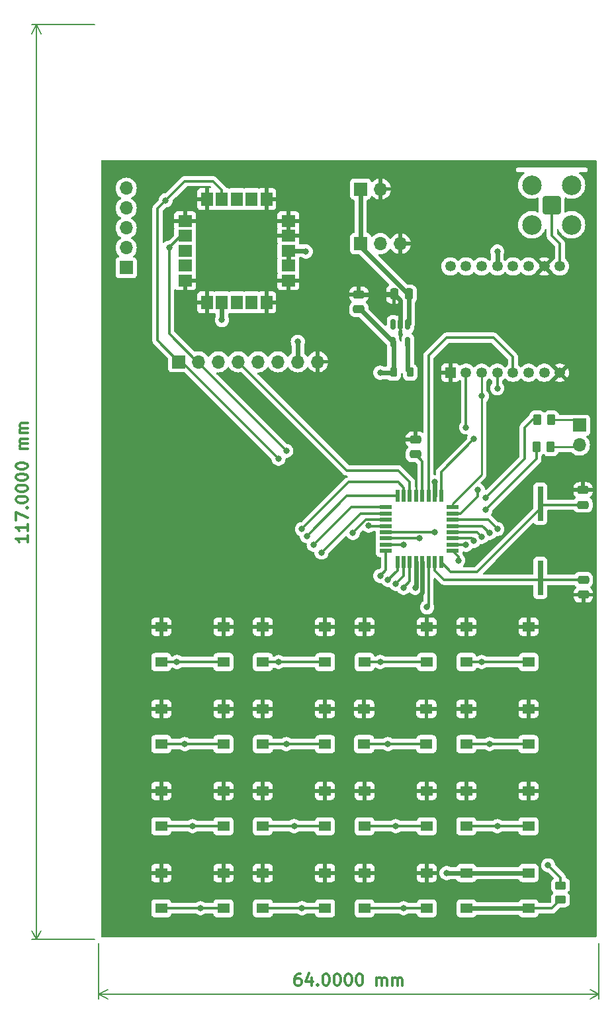
<source format=gtl>
%TF.GenerationSoftware,KiCad,Pcbnew,8.0.0*%
%TF.CreationDate,2024-03-05T15:49:07-06:00*%
%TF.ProjectId,handheld_tracker,68616e64-6865-46c6-945f-747261636b65,rev?*%
%TF.SameCoordinates,Original*%
%TF.FileFunction,Copper,L1,Top*%
%TF.FilePolarity,Positive*%
%FSLAX46Y46*%
G04 Gerber Fmt 4.6, Leading zero omitted, Abs format (unit mm)*
G04 Created by KiCad (PCBNEW 8.0.0) date 2024-03-05 15:49:07*
%MOMM*%
%LPD*%
G01*
G04 APERTURE LIST*
G04 Aperture macros list*
%AMRoundRect*
0 Rectangle with rounded corners*
0 $1 Rounding radius*
0 $2 $3 $4 $5 $6 $7 $8 $9 X,Y pos of 4 corners*
0 Add a 4 corners polygon primitive as box body*
4,1,4,$2,$3,$4,$5,$6,$7,$8,$9,$2,$3,0*
0 Add four circle primitives for the rounded corners*
1,1,$1+$1,$2,$3*
1,1,$1+$1,$4,$5*
1,1,$1+$1,$6,$7*
1,1,$1+$1,$8,$9*
0 Add four rect primitives between the rounded corners*
20,1,$1+$1,$2,$3,$4,$5,0*
20,1,$1+$1,$4,$5,$6,$7,0*
20,1,$1+$1,$6,$7,$8,$9,0*
20,1,$1+$1,$8,$9,$2,$3,0*%
G04 Aperture macros list end*
%ADD10C,0.300000*%
%TA.AperFunction,NonConductor*%
%ADD11C,0.300000*%
%TD*%
%TA.AperFunction,NonConductor*%
%ADD12C,0.200000*%
%TD*%
%TA.AperFunction,ComponentPad*%
%ADD13R,1.700000X1.700000*%
%TD*%
%TA.AperFunction,ComponentPad*%
%ADD14O,1.700000X1.700000*%
%TD*%
%TA.AperFunction,SMDPad,CuDef*%
%ADD15R,1.550000X1.300000*%
%TD*%
%TA.AperFunction,SMDPad,CuDef*%
%ADD16RoundRect,0.250000X0.250000X0.475000X-0.250000X0.475000X-0.250000X-0.475000X0.250000X-0.475000X0*%
%TD*%
%TA.AperFunction,SMDPad,CuDef*%
%ADD17R,1.800000X1.500000*%
%TD*%
%TA.AperFunction,SMDPad,CuDef*%
%ADD18R,1.500000X1.800000*%
%TD*%
%TA.AperFunction,SMDPad,CuDef*%
%ADD19RoundRect,0.250000X-0.475000X0.250000X-0.475000X-0.250000X0.475000X-0.250000X0.475000X0.250000X0*%
%TD*%
%TA.AperFunction,SMDPad,CuDef*%
%ADD20R,0.550000X1.600000*%
%TD*%
%TA.AperFunction,SMDPad,CuDef*%
%ADD21R,1.600000X0.550000*%
%TD*%
%TA.AperFunction,SMDPad,CuDef*%
%ADD22RoundRect,0.250000X0.475000X-0.250000X0.475000X0.250000X-0.475000X0.250000X-0.475000X-0.250000X0*%
%TD*%
%TA.AperFunction,ComponentPad*%
%ADD23RoundRect,0.200100X-0.949900X-0.949900X0.949900X-0.949900X0.949900X0.949900X-0.949900X0.949900X0*%
%TD*%
%TA.AperFunction,ComponentPad*%
%ADD24C,2.500000*%
%TD*%
%TA.AperFunction,SMDPad,CuDef*%
%ADD25RoundRect,0.150000X-0.150000X0.512500X-0.150000X-0.512500X0.150000X-0.512500X0.150000X0.512500X0*%
%TD*%
%TA.AperFunction,SMDPad,CuDef*%
%ADD26RoundRect,0.250000X-0.262500X-0.450000X0.262500X-0.450000X0.262500X0.450000X-0.262500X0.450000X0*%
%TD*%
%TA.AperFunction,SMDPad,CuDef*%
%ADD27R,0.762000X4.419600*%
%TD*%
%TA.AperFunction,ComponentPad*%
%ADD28R,1.350000X1.350000*%
%TD*%
%TA.AperFunction,ComponentPad*%
%ADD29C,1.350000*%
%TD*%
%TA.AperFunction,SMDPad,CuDef*%
%ADD30RoundRect,0.218750X0.218750X0.381250X-0.218750X0.381250X-0.218750X-0.381250X0.218750X-0.381250X0*%
%TD*%
%TA.AperFunction,SMDPad,CuDef*%
%ADD31RoundRect,0.250000X-0.450000X0.262500X-0.450000X-0.262500X0.450000X-0.262500X0.450000X0.262500X0*%
%TD*%
%TA.AperFunction,ViaPad*%
%ADD32C,0.800000*%
%TD*%
%TA.AperFunction,Conductor*%
%ADD33C,0.300000*%
%TD*%
%TA.AperFunction,Conductor*%
%ADD34C,0.600000*%
%TD*%
%TA.AperFunction,Conductor*%
%ADD35C,0.250000*%
%TD*%
G04 APERTURE END LIST*
D10*
D11*
X131785716Y-149378328D02*
X131500001Y-149378328D01*
X131500001Y-149378328D02*
X131357144Y-149449757D01*
X131357144Y-149449757D02*
X131285716Y-149521185D01*
X131285716Y-149521185D02*
X131142858Y-149735471D01*
X131142858Y-149735471D02*
X131071430Y-150021185D01*
X131071430Y-150021185D02*
X131071430Y-150592614D01*
X131071430Y-150592614D02*
X131142858Y-150735471D01*
X131142858Y-150735471D02*
X131214287Y-150806900D01*
X131214287Y-150806900D02*
X131357144Y-150878328D01*
X131357144Y-150878328D02*
X131642858Y-150878328D01*
X131642858Y-150878328D02*
X131785716Y-150806900D01*
X131785716Y-150806900D02*
X131857144Y-150735471D01*
X131857144Y-150735471D02*
X131928573Y-150592614D01*
X131928573Y-150592614D02*
X131928573Y-150235471D01*
X131928573Y-150235471D02*
X131857144Y-150092614D01*
X131857144Y-150092614D02*
X131785716Y-150021185D01*
X131785716Y-150021185D02*
X131642858Y-149949757D01*
X131642858Y-149949757D02*
X131357144Y-149949757D01*
X131357144Y-149949757D02*
X131214287Y-150021185D01*
X131214287Y-150021185D02*
X131142858Y-150092614D01*
X131142858Y-150092614D02*
X131071430Y-150235471D01*
X133214287Y-149878328D02*
X133214287Y-150878328D01*
X132857144Y-149306900D02*
X132500001Y-150378328D01*
X132500001Y-150378328D02*
X133428572Y-150378328D01*
X134000000Y-150735471D02*
X134071429Y-150806900D01*
X134071429Y-150806900D02*
X134000000Y-150878328D01*
X134000000Y-150878328D02*
X133928572Y-150806900D01*
X133928572Y-150806900D02*
X134000000Y-150735471D01*
X134000000Y-150735471D02*
X134000000Y-150878328D01*
X135000001Y-149378328D02*
X135142858Y-149378328D01*
X135142858Y-149378328D02*
X135285715Y-149449757D01*
X135285715Y-149449757D02*
X135357144Y-149521185D01*
X135357144Y-149521185D02*
X135428572Y-149664042D01*
X135428572Y-149664042D02*
X135500001Y-149949757D01*
X135500001Y-149949757D02*
X135500001Y-150306900D01*
X135500001Y-150306900D02*
X135428572Y-150592614D01*
X135428572Y-150592614D02*
X135357144Y-150735471D01*
X135357144Y-150735471D02*
X135285715Y-150806900D01*
X135285715Y-150806900D02*
X135142858Y-150878328D01*
X135142858Y-150878328D02*
X135000001Y-150878328D01*
X135000001Y-150878328D02*
X134857144Y-150806900D01*
X134857144Y-150806900D02*
X134785715Y-150735471D01*
X134785715Y-150735471D02*
X134714286Y-150592614D01*
X134714286Y-150592614D02*
X134642858Y-150306900D01*
X134642858Y-150306900D02*
X134642858Y-149949757D01*
X134642858Y-149949757D02*
X134714286Y-149664042D01*
X134714286Y-149664042D02*
X134785715Y-149521185D01*
X134785715Y-149521185D02*
X134857144Y-149449757D01*
X134857144Y-149449757D02*
X135000001Y-149378328D01*
X136428572Y-149378328D02*
X136571429Y-149378328D01*
X136571429Y-149378328D02*
X136714286Y-149449757D01*
X136714286Y-149449757D02*
X136785715Y-149521185D01*
X136785715Y-149521185D02*
X136857143Y-149664042D01*
X136857143Y-149664042D02*
X136928572Y-149949757D01*
X136928572Y-149949757D02*
X136928572Y-150306900D01*
X136928572Y-150306900D02*
X136857143Y-150592614D01*
X136857143Y-150592614D02*
X136785715Y-150735471D01*
X136785715Y-150735471D02*
X136714286Y-150806900D01*
X136714286Y-150806900D02*
X136571429Y-150878328D01*
X136571429Y-150878328D02*
X136428572Y-150878328D01*
X136428572Y-150878328D02*
X136285715Y-150806900D01*
X136285715Y-150806900D02*
X136214286Y-150735471D01*
X136214286Y-150735471D02*
X136142857Y-150592614D01*
X136142857Y-150592614D02*
X136071429Y-150306900D01*
X136071429Y-150306900D02*
X136071429Y-149949757D01*
X136071429Y-149949757D02*
X136142857Y-149664042D01*
X136142857Y-149664042D02*
X136214286Y-149521185D01*
X136214286Y-149521185D02*
X136285715Y-149449757D01*
X136285715Y-149449757D02*
X136428572Y-149378328D01*
X137857143Y-149378328D02*
X138000000Y-149378328D01*
X138000000Y-149378328D02*
X138142857Y-149449757D01*
X138142857Y-149449757D02*
X138214286Y-149521185D01*
X138214286Y-149521185D02*
X138285714Y-149664042D01*
X138285714Y-149664042D02*
X138357143Y-149949757D01*
X138357143Y-149949757D02*
X138357143Y-150306900D01*
X138357143Y-150306900D02*
X138285714Y-150592614D01*
X138285714Y-150592614D02*
X138214286Y-150735471D01*
X138214286Y-150735471D02*
X138142857Y-150806900D01*
X138142857Y-150806900D02*
X138000000Y-150878328D01*
X138000000Y-150878328D02*
X137857143Y-150878328D01*
X137857143Y-150878328D02*
X137714286Y-150806900D01*
X137714286Y-150806900D02*
X137642857Y-150735471D01*
X137642857Y-150735471D02*
X137571428Y-150592614D01*
X137571428Y-150592614D02*
X137500000Y-150306900D01*
X137500000Y-150306900D02*
X137500000Y-149949757D01*
X137500000Y-149949757D02*
X137571428Y-149664042D01*
X137571428Y-149664042D02*
X137642857Y-149521185D01*
X137642857Y-149521185D02*
X137714286Y-149449757D01*
X137714286Y-149449757D02*
X137857143Y-149378328D01*
X139285714Y-149378328D02*
X139428571Y-149378328D01*
X139428571Y-149378328D02*
X139571428Y-149449757D01*
X139571428Y-149449757D02*
X139642857Y-149521185D01*
X139642857Y-149521185D02*
X139714285Y-149664042D01*
X139714285Y-149664042D02*
X139785714Y-149949757D01*
X139785714Y-149949757D02*
X139785714Y-150306900D01*
X139785714Y-150306900D02*
X139714285Y-150592614D01*
X139714285Y-150592614D02*
X139642857Y-150735471D01*
X139642857Y-150735471D02*
X139571428Y-150806900D01*
X139571428Y-150806900D02*
X139428571Y-150878328D01*
X139428571Y-150878328D02*
X139285714Y-150878328D01*
X139285714Y-150878328D02*
X139142857Y-150806900D01*
X139142857Y-150806900D02*
X139071428Y-150735471D01*
X139071428Y-150735471D02*
X138999999Y-150592614D01*
X138999999Y-150592614D02*
X138928571Y-150306900D01*
X138928571Y-150306900D02*
X138928571Y-149949757D01*
X138928571Y-149949757D02*
X138999999Y-149664042D01*
X138999999Y-149664042D02*
X139071428Y-149521185D01*
X139071428Y-149521185D02*
X139142857Y-149449757D01*
X139142857Y-149449757D02*
X139285714Y-149378328D01*
X141571427Y-150878328D02*
X141571427Y-149878328D01*
X141571427Y-150021185D02*
X141642856Y-149949757D01*
X141642856Y-149949757D02*
X141785713Y-149878328D01*
X141785713Y-149878328D02*
X141999999Y-149878328D01*
X141999999Y-149878328D02*
X142142856Y-149949757D01*
X142142856Y-149949757D02*
X142214285Y-150092614D01*
X142214285Y-150092614D02*
X142214285Y-150878328D01*
X142214285Y-150092614D02*
X142285713Y-149949757D01*
X142285713Y-149949757D02*
X142428570Y-149878328D01*
X142428570Y-149878328D02*
X142642856Y-149878328D01*
X142642856Y-149878328D02*
X142785713Y-149949757D01*
X142785713Y-149949757D02*
X142857142Y-150092614D01*
X142857142Y-150092614D02*
X142857142Y-150878328D01*
X143571427Y-150878328D02*
X143571427Y-149878328D01*
X143571427Y-150021185D02*
X143642856Y-149949757D01*
X143642856Y-149949757D02*
X143785713Y-149878328D01*
X143785713Y-149878328D02*
X143999999Y-149878328D01*
X143999999Y-149878328D02*
X144142856Y-149949757D01*
X144142856Y-149949757D02*
X144214285Y-150092614D01*
X144214285Y-150092614D02*
X144214285Y-150878328D01*
X144214285Y-150092614D02*
X144285713Y-149949757D01*
X144285713Y-149949757D02*
X144428570Y-149878328D01*
X144428570Y-149878328D02*
X144642856Y-149878328D01*
X144642856Y-149878328D02*
X144785713Y-149949757D01*
X144785713Y-149949757D02*
X144857142Y-150092614D01*
X144857142Y-150092614D02*
X144857142Y-150878328D01*
D12*
X170000000Y-145500000D02*
X170000000Y-152586420D01*
X106000000Y-145500000D02*
X106000000Y-152586420D01*
X170000000Y-152000000D02*
X106000000Y-152000000D01*
X170000000Y-152000000D02*
X106000000Y-152000000D01*
X170000000Y-152000000D02*
X168873496Y-152586421D01*
X170000000Y-152000000D02*
X168873496Y-151413579D01*
X106000000Y-152000000D02*
X107126504Y-151413579D01*
X106000000Y-152000000D02*
X107126504Y-152586421D01*
D10*
D11*
X96878328Y-93285712D02*
X96878328Y-94142855D01*
X96878328Y-93714284D02*
X95378328Y-93714284D01*
X95378328Y-93714284D02*
X95592614Y-93857141D01*
X95592614Y-93857141D02*
X95735471Y-93999998D01*
X95735471Y-93999998D02*
X95806900Y-94142855D01*
X96878328Y-91857141D02*
X96878328Y-92714284D01*
X96878328Y-92285713D02*
X95378328Y-92285713D01*
X95378328Y-92285713D02*
X95592614Y-92428570D01*
X95592614Y-92428570D02*
X95735471Y-92571427D01*
X95735471Y-92571427D02*
X95806900Y-92714284D01*
X95378328Y-91357142D02*
X95378328Y-90357142D01*
X95378328Y-90357142D02*
X96878328Y-90999999D01*
X96735471Y-89785714D02*
X96806900Y-89714285D01*
X96806900Y-89714285D02*
X96878328Y-89785714D01*
X96878328Y-89785714D02*
X96806900Y-89857142D01*
X96806900Y-89857142D02*
X96735471Y-89785714D01*
X96735471Y-89785714D02*
X96878328Y-89785714D01*
X95378328Y-88785713D02*
X95378328Y-88642856D01*
X95378328Y-88642856D02*
X95449757Y-88499999D01*
X95449757Y-88499999D02*
X95521185Y-88428571D01*
X95521185Y-88428571D02*
X95664042Y-88357142D01*
X95664042Y-88357142D02*
X95949757Y-88285713D01*
X95949757Y-88285713D02*
X96306900Y-88285713D01*
X96306900Y-88285713D02*
X96592614Y-88357142D01*
X96592614Y-88357142D02*
X96735471Y-88428571D01*
X96735471Y-88428571D02*
X96806900Y-88499999D01*
X96806900Y-88499999D02*
X96878328Y-88642856D01*
X96878328Y-88642856D02*
X96878328Y-88785713D01*
X96878328Y-88785713D02*
X96806900Y-88928571D01*
X96806900Y-88928571D02*
X96735471Y-88999999D01*
X96735471Y-88999999D02*
X96592614Y-89071428D01*
X96592614Y-89071428D02*
X96306900Y-89142856D01*
X96306900Y-89142856D02*
X95949757Y-89142856D01*
X95949757Y-89142856D02*
X95664042Y-89071428D01*
X95664042Y-89071428D02*
X95521185Y-88999999D01*
X95521185Y-88999999D02*
X95449757Y-88928571D01*
X95449757Y-88928571D02*
X95378328Y-88785713D01*
X95378328Y-87357142D02*
X95378328Y-87214285D01*
X95378328Y-87214285D02*
X95449757Y-87071428D01*
X95449757Y-87071428D02*
X95521185Y-87000000D01*
X95521185Y-87000000D02*
X95664042Y-86928571D01*
X95664042Y-86928571D02*
X95949757Y-86857142D01*
X95949757Y-86857142D02*
X96306900Y-86857142D01*
X96306900Y-86857142D02*
X96592614Y-86928571D01*
X96592614Y-86928571D02*
X96735471Y-87000000D01*
X96735471Y-87000000D02*
X96806900Y-87071428D01*
X96806900Y-87071428D02*
X96878328Y-87214285D01*
X96878328Y-87214285D02*
X96878328Y-87357142D01*
X96878328Y-87357142D02*
X96806900Y-87500000D01*
X96806900Y-87500000D02*
X96735471Y-87571428D01*
X96735471Y-87571428D02*
X96592614Y-87642857D01*
X96592614Y-87642857D02*
X96306900Y-87714285D01*
X96306900Y-87714285D02*
X95949757Y-87714285D01*
X95949757Y-87714285D02*
X95664042Y-87642857D01*
X95664042Y-87642857D02*
X95521185Y-87571428D01*
X95521185Y-87571428D02*
X95449757Y-87500000D01*
X95449757Y-87500000D02*
X95378328Y-87357142D01*
X95378328Y-85928571D02*
X95378328Y-85785714D01*
X95378328Y-85785714D02*
X95449757Y-85642857D01*
X95449757Y-85642857D02*
X95521185Y-85571429D01*
X95521185Y-85571429D02*
X95664042Y-85500000D01*
X95664042Y-85500000D02*
X95949757Y-85428571D01*
X95949757Y-85428571D02*
X96306900Y-85428571D01*
X96306900Y-85428571D02*
X96592614Y-85500000D01*
X96592614Y-85500000D02*
X96735471Y-85571429D01*
X96735471Y-85571429D02*
X96806900Y-85642857D01*
X96806900Y-85642857D02*
X96878328Y-85785714D01*
X96878328Y-85785714D02*
X96878328Y-85928571D01*
X96878328Y-85928571D02*
X96806900Y-86071429D01*
X96806900Y-86071429D02*
X96735471Y-86142857D01*
X96735471Y-86142857D02*
X96592614Y-86214286D01*
X96592614Y-86214286D02*
X96306900Y-86285714D01*
X96306900Y-86285714D02*
X95949757Y-86285714D01*
X95949757Y-86285714D02*
X95664042Y-86214286D01*
X95664042Y-86214286D02*
X95521185Y-86142857D01*
X95521185Y-86142857D02*
X95449757Y-86071429D01*
X95449757Y-86071429D02*
X95378328Y-85928571D01*
X95378328Y-84500000D02*
X95378328Y-84357143D01*
X95378328Y-84357143D02*
X95449757Y-84214286D01*
X95449757Y-84214286D02*
X95521185Y-84142858D01*
X95521185Y-84142858D02*
X95664042Y-84071429D01*
X95664042Y-84071429D02*
X95949757Y-84000000D01*
X95949757Y-84000000D02*
X96306900Y-84000000D01*
X96306900Y-84000000D02*
X96592614Y-84071429D01*
X96592614Y-84071429D02*
X96735471Y-84142858D01*
X96735471Y-84142858D02*
X96806900Y-84214286D01*
X96806900Y-84214286D02*
X96878328Y-84357143D01*
X96878328Y-84357143D02*
X96878328Y-84500000D01*
X96878328Y-84500000D02*
X96806900Y-84642858D01*
X96806900Y-84642858D02*
X96735471Y-84714286D01*
X96735471Y-84714286D02*
X96592614Y-84785715D01*
X96592614Y-84785715D02*
X96306900Y-84857143D01*
X96306900Y-84857143D02*
X95949757Y-84857143D01*
X95949757Y-84857143D02*
X95664042Y-84785715D01*
X95664042Y-84785715D02*
X95521185Y-84714286D01*
X95521185Y-84714286D02*
X95449757Y-84642858D01*
X95449757Y-84642858D02*
X95378328Y-84500000D01*
X96878328Y-82214287D02*
X95878328Y-82214287D01*
X96021185Y-82214287D02*
X95949757Y-82142858D01*
X95949757Y-82142858D02*
X95878328Y-82000001D01*
X95878328Y-82000001D02*
X95878328Y-81785715D01*
X95878328Y-81785715D02*
X95949757Y-81642858D01*
X95949757Y-81642858D02*
X96092614Y-81571430D01*
X96092614Y-81571430D02*
X96878328Y-81571430D01*
X96092614Y-81571430D02*
X95949757Y-81500001D01*
X95949757Y-81500001D02*
X95878328Y-81357144D01*
X95878328Y-81357144D02*
X95878328Y-81142858D01*
X95878328Y-81142858D02*
X95949757Y-81000001D01*
X95949757Y-81000001D02*
X96092614Y-80928572D01*
X96092614Y-80928572D02*
X96878328Y-80928572D01*
X96878328Y-80214287D02*
X95878328Y-80214287D01*
X96021185Y-80214287D02*
X95949757Y-80142858D01*
X95949757Y-80142858D02*
X95878328Y-80000001D01*
X95878328Y-80000001D02*
X95878328Y-79785715D01*
X95878328Y-79785715D02*
X95949757Y-79642858D01*
X95949757Y-79642858D02*
X96092614Y-79571430D01*
X96092614Y-79571430D02*
X96878328Y-79571430D01*
X96092614Y-79571430D02*
X95949757Y-79500001D01*
X95949757Y-79500001D02*
X95878328Y-79357144D01*
X95878328Y-79357144D02*
X95878328Y-79142858D01*
X95878328Y-79142858D02*
X95949757Y-79000001D01*
X95949757Y-79000001D02*
X96092614Y-78928572D01*
X96092614Y-78928572D02*
X96878328Y-78928572D01*
D12*
X105500000Y-145000000D02*
X97413580Y-145000000D01*
X105500000Y-28000000D02*
X97413580Y-28000000D01*
X98000000Y-145000000D02*
X98000000Y-28000000D01*
X98000000Y-145000000D02*
X98000000Y-28000000D01*
X98000000Y-145000000D02*
X97413579Y-143873496D01*
X98000000Y-145000000D02*
X98586421Y-143873496D01*
X98000000Y-28000000D02*
X98586421Y-29126504D01*
X98000000Y-28000000D02*
X97413579Y-29126504D01*
D13*
%TO.P,J5,1,Pin_1*%
%TO.N,INPUT_VOLTAGE*%
X139500000Y-56000000D03*
D14*
%TO.P,J5,2,Pin_2*%
%TO.N,+3.3V*%
X142040000Y-56000000D03*
%TO.P,J5,3,Pin_3*%
%TO.N,GND*%
X144580000Y-56000000D03*
%TD*%
D13*
%TO.P,J4,1,Pin_1*%
%TO.N,/MISO*%
X109500000Y-59075000D03*
D14*
%TO.P,J4,2,Pin_2*%
%TO.N,/MOSI*%
X109500000Y-56535000D03*
%TO.P,J4,3,Pin_3*%
%TO.N,/SCK*%
X109500000Y-53995000D03*
%TO.P,J4,4,Pin_4*%
%TO.N,/I2C_SCL*%
X109500000Y-51455000D03*
%TO.P,J4,5,Pin_5*%
%TO.N,/I2C_SDA*%
X109500000Y-48915000D03*
%TD*%
D15*
%TO.P,SW8,1,1*%
%TO.N,GND*%
X126960000Y-126000000D03*
X134920000Y-126000000D03*
%TO.P,SW8,2,2*%
%TO.N,/pushbutton_8*%
X126960000Y-130500000D03*
X134920000Y-130500000D03*
%TD*%
D16*
%TO.P,C4,1*%
%TO.N,INPUT_VOLTAGE*%
X145675000Y-62450000D03*
%TO.P,C4,2*%
%TO.N,GND*%
X143775000Y-62450000D03*
%TD*%
D17*
%TO.P,U1,1,GND*%
%TO.N,GND*%
X130250000Y-60700000D03*
%TO.P,U1,2,VCC_IO*%
%TO.N,+3.3V*%
X130250000Y-58800000D03*
%TO.P,U1,3,V_BCKP*%
X130250000Y-56900000D03*
%TO.P,U1,4,GND*%
%TO.N,GND*%
X130250000Y-55000000D03*
%TO.P,U1,5,GND*%
X130250000Y-53100000D03*
D18*
%TO.P,U1,6,GND*%
X127450000Y-50300000D03*
%TO.P,U1,7,TIMEPULSE*%
%TO.N,unconnected-(U1-TIMEPULSE-Pad7)*%
X125550000Y-50300000D03*
%TO.P,U1,8,~{SAFEBOOT}*%
%TO.N,unconnected-(U1-~{SAFEBOOT}-Pad8)*%
X123650000Y-50300000D03*
%TO.P,U1,9,SDA*%
%TO.N,/I2C_SDA*%
X121750000Y-50300000D03*
%TO.P,U1,10,GND*%
%TO.N,GND*%
X119850000Y-50300000D03*
D17*
%TO.P,U1,11,GND*%
X117050000Y-53100000D03*
%TO.P,U1,12,SCL*%
%TO.N,/I2C_SCL*%
X117050000Y-55000000D03*
%TO.P,U1,13,TXD*%
%TO.N,unconnected-(U1-TXD-Pad13)*%
X117050000Y-56900000D03*
%TO.P,U1,14,RXD*%
%TO.N,unconnected-(U1-RXD-Pad14)*%
X117050000Y-58800000D03*
%TO.P,U1,15,GND*%
%TO.N,GND*%
X117050000Y-60700000D03*
D18*
%TO.P,U1,16,GND*%
X119850000Y-63500000D03*
%TO.P,U1,17,VCC*%
%TO.N,+3.3V*%
X121750000Y-63500000D03*
%TO.P,U1,18,~{RESET}*%
%TO.N,unconnected-(U1-~{RESET}-Pad18)*%
X123650000Y-63500000D03*
%TO.P,U1,19,EXTINT*%
%TO.N,unconnected-(U1-EXTINT-Pad19)*%
X125550000Y-63500000D03*
%TO.P,U1,20,GND*%
%TO.N,GND*%
X127450000Y-63500000D03*
%TD*%
D19*
%TO.P,C2,1*%
%TO.N,Net-(U3-XTAL1{slash}PB6)*%
X168000000Y-99000000D03*
%TO.P,C2,2*%
%TO.N,GND*%
X168000000Y-100900000D03*
%TD*%
D20*
%TO.P,U3,1,PD3*%
%TO.N,/pushbutton_5*%
X144200000Y-96750000D03*
%TO.P,U3,2,PD4*%
%TO.N,/pushbutton_8*%
X145000000Y-96750000D03*
%TO.P,U3,3,PE0*%
%TO.N,/pushbutton_0*%
X145800000Y-96750000D03*
%TO.P,U3,4,VCC*%
%TO.N,+3.3V*%
X146600000Y-96750000D03*
%TO.P,U3,5,GND*%
%TO.N,GND*%
X147400000Y-96750000D03*
%TO.P,U3,6,PE1*%
%TO.N,/pushbutton_3*%
X148200000Y-96750000D03*
%TO.P,U3,7,XTAL1/PB6*%
%TO.N,Net-(U3-XTAL1{slash}PB6)*%
X149000000Y-96750000D03*
%TO.P,U3,8,XTAL2/PB7*%
%TO.N,Net-(U3-XTAL2{slash}PB7)*%
X149800000Y-96750000D03*
D21*
%TO.P,U3,9,PD5*%
%TO.N,/pushbutton_6*%
X151250000Y-95300000D03*
%TO.P,U3,10,PD6*%
%TO.N,/pushbutton_9*%
X151250000Y-94500000D03*
%TO.P,U3,11,PD7*%
%TO.N,/pushbutton_enter*%
X151250000Y-93700000D03*
%TO.P,U3,12,PB0*%
%TO.N,/pushbutton_menu*%
X151250000Y-92900000D03*
%TO.P,U3,13,PB1*%
%TO.N,/pushbutton_up*%
X151250000Y-92100000D03*
%TO.P,U3,14,PB2*%
%TO.N,/pushbutton_down*%
X151250000Y-91300000D03*
%TO.P,U3,15,PB3*%
%TO.N,/MISO*%
X151250000Y-90500000D03*
%TO.P,U3,16,PB4*%
%TO.N,/MOSI*%
X151250000Y-89700000D03*
D20*
%TO.P,U3,17,PB5*%
%TO.N,/SCK*%
X149800000Y-88250000D03*
%TO.P,U3,18,AVCC*%
%TO.N,+3.3V*%
X149000000Y-88250000D03*
%TO.P,U3,19,PE2*%
%TO.N,/transceiver_CS*%
X148200000Y-88250000D03*
%TO.P,U3,20,AREF*%
%TO.N,Net-(U3-AREF)*%
X147400000Y-88250000D03*
%TO.P,U3,21,GND*%
%TO.N,GND*%
X146600000Y-88250000D03*
%TO.P,U3,22,PE3*%
%TO.N,/display_RST*%
X145800000Y-88250000D03*
%TO.P,U3,23,PC0*%
%TO.N,/pushbutton_1*%
X145000000Y-88250000D03*
%TO.P,U3,24,PC1*%
%TO.N,/pushbutton_4*%
X144200000Y-88250000D03*
D21*
%TO.P,U3,25,PC2*%
%TO.N,/pushbutton_7*%
X142750000Y-89700000D03*
%TO.P,U3,26,PC3*%
%TO.N,/pushbutton_dot*%
X142750000Y-90500000D03*
%TO.P,U3,27,PC4*%
%TO.N,/I2C_SDA*%
X142750000Y-91300000D03*
%TO.P,U3,28,PC5*%
%TO.N,/I2C_SCL*%
X142750000Y-92100000D03*
%TO.P,U3,29,~{RESET}/PC6*%
%TO.N,/mcu/RESET*%
X142750000Y-92900000D03*
%TO.P,U3,30,PD0*%
%TO.N,/mcu/RX*%
X142750000Y-93700000D03*
%TO.P,U3,31,PD1*%
%TO.N,/mcu/TX*%
X142750000Y-94500000D03*
%TO.P,U3,32,PD2*%
%TO.N,/pushbutton_2*%
X142750000Y-95300000D03*
%TD*%
D15*
%TO.P,SW1,1,1*%
%TO.N,GND*%
X114000000Y-105000000D03*
X121960000Y-105000000D03*
%TO.P,SW1,2,2*%
%TO.N,/pushbutton_1*%
X114000000Y-109500000D03*
X121960000Y-109500000D03*
%TD*%
D22*
%TO.P,C3,1*%
%TO.N,Net-(U3-XTAL2{slash}PB7)*%
X167950000Y-89400000D03*
%TO.P,C3,2*%
%TO.N,GND*%
X167950000Y-87500000D03*
%TD*%
D23*
%TO.P,AE1,1,A*%
%TO.N,Net-(AE1-A)*%
X163960000Y-51040000D03*
D24*
%TO.P,AE1,2*%
%TO.N,N/C*%
X161420000Y-48500000D03*
X161420000Y-53580000D03*
X166500000Y-48500000D03*
X166500000Y-53580000D03*
%TD*%
D15*
%TO.P,SW_DOT1,1,1*%
%TO.N,GND*%
X114000000Y-136500000D03*
X121960000Y-136500000D03*
%TO.P,SW_DOT1,2,2*%
%TO.N,/pushbutton_dot*%
X114000000Y-141000000D03*
X121960000Y-141000000D03*
%TD*%
%TO.P,SW3,1,1*%
%TO.N,GND*%
X140000000Y-105000000D03*
X147960000Y-105000000D03*
%TO.P,SW3,2,2*%
%TO.N,/pushbutton_3*%
X140000000Y-109500000D03*
X147960000Y-109500000D03*
%TD*%
D25*
%TO.P,U4,1,Vin*%
%TO.N,INPUT_VOLTAGE*%
X145550000Y-66312500D03*
%TO.P,U4,2,GND*%
%TO.N,GND*%
X144600000Y-66312500D03*
%TO.P,U4,3,EN*%
%TO.N,unconnected-(U4-EN-Pad3)*%
X143650000Y-66312500D03*
%TO.P,U4,4,FB*%
%TO.N,+3.3V*%
X143650000Y-68587500D03*
%TO.P,U4,5,SW*%
%TO.N,Net-(U4-SW)*%
X145550000Y-68587500D03*
%TD*%
D15*
%TO.P,SW_ENTER1,1,1*%
%TO.N,GND*%
X140000000Y-136500000D03*
X147960000Y-136500000D03*
%TO.P,SW_ENTER1,2,2*%
%TO.N,/pushbutton_enter*%
X140000000Y-141000000D03*
X147960000Y-141000000D03*
%TD*%
D13*
%TO.P,J2,1,Pin_1*%
%TO.N,Net-(J2-Pin_1)*%
X167500000Y-79225000D03*
D14*
%TO.P,J2,2,Pin_2*%
%TO.N,Net-(J2-Pin_2)*%
X167500000Y-81765000D03*
%TD*%
D26*
%TO.P,R2,1*%
%TO.N,/mcu/TX*%
X162087500Y-78500000D03*
%TO.P,R2,2*%
%TO.N,Net-(J2-Pin_1)*%
X163912500Y-78500000D03*
%TD*%
D15*
%TO.P,SW_DOWN1,1,1*%
%TO.N,GND*%
X153020000Y-126000000D03*
X160980000Y-126000000D03*
%TO.P,SW_DOWN1,2,2*%
%TO.N,/pushbutton_down*%
X153020000Y-130500000D03*
X160980000Y-130500000D03*
%TD*%
%TO.P,SW7,1,1*%
%TO.N,GND*%
X114000000Y-126000000D03*
X121960000Y-126000000D03*
%TO.P,SW7,2,2*%
%TO.N,/pushbutton_7*%
X114000000Y-130500000D03*
X121960000Y-130500000D03*
%TD*%
D13*
%TO.P,J1,1,Pin_1*%
%TO.N,/I2C_SDA*%
X116225000Y-71100000D03*
D14*
%TO.P,J1,2,Pin_2*%
%TO.N,/I2C_SCL*%
X118765000Y-71100000D03*
%TO.P,J1,3,Pin_3*%
%TO.N,unconnected-(J1-Pin_3-Pad3)*%
X121305000Y-71100000D03*
%TO.P,J1,4,Pin_4*%
%TO.N,/display_RST*%
X123845000Y-71100000D03*
%TO.P,J1,5,Pin_5*%
%TO.N,unconnected-(J1-Pin_5-Pad5)*%
X126385000Y-71100000D03*
%TO.P,J1,6,Pin_6*%
%TO.N,unconnected-(J1-Pin_6-Pad6)*%
X128925000Y-71100000D03*
%TO.P,J1,7,Pin_7*%
%TO.N,+3.3V*%
X131465000Y-71100000D03*
%TO.P,J1,8,Pin_8*%
%TO.N,GND*%
X134005000Y-71100000D03*
%TD*%
D19*
%TO.P,C1,1*%
%TO.N,GND*%
X146500000Y-81050000D03*
%TO.P,C1,2*%
%TO.N,Net-(U3-AREF)*%
X146500000Y-82950000D03*
%TD*%
D15*
%TO.P,SW9,1,1*%
%TO.N,GND*%
X140000000Y-126000000D03*
X147960000Y-126000000D03*
%TO.P,SW9,2,2*%
%TO.N,/pushbutton_9*%
X140000000Y-130500000D03*
X147960000Y-130500000D03*
%TD*%
%TO.P,SW0,1,1*%
%TO.N,GND*%
X127000000Y-136500000D03*
X134960000Y-136500000D03*
%TO.P,SW0,2,2*%
%TO.N,/pushbutton_0*%
X127000000Y-141000000D03*
X134960000Y-141000000D03*
%TD*%
%TO.P,SW_RESET1,1,1*%
%TO.N,+3.3V*%
X153040000Y-136500000D03*
X161000000Y-136500000D03*
%TO.P,SW_RESET1,2,2*%
%TO.N,Net-(R3-Pad2)*%
X153040000Y-141000000D03*
X161000000Y-141000000D03*
%TD*%
%TO.P,SW4,1,1*%
%TO.N,GND*%
X114000000Y-115500000D03*
X121960000Y-115500000D03*
%TO.P,SW4,2,2*%
%TO.N,/pushbutton_4*%
X114000000Y-120000000D03*
X121960000Y-120000000D03*
%TD*%
D27*
%TO.P,Y1,1,1*%
%TO.N,Net-(U3-XTAL2{slash}PB7)*%
X162500000Y-89250200D03*
%TO.P,Y1,2,2*%
%TO.N,Net-(U3-XTAL1{slash}PB6)*%
X162500000Y-98749800D03*
%TD*%
D22*
%TO.P,C5,1*%
%TO.N,+3.3V*%
X139275000Y-64400000D03*
%TO.P,C5,2*%
%TO.N,GND*%
X139275000Y-62500000D03*
%TD*%
D15*
%TO.P,SW2,1,1*%
%TO.N,GND*%
X127000000Y-105000000D03*
X134960000Y-105000000D03*
%TO.P,SW2,2,2*%
%TO.N,/pushbutton_2*%
X127000000Y-109500000D03*
X134960000Y-109500000D03*
%TD*%
%TO.P,SW6,1,1*%
%TO.N,GND*%
X139960000Y-115500000D03*
X147920000Y-115500000D03*
%TO.P,SW6,2,2*%
%TO.N,/pushbutton_6*%
X139960000Y-120000000D03*
X147920000Y-120000000D03*
%TD*%
D26*
%TO.P,R1,1*%
%TO.N,/mcu/RX*%
X162000000Y-82000000D03*
%TO.P,R1,2*%
%TO.N,Net-(J2-Pin_2)*%
X163825000Y-82000000D03*
%TD*%
D13*
%TO.P,J3,1,Pin_1*%
%TO.N,INPUT_VOLTAGE*%
X139485000Y-49000000D03*
D14*
%TO.P,J3,2,Pin_2*%
%TO.N,GND*%
X142025000Y-49000000D03*
%TD*%
D15*
%TO.P,SW_UP1,1,1*%
%TO.N,GND*%
X153020000Y-115500000D03*
X160980000Y-115500000D03*
%TO.P,SW_UP1,2,2*%
%TO.N,/pushbutton_up*%
X153020000Y-120000000D03*
X160980000Y-120000000D03*
%TD*%
D28*
%TO.P,U2,1,GND*%
%TO.N,GND*%
X151000000Y-72500000D03*
D29*
%TO.P,U2,2,MISO*%
%TO.N,/MISO*%
X153000000Y-72500000D03*
%TO.P,U2,3,MOSI*%
%TO.N,/MOSI*%
X155000000Y-72500000D03*
%TO.P,U2,4,SCK*%
%TO.N,/SCK*%
X157000000Y-72500000D03*
%TO.P,U2,5,NSS*%
%TO.N,/transceiver_CS*%
X159000000Y-72500000D03*
%TO.P,U2,6,RESET*%
%TO.N,/RESET*%
X161000000Y-72500000D03*
%TO.P,U2,7,DIO5*%
%TO.N,unconnected-(U2-DIO5-Pad7)*%
X163000000Y-72500000D03*
%TO.P,U2,8,GND*%
%TO.N,GND*%
X165000000Y-72500000D03*
%TO.P,U2,9,ANT*%
%TO.N,Net-(AE1-A)*%
X165000000Y-58900000D03*
%TO.P,U2,10,GND*%
%TO.N,GND*%
X163000000Y-58900000D03*
%TO.P,U2,11,DIO3*%
%TO.N,unconnected-(U2-DIO3-Pad11)*%
X161000000Y-58900000D03*
%TO.P,U2,12,DIO4*%
%TO.N,unconnected-(U2-DIO4-Pad12)*%
X159000000Y-58900000D03*
%TO.P,U2,13,3.3V*%
%TO.N,+3.3V*%
X157000000Y-58900000D03*
%TO.P,U2,14,DIO0*%
%TO.N,unconnected-(U2-DIO0-Pad14)*%
X155000000Y-58900000D03*
%TO.P,U2,15,DIO1*%
%TO.N,unconnected-(U2-DIO1-Pad15)*%
X153000000Y-58900000D03*
%TO.P,U2,16,DIO2*%
%TO.N,unconnected-(U2-DIO2-Pad16)*%
X151000000Y-58900000D03*
%TD*%
D15*
%TO.P,SW_MENU1,1,1*%
%TO.N,GND*%
X153040000Y-105000000D03*
X161000000Y-105000000D03*
%TO.P,SW_MENU1,2,2*%
%TO.N,/pushbutton_menu*%
X153040000Y-109500000D03*
X161000000Y-109500000D03*
%TD*%
%TO.P,SW5,1,1*%
%TO.N,GND*%
X127000000Y-115500000D03*
X134960000Y-115500000D03*
%TO.P,SW5,2,2*%
%TO.N,/pushbutton_5*%
X127000000Y-120000000D03*
X134960000Y-120000000D03*
%TD*%
D30*
%TO.P,L1,1,1*%
%TO.N,Net-(U4-SW)*%
X145837500Y-72450000D03*
%TO.P,L1,2,2*%
%TO.N,+3.3V*%
X143712500Y-72450000D03*
%TD*%
D31*
%TO.P,R3,1*%
%TO.N,/mcu/RESET*%
X165087500Y-138087500D03*
%TO.P,R3,2*%
%TO.N,Net-(R3-Pad2)*%
X165087500Y-139912500D03*
%TD*%
D32*
%TO.N,GND*%
X151000000Y-66000000D03*
%TO.N,/MOSI*%
X155000000Y-75500000D03*
%TO.N,/I2C_SCL*%
X115000000Y-56500000D03*
%TO.N,/I2C_SDA*%
X114550000Y-50450000D03*
%TO.N,+3.3V*%
X150500000Y-136500000D03*
X146500000Y-100000000D03*
X149000000Y-86500000D03*
X132500000Y-57000000D03*
X142000000Y-72500000D03*
X157000000Y-57000000D03*
X131465000Y-68535000D03*
X121750000Y-65750000D03*
%TO.N,/SCK*%
X154000000Y-81000000D03*
X157000000Y-74500000D03*
%TO.N,/MISO*%
X153000000Y-79500000D03*
X154500000Y-87500000D03*
%TO.N,/I2C_SCL*%
X140530331Y-92050000D03*
X130000000Y-82500000D03*
%TO.N,/I2C_SDA*%
X138500000Y-93000000D03*
X129000000Y-83500000D03*
%TO.N,/mcu/RX*%
X155500000Y-90000000D03*
X147000000Y-93625000D03*
%TO.N,/mcu/RESET*%
X163500000Y-135500000D03*
X149000000Y-92900000D03*
%TO.N,/mcu/TX*%
X145000000Y-94500000D03*
X155500000Y-88500000D03*
%TO.N,/pushbutton_1*%
X132000000Y-92500000D03*
X116000000Y-109500000D03*
%TO.N,/pushbutton_4*%
X132625000Y-93375000D03*
X117000000Y-120000000D03*
%TO.N,/pushbutton_7*%
X118000000Y-130500000D03*
X133500000Y-94500000D03*
%TO.N,/pushbutton_2*%
X142000000Y-98500000D03*
X129000000Y-109500000D03*
%TO.N,/pushbutton_5*%
X130000000Y-120000000D03*
X143000000Y-99000000D03*
%TO.N,/pushbutton_8*%
X144000000Y-99500000D03*
X131000000Y-130500000D03*
%TO.N,/pushbutton_3*%
X148000000Y-102500000D03*
X142000000Y-109500000D03*
%TO.N,/pushbutton_6*%
X152000000Y-96500000D03*
X143000000Y-120000000D03*
%TO.N,/pushbutton_9*%
X153000000Y-94500000D03*
X144000000Y-130500000D03*
%TO.N,/pushbutton_dot*%
X134500000Y-95500000D03*
X119000000Y-141000000D03*
%TO.N,/pushbutton_0*%
X145000000Y-100000000D03*
X132000000Y-141000000D03*
%TO.N,/pushbutton_enter*%
X154000000Y-94000000D03*
X145000000Y-141000000D03*
%TO.N,/pushbutton_menu*%
X155000000Y-93500000D03*
X155000000Y-109500000D03*
%TO.N,/pushbutton_up*%
X156000000Y-120000000D03*
X156000000Y-93000000D03*
%TO.N,/pushbutton_down*%
X157000000Y-92500000D03*
X157000000Y-130500000D03*
%TD*%
D33*
%TO.N,/pushbutton_menu*%
X155000000Y-109500000D02*
X161000000Y-109500000D01*
%TO.N,/pushbutton_up*%
X156000000Y-120000000D02*
X160980000Y-120000000D01*
%TO.N,/pushbutton_down*%
X157000000Y-130500000D02*
X160980000Y-130500000D01*
D34*
%TO.N,Net-(R3-Pad2)*%
X153040000Y-141000000D02*
X161000000Y-141000000D01*
D33*
%TO.N,/pushbutton_enter*%
X145000000Y-141000000D02*
X147960000Y-141000000D01*
%TO.N,/pushbutton_9*%
X144000000Y-130500000D02*
X147960000Y-130500000D01*
%TO.N,/pushbutton_6*%
X143000000Y-120000000D02*
X147920000Y-120000000D01*
%TO.N,/pushbutton_3*%
X142000000Y-109500000D02*
X147960000Y-109500000D01*
%TO.N,/pushbutton_2*%
X129000000Y-109500000D02*
X134960000Y-109500000D01*
%TO.N,/pushbutton_5*%
X130000000Y-120000000D02*
X134960000Y-120000000D01*
%TO.N,/pushbutton_0*%
X132000000Y-141000000D02*
X134960000Y-141000000D01*
%TO.N,/pushbutton_8*%
X131000000Y-130500000D02*
X134920000Y-130500000D01*
%TO.N,/pushbutton_7*%
X118000000Y-130500000D02*
X121960000Y-130500000D01*
%TO.N,/pushbutton_dot*%
X119000000Y-141000000D02*
X121960000Y-141000000D01*
%TO.N,/pushbutton_4*%
X117000000Y-120000000D02*
X121960000Y-120000000D01*
%TO.N,/pushbutton_1*%
X116000000Y-109500000D02*
X121960000Y-109500000D01*
D34*
%TO.N,GND*%
X147400000Y-100600000D02*
X146500000Y-101500000D01*
X147400000Y-96750000D02*
X147400000Y-100600000D01*
D33*
%TO.N,/mcu/RESET*%
X142775000Y-92875000D02*
X142750000Y-92900000D01*
X148975000Y-92875000D02*
X142775000Y-92875000D01*
X149000000Y-92900000D02*
X148975000Y-92875000D01*
%TO.N,/pushbutton_6*%
X152000000Y-96050000D02*
X151250000Y-95300000D01*
X152000000Y-96500000D02*
X152000000Y-96050000D01*
%TO.N,Net-(U3-XTAL2{slash}PB7)*%
X162500000Y-89875100D02*
X162500000Y-89250200D01*
X154375100Y-98000000D02*
X162500000Y-89875100D01*
X151050000Y-98000000D02*
X154375100Y-98000000D01*
X149800000Y-96750000D02*
X151050000Y-98000000D01*
%TO.N,Net-(U3-XTAL1{slash}PB6)*%
X162249800Y-99000000D02*
X162500000Y-98749800D01*
X150200000Y-99000000D02*
X162249800Y-99000000D01*
X149000000Y-97800000D02*
X150200000Y-99000000D01*
X149000000Y-96750000D02*
X149000000Y-97800000D01*
D35*
%TO.N,/MOSI*%
X151250000Y-89250000D02*
X151250000Y-89700000D01*
X155000000Y-85500000D02*
X151250000Y-89250000D01*
X155000000Y-75500000D02*
X155000000Y-72500000D01*
X155000000Y-75500000D02*
X155000000Y-85500000D01*
D33*
%TO.N,/MISO*%
X153000000Y-79500000D02*
X153000000Y-72500000D01*
%TO.N,/I2C_SDA*%
X113500000Y-68375000D02*
X113500000Y-51500000D01*
X113500000Y-51500000D02*
X114550000Y-50450000D01*
X116225000Y-71100000D02*
X113500000Y-68375000D01*
D34*
%TO.N,+3.3V*%
X157000000Y-136500000D02*
X150500000Y-136500000D01*
X153040000Y-136500000D02*
X157000000Y-136500000D01*
X157000000Y-136500000D02*
X161000000Y-136500000D01*
X146600000Y-99900000D02*
X146500000Y-100000000D01*
X146600000Y-96750000D02*
X146600000Y-99900000D01*
X149000000Y-88250000D02*
X149000000Y-86500000D01*
X132400000Y-56900000D02*
X132500000Y-57000000D01*
X130250000Y-56900000D02*
X132400000Y-56900000D01*
X130250000Y-58800000D02*
X130250000Y-56900000D01*
X121750000Y-65750000D02*
X121750000Y-63500000D01*
X142000000Y-72500000D02*
X143662500Y-72500000D01*
X143662500Y-72500000D02*
X143712500Y-72450000D01*
%TO.N,INPUT_VOLTAGE*%
X139500000Y-49015000D02*
X139485000Y-49000000D01*
X139500000Y-56000000D02*
X139500000Y-49015000D01*
X145567588Y-62450000D02*
X139500000Y-56382412D01*
X139500000Y-56382412D02*
X139500000Y-56000000D01*
X145675000Y-62450000D02*
X145567588Y-62450000D01*
%TO.N,+3.3V*%
X139275000Y-64400000D02*
X139462500Y-64400000D01*
X139462500Y-64400000D02*
X143650000Y-68587500D01*
%TO.N,GND*%
X144600000Y-63275000D02*
X144600000Y-66312500D01*
X143775000Y-62450000D02*
X144600000Y-63275000D01*
%TO.N,INPUT_VOLTAGE*%
X145675000Y-62450000D02*
X145675000Y-66187500D01*
X145675000Y-66187500D02*
X145550000Y-66312500D01*
%TO.N,+3.3V*%
X143650000Y-68575000D02*
X143712500Y-68512500D01*
X131465000Y-71100000D02*
X131465000Y-68535000D01*
X143650000Y-68587500D02*
X143650000Y-68575000D01*
X143712500Y-68512500D02*
X143712500Y-72450000D01*
X157000000Y-58900000D02*
X157000000Y-57000000D01*
X131500000Y-68500000D02*
X131465000Y-68535000D01*
D33*
%TO.N,/SCK*%
X149800000Y-85200000D02*
X154000000Y-81000000D01*
X157000000Y-74500000D02*
X157000000Y-72500000D01*
X149800000Y-88250000D02*
X149800000Y-85200000D01*
%TO.N,/MISO*%
X154500000Y-88300000D02*
X154500000Y-87500000D01*
X151250000Y-90500000D02*
X152300000Y-90500000D01*
X152300000Y-90500000D02*
X154500000Y-88300000D01*
%TO.N,/I2C_SCL*%
X142750000Y-92100000D02*
X140580331Y-92100000D01*
X118600000Y-71100000D02*
X115000000Y-67500000D01*
X118765000Y-71265000D02*
X118765000Y-71100000D01*
X130000000Y-82500000D02*
X118765000Y-71265000D01*
X115000000Y-67500000D02*
X115000000Y-56500000D01*
X116500000Y-55000000D02*
X117050000Y-55000000D01*
X115000000Y-56500000D02*
X116500000Y-55000000D01*
X118765000Y-71100000D02*
X118600000Y-71100000D01*
X140580331Y-92100000D02*
X140530331Y-92050000D01*
%TO.N,/I2C_SDA*%
X121750000Y-49150000D02*
X121750000Y-50300000D01*
X142750000Y-91300000D02*
X140200000Y-91300000D01*
X114550000Y-50450000D02*
X117000000Y-48000000D01*
X116600000Y-71100000D02*
X116225000Y-71100000D01*
X117000000Y-48000000D02*
X120600000Y-48000000D01*
X120600000Y-48000000D02*
X121750000Y-49150000D01*
X129000000Y-83500000D02*
X116600000Y-71100000D01*
X140200000Y-91300000D02*
X138500000Y-93000000D01*
D35*
%TO.N,GND*%
X146600000Y-88250000D02*
X146600000Y-86100000D01*
D34*
X143725000Y-62500000D02*
X143775000Y-62450000D01*
D35*
X146600000Y-86100000D02*
X145500000Y-85000000D01*
D34*
X139275000Y-62500000D02*
X143725000Y-62500000D01*
D33*
%TO.N,Net-(AE1-A)*%
X163960000Y-54960000D02*
X163960000Y-51040000D01*
X165000000Y-56000000D02*
X163960000Y-54960000D01*
X165000000Y-58900000D02*
X165000000Y-56000000D01*
%TO.N,Net-(U3-AREF)*%
X146500000Y-82950000D02*
X147400000Y-83850000D01*
X147400000Y-83850000D02*
X147400000Y-88250000D01*
%TO.N,/mcu/RX*%
X146925000Y-93700000D02*
X142750000Y-93700000D01*
X147000000Y-93625000D02*
X146925000Y-93700000D01*
X162000000Y-83500000D02*
X155500000Y-90000000D01*
X162000000Y-82000000D02*
X162000000Y-83500000D01*
%TO.N,/mcu/RESET*%
X165087500Y-137087500D02*
X165087500Y-138087500D01*
X163500000Y-135500000D02*
X165087500Y-137087500D01*
%TO.N,Net-(U3-XTAL2{slash}PB7)*%
X162649800Y-89400000D02*
X162500000Y-89250200D01*
X167950000Y-89400000D02*
X162649800Y-89400000D01*
%TO.N,/mcu/TX*%
X161500000Y-78500000D02*
X160500000Y-79500000D01*
X160500000Y-83500000D02*
X155500000Y-88500000D01*
X162087500Y-78500000D02*
X161500000Y-78500000D01*
X145000000Y-94500000D02*
X142750000Y-94500000D01*
X160500000Y-79500000D02*
X160500000Y-83500000D01*
%TO.N,Net-(U3-XTAL1{slash}PB6)*%
X168000000Y-99000000D02*
X162750200Y-99000000D01*
X162750200Y-99000000D02*
X162500000Y-98749800D01*
%TO.N,/pushbutton_1*%
X144300000Y-86500000D02*
X145000000Y-87200000D01*
X145000000Y-87200000D02*
X145000000Y-88250000D01*
X138000000Y-86500000D02*
X144300000Y-86500000D01*
X114000000Y-109500000D02*
X116000000Y-109500000D01*
X132000000Y-92500000D02*
X138000000Y-86500000D01*
%TO.N,/pushbutton_4*%
X117000000Y-120000000D02*
X114000000Y-120000000D01*
X132625000Y-93375000D02*
X137750000Y-88250000D01*
X137750000Y-88250000D02*
X144200000Y-88250000D01*
%TO.N,/pushbutton_7*%
X114000000Y-130500000D02*
X118000000Y-130500000D01*
X138300000Y-89700000D02*
X142750000Y-89700000D01*
X133500000Y-94500000D02*
X138300000Y-89700000D01*
%TO.N,/pushbutton_2*%
X142000000Y-98500000D02*
X142750000Y-97750000D01*
X127000000Y-109500000D02*
X129000000Y-109500000D01*
X142750000Y-97750000D02*
X142750000Y-95300000D01*
%TO.N,/pushbutton_5*%
X130000000Y-120000000D02*
X127000000Y-120000000D01*
X143000000Y-99000000D02*
X144200000Y-97800000D01*
X144200000Y-97800000D02*
X144200000Y-96750000D01*
%TO.N,/pushbutton_8*%
X145000000Y-98500000D02*
X145000000Y-96750000D01*
X144000000Y-99500000D02*
X145000000Y-98500000D01*
X127000000Y-130500000D02*
X131000000Y-130500000D01*
%TO.N,/pushbutton_3*%
X148200000Y-102300000D02*
X148200000Y-96750000D01*
X140000000Y-109500000D02*
X142000000Y-109500000D01*
X148000000Y-102500000D02*
X148200000Y-102300000D01*
%TO.N,/pushbutton_6*%
X143000000Y-120000000D02*
X140000000Y-120000000D01*
%TO.N,/pushbutton_9*%
X151250000Y-94500000D02*
X153000000Y-94500000D01*
X140000000Y-130500000D02*
X144000000Y-130500000D01*
%TO.N,/pushbutton_dot*%
X119000000Y-141000000D02*
X114000000Y-141000000D01*
X134500000Y-95500000D02*
X139500000Y-90500000D01*
X139500000Y-90500000D02*
X142750000Y-90500000D01*
%TO.N,/pushbutton_0*%
X132000000Y-141000000D02*
X127000000Y-141000000D01*
X145800000Y-99200000D02*
X145800000Y-96750000D01*
X145000000Y-100000000D02*
X145800000Y-99200000D01*
%TO.N,/pushbutton_enter*%
X151250000Y-93700000D02*
X153700000Y-93700000D01*
X145000000Y-141000000D02*
X140000000Y-141000000D01*
X153700000Y-93700000D02*
X154000000Y-94000000D01*
%TO.N,/pushbutton_menu*%
X151250000Y-92900000D02*
X154400000Y-92900000D01*
X153000000Y-109500000D02*
X155000000Y-109500000D01*
X154400000Y-92900000D02*
X155000000Y-93500000D01*
%TO.N,/pushbutton_up*%
X156000000Y-120000000D02*
X153000000Y-120000000D01*
X151250000Y-92100000D02*
X155100000Y-92100000D01*
X155100000Y-92100000D02*
X156000000Y-93000000D01*
%TO.N,/pushbutton_down*%
X151250000Y-91300000D02*
X155800000Y-91300000D01*
X153000000Y-130500000D02*
X157000000Y-130500000D01*
X155800000Y-91300000D02*
X157000000Y-92500000D01*
%TO.N,/display_RST*%
X145800000Y-88250000D02*
X145800000Y-86475000D01*
X145800000Y-86475000D02*
X144325000Y-85000000D01*
X144325000Y-85000000D02*
X137745000Y-85000000D01*
X137745000Y-85000000D02*
X123845000Y-71100000D01*
D34*
%TO.N,Net-(U4-SW)*%
X145550000Y-72162500D02*
X145837500Y-72450000D01*
X145550000Y-68587500D02*
X145550000Y-72162500D01*
D33*
%TO.N,/transceiver_CS*%
X156500000Y-68000000D02*
X150500000Y-68000000D01*
X150500000Y-68000000D02*
X148200000Y-70300000D01*
X148200000Y-70300000D02*
X148200000Y-88250000D01*
X159000000Y-70500000D02*
X156500000Y-68000000D01*
X159000000Y-72500000D02*
X159000000Y-70500000D01*
D35*
%TO.N,Net-(J2-Pin_1)*%
X166775000Y-78500000D02*
X167500000Y-79225000D01*
X163912500Y-78500000D02*
X166775000Y-78500000D01*
%TO.N,Net-(J2-Pin_2)*%
X163825000Y-82000000D02*
X167265000Y-82000000D01*
X167265000Y-82000000D02*
X167500000Y-81765000D01*
D33*
%TO.N,Net-(R3-Pad2)*%
X164000000Y-141000000D02*
X165087500Y-139912500D01*
X161000000Y-141000000D02*
X164000000Y-141000000D01*
%TD*%
%TA.AperFunction,Conductor*%
%TO.N,GND*%
G36*
X156246231Y-68670185D02*
G01*
X156266873Y-68686819D01*
X158313181Y-70733127D01*
X158346666Y-70794450D01*
X158349500Y-70820808D01*
X158349500Y-71451116D01*
X158329815Y-71518155D01*
X158293041Y-71554320D01*
X158293144Y-71554456D01*
X158292105Y-71555240D01*
X158290786Y-71556538D01*
X158288569Y-71557910D01*
X158288567Y-71557912D01*
X158127573Y-71704676D01*
X158098953Y-71742576D01*
X158042844Y-71784211D01*
X157973132Y-71788902D01*
X157911950Y-71755159D01*
X157901047Y-71742576D01*
X157872426Y-71704676D01*
X157711433Y-71557913D01*
X157711423Y-71557906D01*
X157526213Y-71443229D01*
X157526207Y-71443226D01*
X157432714Y-71407007D01*
X157323069Y-71364530D01*
X157108926Y-71324500D01*
X156891074Y-71324500D01*
X156676931Y-71364530D01*
X156675677Y-71365016D01*
X156473792Y-71443226D01*
X156473786Y-71443229D01*
X156288576Y-71557906D01*
X156288566Y-71557913D01*
X156127573Y-71704676D01*
X156098953Y-71742576D01*
X156042844Y-71784211D01*
X155973132Y-71788902D01*
X155911950Y-71755159D01*
X155901047Y-71742576D01*
X155872426Y-71704676D01*
X155711433Y-71557913D01*
X155711423Y-71557906D01*
X155526213Y-71443229D01*
X155526207Y-71443226D01*
X155432714Y-71407007D01*
X155323069Y-71364530D01*
X155108926Y-71324500D01*
X154891074Y-71324500D01*
X154676931Y-71364530D01*
X154675677Y-71365016D01*
X154473792Y-71443226D01*
X154473786Y-71443229D01*
X154288576Y-71557906D01*
X154288566Y-71557913D01*
X154127573Y-71704676D01*
X154098953Y-71742576D01*
X154042844Y-71784211D01*
X153973132Y-71788902D01*
X153911950Y-71755159D01*
X153901047Y-71742576D01*
X153872426Y-71704676D01*
X153711433Y-71557913D01*
X153711423Y-71557906D01*
X153526213Y-71443229D01*
X153526207Y-71443226D01*
X153432714Y-71407007D01*
X153323069Y-71364530D01*
X153108926Y-71324500D01*
X152891074Y-71324500D01*
X152676931Y-71364530D01*
X152675677Y-71365016D01*
X152473792Y-71443226D01*
X152473786Y-71443229D01*
X152288565Y-71557913D01*
X152277214Y-71568261D01*
X152214408Y-71598875D01*
X152145021Y-71590674D01*
X152094414Y-71550932D01*
X152032187Y-71467809D01*
X151917093Y-71381649D01*
X151917086Y-71381645D01*
X151782379Y-71331403D01*
X151782372Y-71331401D01*
X151722844Y-71325000D01*
X151250000Y-71325000D01*
X151250000Y-72184314D01*
X151245606Y-72179920D01*
X151154394Y-72127259D01*
X151052661Y-72100000D01*
X150947339Y-72100000D01*
X150845606Y-72127259D01*
X150754394Y-72179920D01*
X150750000Y-72184314D01*
X150750000Y-71325000D01*
X150277155Y-71325000D01*
X150217627Y-71331401D01*
X150217620Y-71331403D01*
X150082913Y-71381645D01*
X150082906Y-71381649D01*
X149967812Y-71467809D01*
X149967809Y-71467812D01*
X149881649Y-71582906D01*
X149881645Y-71582913D01*
X149831403Y-71717620D01*
X149831401Y-71717627D01*
X149825000Y-71777155D01*
X149825000Y-72250000D01*
X150684314Y-72250000D01*
X150679920Y-72254394D01*
X150627259Y-72345606D01*
X150600000Y-72447339D01*
X150600000Y-72552661D01*
X150627259Y-72654394D01*
X150679920Y-72745606D01*
X150684314Y-72750000D01*
X149825000Y-72750000D01*
X149825000Y-73222844D01*
X149831401Y-73282372D01*
X149831403Y-73282379D01*
X149881645Y-73417086D01*
X149881649Y-73417093D01*
X149967809Y-73532187D01*
X149967812Y-73532190D01*
X150082906Y-73618350D01*
X150082913Y-73618354D01*
X150217620Y-73668596D01*
X150217627Y-73668598D01*
X150277155Y-73674999D01*
X150277172Y-73675000D01*
X150750000Y-73675000D01*
X150750000Y-72815686D01*
X150754394Y-72820080D01*
X150845606Y-72872741D01*
X150947339Y-72900000D01*
X151052661Y-72900000D01*
X151154394Y-72872741D01*
X151245606Y-72820080D01*
X151250000Y-72815686D01*
X151250000Y-73675000D01*
X151722828Y-73675000D01*
X151722844Y-73674999D01*
X151782372Y-73668598D01*
X151782379Y-73668596D01*
X151917086Y-73618354D01*
X151917093Y-73618350D01*
X152032186Y-73532191D01*
X152094413Y-73449067D01*
X152150347Y-73407196D01*
X152220038Y-73402212D01*
X152277220Y-73431743D01*
X152288563Y-73442084D01*
X152288564Y-73442085D01*
X152288568Y-73442088D01*
X152290773Y-73443453D01*
X152291605Y-73444381D01*
X152293138Y-73445539D01*
X152292911Y-73445838D01*
X152337410Y-73495476D01*
X152349500Y-73548882D01*
X152349500Y-78829078D01*
X152329815Y-78896117D01*
X152317650Y-78912050D01*
X152267466Y-78967785D01*
X152172821Y-79131715D01*
X152172818Y-79131722D01*
X152128105Y-79269336D01*
X152114326Y-79311744D01*
X152094540Y-79500000D01*
X152114326Y-79688256D01*
X152114327Y-79688259D01*
X152172818Y-79868277D01*
X152172821Y-79868284D01*
X152267467Y-80032216D01*
X152379396Y-80156525D01*
X152394129Y-80172888D01*
X152547265Y-80284148D01*
X152547270Y-80284151D01*
X152720192Y-80361142D01*
X152720197Y-80361144D01*
X152905354Y-80400500D01*
X152905355Y-80400500D01*
X153091540Y-80400500D01*
X153158579Y-80420185D01*
X153204334Y-80472989D01*
X153214278Y-80542147D01*
X153198927Y-80586497D01*
X153196349Y-80590965D01*
X153172821Y-80631715D01*
X153172818Y-80631722D01*
X153114327Y-80811739D01*
X153114326Y-80811741D01*
X153105723Y-80893599D01*
X153101678Y-80932087D01*
X153100831Y-80940142D01*
X153074246Y-81004757D01*
X153065191Y-81014861D01*
X149294724Y-84785328D01*
X149235142Y-84874501D01*
X149223535Y-84891871D01*
X149174499Y-85010255D01*
X149174497Y-85010261D01*
X149149500Y-85135928D01*
X149149500Y-85475500D01*
X149129815Y-85542539D01*
X149077011Y-85588294D01*
X149025500Y-85599500D01*
X148974500Y-85599500D01*
X148907461Y-85579815D01*
X148861706Y-85527011D01*
X148850500Y-85475500D01*
X148850500Y-70620807D01*
X148870185Y-70553768D01*
X148886819Y-70533126D01*
X150733126Y-68686819D01*
X150794449Y-68653334D01*
X150820807Y-68650500D01*
X156179192Y-68650500D01*
X156246231Y-68670185D01*
G37*
%TD.AperFunction*%
%TA.AperFunction,Conductor*%
G36*
X169642539Y-45320185D02*
G01*
X169688294Y-45372989D01*
X169699500Y-45424500D01*
X169699500Y-144575500D01*
X169679815Y-144642539D01*
X169627011Y-144688294D01*
X169575500Y-144699500D01*
X106424500Y-144699500D01*
X106357461Y-144679815D01*
X106311706Y-144627011D01*
X106300500Y-144575500D01*
X106300500Y-141697870D01*
X112724500Y-141697870D01*
X112724501Y-141697876D01*
X112730908Y-141757483D01*
X112781202Y-141892328D01*
X112781206Y-141892335D01*
X112867452Y-142007544D01*
X112867455Y-142007547D01*
X112982664Y-142093793D01*
X112982671Y-142093797D01*
X113117517Y-142144091D01*
X113117516Y-142144091D01*
X113124444Y-142144835D01*
X113177127Y-142150500D01*
X114822872Y-142150499D01*
X114882483Y-142144091D01*
X115017331Y-142093796D01*
X115132546Y-142007546D01*
X115218796Y-141892331D01*
X115269091Y-141757483D01*
X115269091Y-141757481D01*
X115270874Y-141749938D01*
X115273146Y-141750474D01*
X115295429Y-141696688D01*
X115352823Y-141656843D01*
X115391976Y-141650500D01*
X118323025Y-141650500D01*
X118390064Y-141670185D01*
X118395910Y-141674182D01*
X118547265Y-141784148D01*
X118547270Y-141784151D01*
X118720192Y-141861142D01*
X118720197Y-141861144D01*
X118905354Y-141900500D01*
X118905355Y-141900500D01*
X119094644Y-141900500D01*
X119094646Y-141900500D01*
X119279803Y-141861144D01*
X119452730Y-141784151D01*
X119604090Y-141674182D01*
X119669896Y-141650702D01*
X119676975Y-141650500D01*
X120568023Y-141650500D01*
X120635062Y-141670185D01*
X120680817Y-141722989D01*
X120688266Y-141750134D01*
X120689124Y-141749932D01*
X120690907Y-141757479D01*
X120741202Y-141892328D01*
X120741206Y-141892335D01*
X120827452Y-142007544D01*
X120827455Y-142007547D01*
X120942664Y-142093793D01*
X120942671Y-142093797D01*
X121077517Y-142144091D01*
X121077516Y-142144091D01*
X121084444Y-142144835D01*
X121137127Y-142150500D01*
X122782872Y-142150499D01*
X122842483Y-142144091D01*
X122977331Y-142093796D01*
X123092546Y-142007546D01*
X123178796Y-141892331D01*
X123229091Y-141757483D01*
X123235500Y-141697873D01*
X123235500Y-141697870D01*
X125724500Y-141697870D01*
X125724501Y-141697876D01*
X125730908Y-141757483D01*
X125781202Y-141892328D01*
X125781206Y-141892335D01*
X125867452Y-142007544D01*
X125867455Y-142007547D01*
X125982664Y-142093793D01*
X125982671Y-142093797D01*
X126117517Y-142144091D01*
X126117516Y-142144091D01*
X126124444Y-142144835D01*
X126177127Y-142150500D01*
X127822872Y-142150499D01*
X127882483Y-142144091D01*
X128017331Y-142093796D01*
X128132546Y-142007546D01*
X128218796Y-141892331D01*
X128269091Y-141757483D01*
X128269091Y-141757481D01*
X128270874Y-141749938D01*
X128273146Y-141750474D01*
X128295429Y-141696688D01*
X128352823Y-141656843D01*
X128391976Y-141650500D01*
X131323025Y-141650500D01*
X131390064Y-141670185D01*
X131395910Y-141674182D01*
X131547265Y-141784148D01*
X131547270Y-141784151D01*
X131720192Y-141861142D01*
X131720197Y-141861144D01*
X131905354Y-141900500D01*
X131905355Y-141900500D01*
X132094644Y-141900500D01*
X132094646Y-141900500D01*
X132279803Y-141861144D01*
X132452730Y-141784151D01*
X132604090Y-141674182D01*
X132669896Y-141650702D01*
X132676975Y-141650500D01*
X133568023Y-141650500D01*
X133635062Y-141670185D01*
X133680817Y-141722989D01*
X133688266Y-141750134D01*
X133689124Y-141749932D01*
X133690907Y-141757479D01*
X133741202Y-141892328D01*
X133741206Y-141892335D01*
X133827452Y-142007544D01*
X133827455Y-142007547D01*
X133942664Y-142093793D01*
X133942671Y-142093797D01*
X134077517Y-142144091D01*
X134077516Y-142144091D01*
X134084444Y-142144835D01*
X134137127Y-142150500D01*
X135782872Y-142150499D01*
X135842483Y-142144091D01*
X135977331Y-142093796D01*
X136092546Y-142007546D01*
X136178796Y-141892331D01*
X136229091Y-141757483D01*
X136235500Y-141697873D01*
X136235500Y-141697870D01*
X138724500Y-141697870D01*
X138724501Y-141697876D01*
X138730908Y-141757483D01*
X138781202Y-141892328D01*
X138781206Y-141892335D01*
X138867452Y-142007544D01*
X138867455Y-142007547D01*
X138982664Y-142093793D01*
X138982671Y-142093797D01*
X139117517Y-142144091D01*
X139117516Y-142144091D01*
X139124444Y-142144835D01*
X139177127Y-142150500D01*
X140822872Y-142150499D01*
X140882483Y-142144091D01*
X141017331Y-142093796D01*
X141132546Y-142007546D01*
X141218796Y-141892331D01*
X141269091Y-141757483D01*
X141269091Y-141757481D01*
X141270874Y-141749938D01*
X141273146Y-141750474D01*
X141295429Y-141696688D01*
X141352823Y-141656843D01*
X141391976Y-141650500D01*
X144323025Y-141650500D01*
X144390064Y-141670185D01*
X144395910Y-141674182D01*
X144547265Y-141784148D01*
X144547270Y-141784151D01*
X144720192Y-141861142D01*
X144720197Y-141861144D01*
X144905354Y-141900500D01*
X144905355Y-141900500D01*
X145094644Y-141900500D01*
X145094646Y-141900500D01*
X145279803Y-141861144D01*
X145452730Y-141784151D01*
X145604090Y-141674182D01*
X145669896Y-141650702D01*
X145676975Y-141650500D01*
X146568023Y-141650500D01*
X146635062Y-141670185D01*
X146680817Y-141722989D01*
X146688266Y-141750134D01*
X146689124Y-141749932D01*
X146690907Y-141757479D01*
X146741202Y-141892328D01*
X146741206Y-141892335D01*
X146827452Y-142007544D01*
X146827455Y-142007547D01*
X146942664Y-142093793D01*
X146942671Y-142093797D01*
X147077517Y-142144091D01*
X147077516Y-142144091D01*
X147084444Y-142144835D01*
X147137127Y-142150500D01*
X148782872Y-142150499D01*
X148842483Y-142144091D01*
X148977331Y-142093796D01*
X149092546Y-142007546D01*
X149178796Y-141892331D01*
X149229091Y-141757483D01*
X149235500Y-141697873D01*
X149235500Y-141697870D01*
X151764500Y-141697870D01*
X151764501Y-141697876D01*
X151770908Y-141757483D01*
X151821202Y-141892328D01*
X151821206Y-141892335D01*
X151907452Y-142007544D01*
X151907455Y-142007547D01*
X152022664Y-142093793D01*
X152022671Y-142093797D01*
X152157517Y-142144091D01*
X152157516Y-142144091D01*
X152164444Y-142144835D01*
X152217127Y-142150500D01*
X153862872Y-142150499D01*
X153922483Y-142144091D01*
X154057331Y-142093796D01*
X154172546Y-142007546D01*
X154258796Y-141892331D01*
X154262960Y-141881165D01*
X154304829Y-141825234D01*
X154370293Y-141800816D01*
X154379141Y-141800500D01*
X159660859Y-141800500D01*
X159727898Y-141820185D01*
X159773653Y-141872989D01*
X159777030Y-141881140D01*
X159781204Y-141892331D01*
X159781205Y-141892332D01*
X159781206Y-141892335D01*
X159867452Y-142007544D01*
X159867455Y-142007547D01*
X159982664Y-142093793D01*
X159982671Y-142093797D01*
X160117517Y-142144091D01*
X160117516Y-142144091D01*
X160124444Y-142144835D01*
X160177127Y-142150500D01*
X161822872Y-142150499D01*
X161882483Y-142144091D01*
X162017331Y-142093796D01*
X162132546Y-142007546D01*
X162218796Y-141892331D01*
X162269091Y-141757483D01*
X162269091Y-141757481D01*
X162270874Y-141749938D01*
X162273146Y-141750474D01*
X162295429Y-141696688D01*
X162352823Y-141656843D01*
X162391976Y-141650500D01*
X164064071Y-141650500D01*
X164148615Y-141633682D01*
X164189744Y-141625501D01*
X164308127Y-141576465D01*
X164414669Y-141505277D01*
X164958127Y-140961817D01*
X165019450Y-140928333D01*
X165045808Y-140925499D01*
X165587502Y-140925499D01*
X165587508Y-140925499D01*
X165690297Y-140914999D01*
X165856834Y-140859814D01*
X166006156Y-140767712D01*
X166130212Y-140643656D01*
X166222314Y-140494334D01*
X166277499Y-140327797D01*
X166288000Y-140225009D01*
X166287999Y-139599992D01*
X166277499Y-139497203D01*
X166222314Y-139330666D01*
X166130212Y-139181344D01*
X166036549Y-139087681D01*
X166003064Y-139026358D01*
X166008048Y-138956666D01*
X166036549Y-138912319D01*
X166130212Y-138818656D01*
X166222314Y-138669334D01*
X166277499Y-138502797D01*
X166288000Y-138400009D01*
X166287999Y-137774992D01*
X166277499Y-137672203D01*
X166222314Y-137505666D01*
X166130212Y-137356344D01*
X166006156Y-137232288D01*
X165856834Y-137140186D01*
X165856833Y-137140185D01*
X165856825Y-137140182D01*
X165822376Y-137128767D01*
X165764931Y-137088994D01*
X165740083Y-137029228D01*
X165739189Y-137029406D01*
X165738300Y-137024937D01*
X165738109Y-137024478D01*
X165738000Y-137023430D01*
X165713002Y-136897761D01*
X165713001Y-136897760D01*
X165713001Y-136897756D01*
X165663965Y-136779373D01*
X165603083Y-136688256D01*
X165603081Y-136688253D01*
X165592777Y-136672831D01*
X164434808Y-135514862D01*
X164401323Y-135453539D01*
X164399168Y-135440141D01*
X164395601Y-135406204D01*
X164385674Y-135311744D01*
X164327179Y-135131716D01*
X164232533Y-134967784D01*
X164105871Y-134827112D01*
X164105870Y-134827111D01*
X163952734Y-134715851D01*
X163952729Y-134715848D01*
X163779807Y-134638857D01*
X163779802Y-134638855D01*
X163634001Y-134607865D01*
X163594646Y-134599500D01*
X163405354Y-134599500D01*
X163372897Y-134606398D01*
X163220197Y-134638855D01*
X163220192Y-134638857D01*
X163047270Y-134715848D01*
X163047265Y-134715851D01*
X162894129Y-134827111D01*
X162767466Y-134967785D01*
X162672821Y-135131715D01*
X162672818Y-135131722D01*
X162614327Y-135311740D01*
X162614326Y-135311744D01*
X162594540Y-135500000D01*
X162614326Y-135688256D01*
X162614327Y-135688259D01*
X162672818Y-135868277D01*
X162672821Y-135868284D01*
X162767467Y-136032216D01*
X162857063Y-136131722D01*
X162894129Y-136172888D01*
X163047265Y-136284148D01*
X163047270Y-136284151D01*
X163220192Y-136361142D01*
X163220197Y-136361144D01*
X163405354Y-136400500D01*
X163429192Y-136400500D01*
X163496231Y-136420185D01*
X163516873Y-136436819D01*
X164152912Y-137072858D01*
X164186397Y-137134181D01*
X164181413Y-137203873D01*
X164152912Y-137248220D01*
X164044789Y-137356342D01*
X163952687Y-137505663D01*
X163952685Y-137505668D01*
X163924849Y-137589670D01*
X163897501Y-137672203D01*
X163897501Y-137672204D01*
X163897500Y-137672204D01*
X163887000Y-137774983D01*
X163887000Y-138400001D01*
X163887001Y-138400019D01*
X163897500Y-138502796D01*
X163897501Y-138502799D01*
X163952685Y-138669331D01*
X163952687Y-138669336D01*
X164044789Y-138818657D01*
X164138451Y-138912319D01*
X164171936Y-138973642D01*
X164166952Y-139043334D01*
X164138451Y-139087681D01*
X164044789Y-139181342D01*
X163952687Y-139330663D01*
X163952686Y-139330666D01*
X163897501Y-139497203D01*
X163897501Y-139497204D01*
X163897500Y-139497204D01*
X163887000Y-139599983D01*
X163887000Y-140141690D01*
X163867315Y-140208729D01*
X163850682Y-140229371D01*
X163766873Y-140313181D01*
X163705550Y-140346666D01*
X163679191Y-140349500D01*
X162391977Y-140349500D01*
X162324938Y-140329815D01*
X162279183Y-140277011D01*
X162271733Y-140249865D01*
X162270876Y-140250068D01*
X162269092Y-140242520D01*
X162262563Y-140225016D01*
X162231485Y-140141690D01*
X162218797Y-140107671D01*
X162218793Y-140107664D01*
X162132547Y-139992455D01*
X162132544Y-139992452D01*
X162017335Y-139906206D01*
X162017328Y-139906202D01*
X161882482Y-139855908D01*
X161882483Y-139855908D01*
X161822883Y-139849501D01*
X161822881Y-139849500D01*
X161822873Y-139849500D01*
X161822864Y-139849500D01*
X160177129Y-139849500D01*
X160177123Y-139849501D01*
X160117516Y-139855908D01*
X159982671Y-139906202D01*
X159982664Y-139906206D01*
X159867455Y-139992452D01*
X159867452Y-139992455D01*
X159781206Y-140107664D01*
X159781204Y-140107668D01*
X159781204Y-140107669D01*
X159777039Y-140118834D01*
X159735171Y-140174766D01*
X159669707Y-140199184D01*
X159660859Y-140199500D01*
X154379141Y-140199500D01*
X154312102Y-140179815D01*
X154266347Y-140127011D01*
X154262969Y-140118859D01*
X154258796Y-140107669D01*
X154258793Y-140107665D01*
X154258793Y-140107664D01*
X154172547Y-139992455D01*
X154172544Y-139992452D01*
X154057335Y-139906206D01*
X154057328Y-139906202D01*
X153922482Y-139855908D01*
X153922483Y-139855908D01*
X153862883Y-139849501D01*
X153862881Y-139849500D01*
X153862873Y-139849500D01*
X153862864Y-139849500D01*
X152217129Y-139849500D01*
X152217123Y-139849501D01*
X152157516Y-139855908D01*
X152022671Y-139906202D01*
X152022664Y-139906206D01*
X151907455Y-139992452D01*
X151907452Y-139992455D01*
X151821206Y-140107664D01*
X151821202Y-140107671D01*
X151770908Y-140242517D01*
X151767200Y-140277011D01*
X151764501Y-140302123D01*
X151764500Y-140302135D01*
X151764500Y-141697870D01*
X149235500Y-141697870D01*
X149235499Y-140302128D01*
X149229091Y-140242517D01*
X149219145Y-140215851D01*
X149178797Y-140107671D01*
X149178793Y-140107664D01*
X149092547Y-139992455D01*
X149092544Y-139992452D01*
X148977335Y-139906206D01*
X148977328Y-139906202D01*
X148842482Y-139855908D01*
X148842483Y-139855908D01*
X148782883Y-139849501D01*
X148782881Y-139849500D01*
X148782873Y-139849500D01*
X148782864Y-139849500D01*
X147137129Y-139849500D01*
X147137123Y-139849501D01*
X147077516Y-139855908D01*
X146942671Y-139906202D01*
X146942664Y-139906206D01*
X146827455Y-139992452D01*
X146827452Y-139992455D01*
X146741206Y-140107664D01*
X146741202Y-140107671D01*
X146690908Y-140242517D01*
X146689126Y-140250062D01*
X146686853Y-140249525D01*
X146664571Y-140303312D01*
X146607177Y-140343157D01*
X146568024Y-140349500D01*
X145676975Y-140349500D01*
X145609936Y-140329815D01*
X145604090Y-140325818D01*
X145452734Y-140215851D01*
X145452729Y-140215848D01*
X145279807Y-140138857D01*
X145279802Y-140138855D01*
X145133055Y-140107664D01*
X145094646Y-140099500D01*
X144905354Y-140099500D01*
X144872897Y-140106398D01*
X144720197Y-140138855D01*
X144720192Y-140138857D01*
X144547270Y-140215848D01*
X144547265Y-140215851D01*
X144395910Y-140325818D01*
X144330104Y-140349298D01*
X144323025Y-140349500D01*
X141391977Y-140349500D01*
X141324938Y-140329815D01*
X141279183Y-140277011D01*
X141271733Y-140249865D01*
X141270876Y-140250068D01*
X141269092Y-140242520D01*
X141262563Y-140225016D01*
X141231485Y-140141690D01*
X141218797Y-140107671D01*
X141218793Y-140107664D01*
X141132547Y-139992455D01*
X141132544Y-139992452D01*
X141017335Y-139906206D01*
X141017328Y-139906202D01*
X140882482Y-139855908D01*
X140882483Y-139855908D01*
X140822883Y-139849501D01*
X140822881Y-139849500D01*
X140822873Y-139849500D01*
X140822864Y-139849500D01*
X139177129Y-139849500D01*
X139177123Y-139849501D01*
X139117516Y-139855908D01*
X138982671Y-139906202D01*
X138982664Y-139906206D01*
X138867455Y-139992452D01*
X138867452Y-139992455D01*
X138781206Y-140107664D01*
X138781202Y-140107671D01*
X138730908Y-140242517D01*
X138727200Y-140277011D01*
X138724501Y-140302123D01*
X138724500Y-140302135D01*
X138724500Y-141697870D01*
X136235500Y-141697870D01*
X136235499Y-140302128D01*
X136229091Y-140242517D01*
X136219145Y-140215851D01*
X136178797Y-140107671D01*
X136178793Y-140107664D01*
X136092547Y-139992455D01*
X136092544Y-139992452D01*
X135977335Y-139906206D01*
X135977328Y-139906202D01*
X135842482Y-139855908D01*
X135842483Y-139855908D01*
X135782883Y-139849501D01*
X135782881Y-139849500D01*
X135782873Y-139849500D01*
X135782864Y-139849500D01*
X134137129Y-139849500D01*
X134137123Y-139849501D01*
X134077516Y-139855908D01*
X133942671Y-139906202D01*
X133942664Y-139906206D01*
X133827455Y-139992452D01*
X133827452Y-139992455D01*
X133741206Y-140107664D01*
X133741202Y-140107671D01*
X133690908Y-140242517D01*
X133689126Y-140250062D01*
X133686853Y-140249525D01*
X133664571Y-140303312D01*
X133607177Y-140343157D01*
X133568024Y-140349500D01*
X132676975Y-140349500D01*
X132609936Y-140329815D01*
X132604090Y-140325818D01*
X132452734Y-140215851D01*
X132452729Y-140215848D01*
X132279807Y-140138857D01*
X132279802Y-140138855D01*
X132133055Y-140107664D01*
X132094646Y-140099500D01*
X131905354Y-140099500D01*
X131872897Y-140106398D01*
X131720197Y-140138855D01*
X131720192Y-140138857D01*
X131547270Y-140215848D01*
X131547265Y-140215851D01*
X131395910Y-140325818D01*
X131330104Y-140349298D01*
X131323025Y-140349500D01*
X128391977Y-140349500D01*
X128324938Y-140329815D01*
X128279183Y-140277011D01*
X128271733Y-140249865D01*
X128270876Y-140250068D01*
X128269092Y-140242520D01*
X128262563Y-140225016D01*
X128231485Y-140141690D01*
X128218797Y-140107671D01*
X128218793Y-140107664D01*
X128132547Y-139992455D01*
X128132544Y-139992452D01*
X128017335Y-139906206D01*
X128017328Y-139906202D01*
X127882482Y-139855908D01*
X127882483Y-139855908D01*
X127822883Y-139849501D01*
X127822881Y-139849500D01*
X127822873Y-139849500D01*
X127822864Y-139849500D01*
X126177129Y-139849500D01*
X126177123Y-139849501D01*
X126117516Y-139855908D01*
X125982671Y-139906202D01*
X125982664Y-139906206D01*
X125867455Y-139992452D01*
X125867452Y-139992455D01*
X125781206Y-140107664D01*
X125781202Y-140107671D01*
X125730908Y-140242517D01*
X125727200Y-140277011D01*
X125724501Y-140302123D01*
X125724500Y-140302135D01*
X125724500Y-141697870D01*
X123235500Y-141697870D01*
X123235499Y-140302128D01*
X123229091Y-140242517D01*
X123219145Y-140215851D01*
X123178797Y-140107671D01*
X123178793Y-140107664D01*
X123092547Y-139992455D01*
X123092544Y-139992452D01*
X122977335Y-139906206D01*
X122977328Y-139906202D01*
X122842482Y-139855908D01*
X122842483Y-139855908D01*
X122782883Y-139849501D01*
X122782881Y-139849500D01*
X122782873Y-139849500D01*
X122782864Y-139849500D01*
X121137129Y-139849500D01*
X121137123Y-139849501D01*
X121077516Y-139855908D01*
X120942671Y-139906202D01*
X120942664Y-139906206D01*
X120827455Y-139992452D01*
X120827452Y-139992455D01*
X120741206Y-140107664D01*
X120741202Y-140107671D01*
X120690908Y-140242517D01*
X120689126Y-140250062D01*
X120686853Y-140249525D01*
X120664571Y-140303312D01*
X120607177Y-140343157D01*
X120568024Y-140349500D01*
X119676975Y-140349500D01*
X119609936Y-140329815D01*
X119604090Y-140325818D01*
X119452734Y-140215851D01*
X119452729Y-140215848D01*
X119279807Y-140138857D01*
X119279802Y-140138855D01*
X119133055Y-140107664D01*
X119094646Y-140099500D01*
X118905354Y-140099500D01*
X118872897Y-140106398D01*
X118720197Y-140138855D01*
X118720192Y-140138857D01*
X118547270Y-140215848D01*
X118547265Y-140215851D01*
X118395910Y-140325818D01*
X118330104Y-140349298D01*
X118323025Y-140349500D01*
X115391977Y-140349500D01*
X115324938Y-140329815D01*
X115279183Y-140277011D01*
X115271733Y-140249865D01*
X115270876Y-140250068D01*
X115269092Y-140242520D01*
X115262563Y-140225016D01*
X115231485Y-140141690D01*
X115218797Y-140107671D01*
X115218793Y-140107664D01*
X115132547Y-139992455D01*
X115132544Y-139992452D01*
X115017335Y-139906206D01*
X115017328Y-139906202D01*
X114882482Y-139855908D01*
X114882483Y-139855908D01*
X114822883Y-139849501D01*
X114822881Y-139849500D01*
X114822873Y-139849500D01*
X114822864Y-139849500D01*
X113177129Y-139849500D01*
X113177123Y-139849501D01*
X113117516Y-139855908D01*
X112982671Y-139906202D01*
X112982664Y-139906206D01*
X112867455Y-139992452D01*
X112867452Y-139992455D01*
X112781206Y-140107664D01*
X112781202Y-140107671D01*
X112730908Y-140242517D01*
X112727200Y-140277011D01*
X112724501Y-140302123D01*
X112724500Y-140302135D01*
X112724500Y-141697870D01*
X106300500Y-141697870D01*
X106300500Y-136750000D01*
X112725000Y-136750000D01*
X112725000Y-137197844D01*
X112731401Y-137257372D01*
X112731403Y-137257379D01*
X112781645Y-137392086D01*
X112781649Y-137392093D01*
X112867809Y-137507187D01*
X112867812Y-137507190D01*
X112982906Y-137593350D01*
X112982913Y-137593354D01*
X113117620Y-137643596D01*
X113117627Y-137643598D01*
X113177155Y-137649999D01*
X113177172Y-137650000D01*
X113750000Y-137650000D01*
X113750000Y-136750000D01*
X114250000Y-136750000D01*
X114250000Y-137650000D01*
X114822828Y-137650000D01*
X114822844Y-137649999D01*
X114882372Y-137643598D01*
X114882379Y-137643596D01*
X115017086Y-137593354D01*
X115017093Y-137593350D01*
X115132187Y-137507190D01*
X115132190Y-137507187D01*
X115218350Y-137392093D01*
X115218354Y-137392086D01*
X115268596Y-137257379D01*
X115268598Y-137257372D01*
X115274999Y-137197844D01*
X115275000Y-137197827D01*
X115275000Y-136750000D01*
X120685000Y-136750000D01*
X120685000Y-137197844D01*
X120691401Y-137257372D01*
X120691403Y-137257379D01*
X120741645Y-137392086D01*
X120741649Y-137392093D01*
X120827809Y-137507187D01*
X120827812Y-137507190D01*
X120942906Y-137593350D01*
X120942913Y-137593354D01*
X121077620Y-137643596D01*
X121077627Y-137643598D01*
X121137155Y-137649999D01*
X121137172Y-137650000D01*
X121710000Y-137650000D01*
X121710000Y-136750000D01*
X122210000Y-136750000D01*
X122210000Y-137650000D01*
X122782828Y-137650000D01*
X122782844Y-137649999D01*
X122842372Y-137643598D01*
X122842379Y-137643596D01*
X122977086Y-137593354D01*
X122977093Y-137593350D01*
X123092187Y-137507190D01*
X123092190Y-137507187D01*
X123178350Y-137392093D01*
X123178354Y-137392086D01*
X123228596Y-137257379D01*
X123228598Y-137257372D01*
X123234999Y-137197844D01*
X123235000Y-137197827D01*
X123235000Y-136750000D01*
X125725000Y-136750000D01*
X125725000Y-137197844D01*
X125731401Y-137257372D01*
X125731403Y-137257379D01*
X125781645Y-137392086D01*
X125781649Y-137392093D01*
X125867809Y-137507187D01*
X125867812Y-137507190D01*
X125982906Y-137593350D01*
X125982913Y-137593354D01*
X126117620Y-137643596D01*
X126117627Y-137643598D01*
X126177155Y-137649999D01*
X126177172Y-137650000D01*
X126750000Y-137650000D01*
X126750000Y-136750000D01*
X127250000Y-136750000D01*
X127250000Y-137650000D01*
X127822828Y-137650000D01*
X127822844Y-137649999D01*
X127882372Y-137643598D01*
X127882379Y-137643596D01*
X128017086Y-137593354D01*
X128017093Y-137593350D01*
X128132187Y-137507190D01*
X128132190Y-137507187D01*
X128218350Y-137392093D01*
X128218354Y-137392086D01*
X128268596Y-137257379D01*
X128268598Y-137257372D01*
X128274999Y-137197844D01*
X128275000Y-137197827D01*
X128275000Y-136750000D01*
X133685000Y-136750000D01*
X133685000Y-137197844D01*
X133691401Y-137257372D01*
X133691403Y-137257379D01*
X133741645Y-137392086D01*
X133741649Y-137392093D01*
X133827809Y-137507187D01*
X133827812Y-137507190D01*
X133942906Y-137593350D01*
X133942913Y-137593354D01*
X134077620Y-137643596D01*
X134077627Y-137643598D01*
X134137155Y-137649999D01*
X134137172Y-137650000D01*
X134710000Y-137650000D01*
X134710000Y-136750000D01*
X135210000Y-136750000D01*
X135210000Y-137650000D01*
X135782828Y-137650000D01*
X135782844Y-137649999D01*
X135842372Y-137643598D01*
X135842379Y-137643596D01*
X135977086Y-137593354D01*
X135977093Y-137593350D01*
X136092187Y-137507190D01*
X136092190Y-137507187D01*
X136178350Y-137392093D01*
X136178354Y-137392086D01*
X136228596Y-137257379D01*
X136228598Y-137257372D01*
X136234999Y-137197844D01*
X136235000Y-137197827D01*
X136235000Y-136750000D01*
X138725000Y-136750000D01*
X138725000Y-137197844D01*
X138731401Y-137257372D01*
X138731403Y-137257379D01*
X138781645Y-137392086D01*
X138781649Y-137392093D01*
X138867809Y-137507187D01*
X138867812Y-137507190D01*
X138982906Y-137593350D01*
X138982913Y-137593354D01*
X139117620Y-137643596D01*
X139117627Y-137643598D01*
X139177155Y-137649999D01*
X139177172Y-137650000D01*
X139750000Y-137650000D01*
X139750000Y-136750000D01*
X140250000Y-136750000D01*
X140250000Y-137650000D01*
X140822828Y-137650000D01*
X140822844Y-137649999D01*
X140882372Y-137643598D01*
X140882379Y-137643596D01*
X141017086Y-137593354D01*
X141017093Y-137593350D01*
X141132187Y-137507190D01*
X141132190Y-137507187D01*
X141218350Y-137392093D01*
X141218354Y-137392086D01*
X141268596Y-137257379D01*
X141268598Y-137257372D01*
X141274999Y-137197844D01*
X141275000Y-137197827D01*
X141275000Y-136750000D01*
X146685000Y-136750000D01*
X146685000Y-137197844D01*
X146691401Y-137257372D01*
X146691403Y-137257379D01*
X146741645Y-137392086D01*
X146741649Y-137392093D01*
X146827809Y-137507187D01*
X146827812Y-137507190D01*
X146942906Y-137593350D01*
X146942913Y-137593354D01*
X147077620Y-137643596D01*
X147077627Y-137643598D01*
X147137155Y-137649999D01*
X147137172Y-137650000D01*
X147710000Y-137650000D01*
X147710000Y-136750000D01*
X148210000Y-136750000D01*
X148210000Y-137650000D01*
X148782828Y-137650000D01*
X148782844Y-137649999D01*
X148842372Y-137643598D01*
X148842379Y-137643596D01*
X148977086Y-137593354D01*
X148977093Y-137593350D01*
X149092187Y-137507190D01*
X149092190Y-137507187D01*
X149178350Y-137392093D01*
X149178354Y-137392086D01*
X149228596Y-137257379D01*
X149228598Y-137257372D01*
X149234999Y-137197844D01*
X149235000Y-137197827D01*
X149235000Y-136750000D01*
X148210000Y-136750000D01*
X147710000Y-136750000D01*
X146685000Y-136750000D01*
X141275000Y-136750000D01*
X140250000Y-136750000D01*
X139750000Y-136750000D01*
X138725000Y-136750000D01*
X136235000Y-136750000D01*
X135210000Y-136750000D01*
X134710000Y-136750000D01*
X133685000Y-136750000D01*
X128275000Y-136750000D01*
X127250000Y-136750000D01*
X126750000Y-136750000D01*
X125725000Y-136750000D01*
X123235000Y-136750000D01*
X122210000Y-136750000D01*
X121710000Y-136750000D01*
X120685000Y-136750000D01*
X115275000Y-136750000D01*
X114250000Y-136750000D01*
X113750000Y-136750000D01*
X112725000Y-136750000D01*
X106300500Y-136750000D01*
X106300500Y-136500000D01*
X149594540Y-136500000D01*
X149614326Y-136688253D01*
X149614326Y-136688257D01*
X149672818Y-136868277D01*
X149672821Y-136868284D01*
X149767467Y-137032216D01*
X149829228Y-137100808D01*
X149894129Y-137172888D01*
X150047265Y-137284148D01*
X150047270Y-137284151D01*
X150220192Y-137361142D01*
X150220197Y-137361144D01*
X150405354Y-137400500D01*
X150405355Y-137400500D01*
X150594644Y-137400500D01*
X150594646Y-137400500D01*
X150779803Y-137361144D01*
X150860457Y-137325234D01*
X150891931Y-137311221D01*
X150942367Y-137300500D01*
X151700859Y-137300500D01*
X151767898Y-137320185D01*
X151813653Y-137372989D01*
X151817030Y-137381140D01*
X151821204Y-137392331D01*
X151821205Y-137392332D01*
X151821206Y-137392335D01*
X151907452Y-137507544D01*
X151907455Y-137507547D01*
X152022664Y-137593793D01*
X152022671Y-137593797D01*
X152157517Y-137644091D01*
X152157516Y-137644091D01*
X152164444Y-137644835D01*
X152217127Y-137650500D01*
X153862872Y-137650499D01*
X153922483Y-137644091D01*
X154057331Y-137593796D01*
X154172546Y-137507546D01*
X154258796Y-137392331D01*
X154262960Y-137381165D01*
X154304829Y-137325234D01*
X154370293Y-137300816D01*
X154379141Y-137300500D01*
X156921158Y-137300500D01*
X159660859Y-137300500D01*
X159727898Y-137320185D01*
X159773653Y-137372989D01*
X159777030Y-137381140D01*
X159781204Y-137392331D01*
X159781205Y-137392332D01*
X159781206Y-137392335D01*
X159867452Y-137507544D01*
X159867455Y-137507547D01*
X159982664Y-137593793D01*
X159982671Y-137593797D01*
X160117517Y-137644091D01*
X160117516Y-137644091D01*
X160124444Y-137644835D01*
X160177127Y-137650500D01*
X161822872Y-137650499D01*
X161882483Y-137644091D01*
X162017331Y-137593796D01*
X162132546Y-137507546D01*
X162218796Y-137392331D01*
X162269091Y-137257483D01*
X162275500Y-137197873D01*
X162275499Y-135802128D01*
X162269091Y-135742517D01*
X162259145Y-135715851D01*
X162218797Y-135607671D01*
X162218793Y-135607664D01*
X162132547Y-135492455D01*
X162132544Y-135492452D01*
X162017335Y-135406206D01*
X162017328Y-135406202D01*
X161882482Y-135355908D01*
X161882483Y-135355908D01*
X161822883Y-135349501D01*
X161822881Y-135349500D01*
X161822873Y-135349500D01*
X161822864Y-135349500D01*
X160177129Y-135349500D01*
X160177123Y-135349501D01*
X160117516Y-135355908D01*
X159982671Y-135406202D01*
X159982664Y-135406206D01*
X159867455Y-135492452D01*
X159867452Y-135492455D01*
X159781206Y-135607664D01*
X159781204Y-135607668D01*
X159781204Y-135607669D01*
X159777039Y-135618834D01*
X159735171Y-135674766D01*
X159669707Y-135699184D01*
X159660859Y-135699500D01*
X154379141Y-135699500D01*
X154312102Y-135679815D01*
X154266347Y-135627011D01*
X154262969Y-135618859D01*
X154258796Y-135607669D01*
X154258793Y-135607665D01*
X154258793Y-135607664D01*
X154172547Y-135492455D01*
X154172544Y-135492452D01*
X154057335Y-135406206D01*
X154057328Y-135406202D01*
X153922482Y-135355908D01*
X153922483Y-135355908D01*
X153862883Y-135349501D01*
X153862881Y-135349500D01*
X153862873Y-135349500D01*
X153862864Y-135349500D01*
X152217129Y-135349500D01*
X152217123Y-135349501D01*
X152157516Y-135355908D01*
X152022671Y-135406202D01*
X152022664Y-135406206D01*
X151907455Y-135492452D01*
X151907452Y-135492455D01*
X151821206Y-135607664D01*
X151821204Y-135607668D01*
X151821204Y-135607669D01*
X151817039Y-135618834D01*
X151775171Y-135674766D01*
X151709707Y-135699184D01*
X151700859Y-135699500D01*
X150942367Y-135699500D01*
X150891931Y-135688779D01*
X150779807Y-135638857D01*
X150779802Y-135638855D01*
X150633055Y-135607664D01*
X150594646Y-135599500D01*
X150405354Y-135599500D01*
X150372897Y-135606398D01*
X150220197Y-135638855D01*
X150220192Y-135638857D01*
X150047270Y-135715848D01*
X150047265Y-135715851D01*
X149894129Y-135827111D01*
X149767466Y-135967785D01*
X149672821Y-136131715D01*
X149672818Y-136131722D01*
X149614327Y-136311740D01*
X149614326Y-136311744D01*
X149594540Y-136500000D01*
X106300500Y-136500000D01*
X106300500Y-136250000D01*
X112725000Y-136250000D01*
X113750000Y-136250000D01*
X113750000Y-135350000D01*
X114250000Y-135350000D01*
X114250000Y-136250000D01*
X115275000Y-136250000D01*
X120685000Y-136250000D01*
X121710000Y-136250000D01*
X121710000Y-135350000D01*
X122210000Y-135350000D01*
X122210000Y-136250000D01*
X123235000Y-136250000D01*
X125725000Y-136250000D01*
X126750000Y-136250000D01*
X126750000Y-135350000D01*
X127250000Y-135350000D01*
X127250000Y-136250000D01*
X128275000Y-136250000D01*
X133685000Y-136250000D01*
X134710000Y-136250000D01*
X134710000Y-135350000D01*
X135210000Y-135350000D01*
X135210000Y-136250000D01*
X136235000Y-136250000D01*
X138725000Y-136250000D01*
X139750000Y-136250000D01*
X139750000Y-135350000D01*
X140250000Y-135350000D01*
X140250000Y-136250000D01*
X141275000Y-136250000D01*
X146685000Y-136250000D01*
X147710000Y-136250000D01*
X147710000Y-135350000D01*
X148210000Y-135350000D01*
X148210000Y-136250000D01*
X149235000Y-136250000D01*
X149235000Y-135802172D01*
X149234999Y-135802155D01*
X149228598Y-135742627D01*
X149228596Y-135742620D01*
X149178354Y-135607913D01*
X149178350Y-135607906D01*
X149092190Y-135492812D01*
X149092187Y-135492809D01*
X148977093Y-135406649D01*
X148977086Y-135406645D01*
X148842379Y-135356403D01*
X148842372Y-135356401D01*
X148782844Y-135350000D01*
X148210000Y-135350000D01*
X147710000Y-135350000D01*
X147137155Y-135350000D01*
X147077627Y-135356401D01*
X147077620Y-135356403D01*
X146942913Y-135406645D01*
X146942906Y-135406649D01*
X146827812Y-135492809D01*
X146827809Y-135492812D01*
X146741649Y-135607906D01*
X146741645Y-135607913D01*
X146691403Y-135742620D01*
X146691401Y-135742627D01*
X146685000Y-135802155D01*
X146685000Y-136250000D01*
X141275000Y-136250000D01*
X141275000Y-135802172D01*
X141274999Y-135802155D01*
X141268598Y-135742627D01*
X141268596Y-135742620D01*
X141218354Y-135607913D01*
X141218350Y-135607906D01*
X141132190Y-135492812D01*
X141132187Y-135492809D01*
X141017093Y-135406649D01*
X141017086Y-135406645D01*
X140882379Y-135356403D01*
X140882372Y-135356401D01*
X140822844Y-135350000D01*
X140250000Y-135350000D01*
X139750000Y-135350000D01*
X139177155Y-135350000D01*
X139117627Y-135356401D01*
X139117620Y-135356403D01*
X138982913Y-135406645D01*
X138982906Y-135406649D01*
X138867812Y-135492809D01*
X138867809Y-135492812D01*
X138781649Y-135607906D01*
X138781645Y-135607913D01*
X138731403Y-135742620D01*
X138731401Y-135742627D01*
X138725000Y-135802155D01*
X138725000Y-136250000D01*
X136235000Y-136250000D01*
X136235000Y-135802172D01*
X136234999Y-135802155D01*
X136228598Y-135742627D01*
X136228596Y-135742620D01*
X136178354Y-135607913D01*
X136178350Y-135607906D01*
X136092190Y-135492812D01*
X136092187Y-135492809D01*
X135977093Y-135406649D01*
X135977086Y-135406645D01*
X135842379Y-135356403D01*
X135842372Y-135356401D01*
X135782844Y-135350000D01*
X135210000Y-135350000D01*
X134710000Y-135350000D01*
X134137155Y-135350000D01*
X134077627Y-135356401D01*
X134077620Y-135356403D01*
X133942913Y-135406645D01*
X133942906Y-135406649D01*
X133827812Y-135492809D01*
X133827809Y-135492812D01*
X133741649Y-135607906D01*
X133741645Y-135607913D01*
X133691403Y-135742620D01*
X133691401Y-135742627D01*
X133685000Y-135802155D01*
X133685000Y-136250000D01*
X128275000Y-136250000D01*
X128275000Y-135802172D01*
X128274999Y-135802155D01*
X128268598Y-135742627D01*
X128268596Y-135742620D01*
X128218354Y-135607913D01*
X128218350Y-135607906D01*
X128132190Y-135492812D01*
X128132187Y-135492809D01*
X128017093Y-135406649D01*
X128017086Y-135406645D01*
X127882379Y-135356403D01*
X127882372Y-135356401D01*
X127822844Y-135350000D01*
X127250000Y-135350000D01*
X126750000Y-135350000D01*
X126177155Y-135350000D01*
X126117627Y-135356401D01*
X126117620Y-135356403D01*
X125982913Y-135406645D01*
X125982906Y-135406649D01*
X125867812Y-135492809D01*
X125867809Y-135492812D01*
X125781649Y-135607906D01*
X125781645Y-135607913D01*
X125731403Y-135742620D01*
X125731401Y-135742627D01*
X125725000Y-135802155D01*
X125725000Y-136250000D01*
X123235000Y-136250000D01*
X123235000Y-135802172D01*
X123234999Y-135802155D01*
X123228598Y-135742627D01*
X123228596Y-135742620D01*
X123178354Y-135607913D01*
X123178350Y-135607906D01*
X123092190Y-135492812D01*
X123092187Y-135492809D01*
X122977093Y-135406649D01*
X122977086Y-135406645D01*
X122842379Y-135356403D01*
X122842372Y-135356401D01*
X122782844Y-135350000D01*
X122210000Y-135350000D01*
X121710000Y-135350000D01*
X121137155Y-135350000D01*
X121077627Y-135356401D01*
X121077620Y-135356403D01*
X120942913Y-135406645D01*
X120942906Y-135406649D01*
X120827812Y-135492809D01*
X120827809Y-135492812D01*
X120741649Y-135607906D01*
X120741645Y-135607913D01*
X120691403Y-135742620D01*
X120691401Y-135742627D01*
X120685000Y-135802155D01*
X120685000Y-136250000D01*
X115275000Y-136250000D01*
X115275000Y-135802172D01*
X115274999Y-135802155D01*
X115268598Y-135742627D01*
X115268596Y-135742620D01*
X115218354Y-135607913D01*
X115218350Y-135607906D01*
X115132190Y-135492812D01*
X115132187Y-135492809D01*
X115017093Y-135406649D01*
X115017086Y-135406645D01*
X114882379Y-135356403D01*
X114882372Y-135356401D01*
X114822844Y-135350000D01*
X114250000Y-135350000D01*
X113750000Y-135350000D01*
X113177155Y-135350000D01*
X113117627Y-135356401D01*
X113117620Y-135356403D01*
X112982913Y-135406645D01*
X112982906Y-135406649D01*
X112867812Y-135492809D01*
X112867809Y-135492812D01*
X112781649Y-135607906D01*
X112781645Y-135607913D01*
X112731403Y-135742620D01*
X112731401Y-135742627D01*
X112725000Y-135802155D01*
X112725000Y-136250000D01*
X106300500Y-136250000D01*
X106300500Y-131197870D01*
X112724500Y-131197870D01*
X112724501Y-131197876D01*
X112730908Y-131257483D01*
X112781202Y-131392328D01*
X112781206Y-131392335D01*
X112867452Y-131507544D01*
X112867455Y-131507547D01*
X112982664Y-131593793D01*
X112982671Y-131593797D01*
X113117517Y-131644091D01*
X113117516Y-131644091D01*
X113124444Y-131644835D01*
X113177127Y-131650500D01*
X114822872Y-131650499D01*
X114882483Y-131644091D01*
X115017331Y-131593796D01*
X115132546Y-131507546D01*
X115218796Y-131392331D01*
X115269091Y-131257483D01*
X115269091Y-131257481D01*
X115270874Y-131249938D01*
X115273146Y-131250474D01*
X115295429Y-131196688D01*
X115352823Y-131156843D01*
X115391976Y-131150500D01*
X117323025Y-131150500D01*
X117390064Y-131170185D01*
X117395910Y-131174182D01*
X117547265Y-131284148D01*
X117547270Y-131284151D01*
X117720192Y-131361142D01*
X117720197Y-131361144D01*
X117905354Y-131400500D01*
X117905355Y-131400500D01*
X118094644Y-131400500D01*
X118094646Y-131400500D01*
X118279803Y-131361144D01*
X118452730Y-131284151D01*
X118604090Y-131174182D01*
X118669896Y-131150702D01*
X118676975Y-131150500D01*
X120568023Y-131150500D01*
X120635062Y-131170185D01*
X120680817Y-131222989D01*
X120688266Y-131250134D01*
X120689124Y-131249932D01*
X120690907Y-131257479D01*
X120741202Y-131392328D01*
X120741206Y-131392335D01*
X120827452Y-131507544D01*
X120827455Y-131507547D01*
X120942664Y-131593793D01*
X120942671Y-131593797D01*
X121077517Y-131644091D01*
X121077516Y-131644091D01*
X121084444Y-131644835D01*
X121137127Y-131650500D01*
X122782872Y-131650499D01*
X122842483Y-131644091D01*
X122977331Y-131593796D01*
X123092546Y-131507546D01*
X123178796Y-131392331D01*
X123229091Y-131257483D01*
X123235500Y-131197873D01*
X123235500Y-131197870D01*
X125684500Y-131197870D01*
X125684501Y-131197876D01*
X125690908Y-131257483D01*
X125741202Y-131392328D01*
X125741206Y-131392335D01*
X125827452Y-131507544D01*
X125827455Y-131507547D01*
X125942664Y-131593793D01*
X125942671Y-131593797D01*
X126077517Y-131644091D01*
X126077516Y-131644091D01*
X126084444Y-131644835D01*
X126137127Y-131650500D01*
X127782872Y-131650499D01*
X127842483Y-131644091D01*
X127977331Y-131593796D01*
X128092546Y-131507546D01*
X128178796Y-131392331D01*
X128229091Y-131257483D01*
X128229091Y-131257481D01*
X128230874Y-131249938D01*
X128233146Y-131250474D01*
X128255429Y-131196688D01*
X128312823Y-131156843D01*
X128351976Y-131150500D01*
X130323025Y-131150500D01*
X130390064Y-131170185D01*
X130395910Y-131174182D01*
X130547265Y-131284148D01*
X130547270Y-131284151D01*
X130720192Y-131361142D01*
X130720197Y-131361144D01*
X130905354Y-131400500D01*
X130905355Y-131400500D01*
X131094644Y-131400500D01*
X131094646Y-131400500D01*
X131279803Y-131361144D01*
X131452730Y-131284151D01*
X131604090Y-131174182D01*
X131669896Y-131150702D01*
X131676975Y-131150500D01*
X133528023Y-131150500D01*
X133595062Y-131170185D01*
X133640817Y-131222989D01*
X133648266Y-131250134D01*
X133649124Y-131249932D01*
X133650907Y-131257479D01*
X133701202Y-131392328D01*
X133701206Y-131392335D01*
X133787452Y-131507544D01*
X133787455Y-131507547D01*
X133902664Y-131593793D01*
X133902671Y-131593797D01*
X134037517Y-131644091D01*
X134037516Y-131644091D01*
X134044444Y-131644835D01*
X134097127Y-131650500D01*
X135742872Y-131650499D01*
X135802483Y-131644091D01*
X135937331Y-131593796D01*
X136052546Y-131507546D01*
X136138796Y-131392331D01*
X136189091Y-131257483D01*
X136195500Y-131197873D01*
X136195500Y-131197870D01*
X138724500Y-131197870D01*
X138724501Y-131197876D01*
X138730908Y-131257483D01*
X138781202Y-131392328D01*
X138781206Y-131392335D01*
X138867452Y-131507544D01*
X138867455Y-131507547D01*
X138982664Y-131593793D01*
X138982671Y-131593797D01*
X139117517Y-131644091D01*
X139117516Y-131644091D01*
X139124444Y-131644835D01*
X139177127Y-131650500D01*
X140822872Y-131650499D01*
X140882483Y-131644091D01*
X141017331Y-131593796D01*
X141132546Y-131507546D01*
X141218796Y-131392331D01*
X141269091Y-131257483D01*
X141269091Y-131257481D01*
X141270874Y-131249938D01*
X141273146Y-131250474D01*
X141295429Y-131196688D01*
X141352823Y-131156843D01*
X141391976Y-131150500D01*
X143323025Y-131150500D01*
X143390064Y-131170185D01*
X143395910Y-131174182D01*
X143547265Y-131284148D01*
X143547270Y-131284151D01*
X143720192Y-131361142D01*
X143720197Y-131361144D01*
X143905354Y-131400500D01*
X143905355Y-131400500D01*
X144094644Y-131400500D01*
X144094646Y-131400500D01*
X144279803Y-131361144D01*
X144452730Y-131284151D01*
X144604090Y-131174182D01*
X144669896Y-131150702D01*
X144676975Y-131150500D01*
X146568023Y-131150500D01*
X146635062Y-131170185D01*
X146680817Y-131222989D01*
X146688266Y-131250134D01*
X146689124Y-131249932D01*
X146690907Y-131257479D01*
X146741202Y-131392328D01*
X146741206Y-131392335D01*
X146827452Y-131507544D01*
X146827455Y-131507547D01*
X146942664Y-131593793D01*
X146942671Y-131593797D01*
X147077517Y-131644091D01*
X147077516Y-131644091D01*
X147084444Y-131644835D01*
X147137127Y-131650500D01*
X148782872Y-131650499D01*
X148842483Y-131644091D01*
X148977331Y-131593796D01*
X149092546Y-131507546D01*
X149178796Y-131392331D01*
X149229091Y-131257483D01*
X149235500Y-131197873D01*
X149235500Y-131197870D01*
X151744500Y-131197870D01*
X151744501Y-131197876D01*
X151750908Y-131257483D01*
X151801202Y-131392328D01*
X151801206Y-131392335D01*
X151887452Y-131507544D01*
X151887455Y-131507547D01*
X152002664Y-131593793D01*
X152002671Y-131593797D01*
X152137517Y-131644091D01*
X152137516Y-131644091D01*
X152144444Y-131644835D01*
X152197127Y-131650500D01*
X153842872Y-131650499D01*
X153902483Y-131644091D01*
X154037331Y-131593796D01*
X154152546Y-131507546D01*
X154238796Y-131392331D01*
X154289091Y-131257483D01*
X154289091Y-131257481D01*
X154290874Y-131249938D01*
X154293146Y-131250474D01*
X154315429Y-131196688D01*
X154372823Y-131156843D01*
X154411976Y-131150500D01*
X156323025Y-131150500D01*
X156390064Y-131170185D01*
X156395910Y-131174182D01*
X156547265Y-131284148D01*
X156547270Y-131284151D01*
X156720192Y-131361142D01*
X156720197Y-131361144D01*
X156905354Y-131400500D01*
X156905355Y-131400500D01*
X157094644Y-131400500D01*
X157094646Y-131400500D01*
X157279803Y-131361144D01*
X157452730Y-131284151D01*
X157604090Y-131174182D01*
X157669896Y-131150702D01*
X157676975Y-131150500D01*
X159588023Y-131150500D01*
X159655062Y-131170185D01*
X159700817Y-131222989D01*
X159708266Y-131250134D01*
X159709124Y-131249932D01*
X159710907Y-131257479D01*
X159761202Y-131392328D01*
X159761206Y-131392335D01*
X159847452Y-131507544D01*
X159847455Y-131507547D01*
X159962664Y-131593793D01*
X159962671Y-131593797D01*
X160097517Y-131644091D01*
X160097516Y-131644091D01*
X160104444Y-131644835D01*
X160157127Y-131650500D01*
X161802872Y-131650499D01*
X161862483Y-131644091D01*
X161997331Y-131593796D01*
X162112546Y-131507546D01*
X162198796Y-131392331D01*
X162249091Y-131257483D01*
X162255500Y-131197873D01*
X162255499Y-129802128D01*
X162249091Y-129742517D01*
X162239145Y-129715851D01*
X162198797Y-129607671D01*
X162198793Y-129607664D01*
X162112547Y-129492455D01*
X162112544Y-129492452D01*
X161997335Y-129406206D01*
X161997328Y-129406202D01*
X161862482Y-129355908D01*
X161862483Y-129355908D01*
X161802883Y-129349501D01*
X161802881Y-129349500D01*
X161802873Y-129349500D01*
X161802864Y-129349500D01*
X160157129Y-129349500D01*
X160157123Y-129349501D01*
X160097516Y-129355908D01*
X159962671Y-129406202D01*
X159962664Y-129406206D01*
X159847455Y-129492452D01*
X159847452Y-129492455D01*
X159761206Y-129607664D01*
X159761202Y-129607671D01*
X159710908Y-129742517D01*
X159709126Y-129750062D01*
X159706853Y-129749525D01*
X159684571Y-129803312D01*
X159627177Y-129843157D01*
X159588024Y-129849500D01*
X157676975Y-129849500D01*
X157609936Y-129829815D01*
X157604090Y-129825818D01*
X157452734Y-129715851D01*
X157452729Y-129715848D01*
X157279807Y-129638857D01*
X157279802Y-129638855D01*
X157133055Y-129607664D01*
X157094646Y-129599500D01*
X156905354Y-129599500D01*
X156872897Y-129606398D01*
X156720197Y-129638855D01*
X156720192Y-129638857D01*
X156547270Y-129715848D01*
X156547265Y-129715851D01*
X156395910Y-129825818D01*
X156330104Y-129849298D01*
X156323025Y-129849500D01*
X154411977Y-129849500D01*
X154344938Y-129829815D01*
X154299183Y-129777011D01*
X154291733Y-129749865D01*
X154290876Y-129750068D01*
X154289092Y-129742520D01*
X154238797Y-129607671D01*
X154238793Y-129607664D01*
X154152547Y-129492455D01*
X154152544Y-129492452D01*
X154037335Y-129406206D01*
X154037328Y-129406202D01*
X153902482Y-129355908D01*
X153902483Y-129355908D01*
X153842883Y-129349501D01*
X153842881Y-129349500D01*
X153842873Y-129349500D01*
X153842864Y-129349500D01*
X152197129Y-129349500D01*
X152197123Y-129349501D01*
X152137516Y-129355908D01*
X152002671Y-129406202D01*
X152002664Y-129406206D01*
X151887455Y-129492452D01*
X151887452Y-129492455D01*
X151801206Y-129607664D01*
X151801202Y-129607671D01*
X151750908Y-129742517D01*
X151747200Y-129777011D01*
X151744501Y-129802123D01*
X151744500Y-129802135D01*
X151744500Y-131197870D01*
X149235500Y-131197870D01*
X149235499Y-129802128D01*
X149229091Y-129742517D01*
X149219145Y-129715851D01*
X149178797Y-129607671D01*
X149178793Y-129607664D01*
X149092547Y-129492455D01*
X149092544Y-129492452D01*
X148977335Y-129406206D01*
X148977328Y-129406202D01*
X148842482Y-129355908D01*
X148842483Y-129355908D01*
X148782883Y-129349501D01*
X148782881Y-129349500D01*
X148782873Y-129349500D01*
X148782864Y-129349500D01*
X147137129Y-129349500D01*
X147137123Y-129349501D01*
X147077516Y-129355908D01*
X146942671Y-129406202D01*
X146942664Y-129406206D01*
X146827455Y-129492452D01*
X146827452Y-129492455D01*
X146741206Y-129607664D01*
X146741202Y-129607671D01*
X146690908Y-129742517D01*
X146689126Y-129750062D01*
X146686853Y-129749525D01*
X146664571Y-129803312D01*
X146607177Y-129843157D01*
X146568024Y-129849500D01*
X144676975Y-129849500D01*
X144609936Y-129829815D01*
X144604090Y-129825818D01*
X144452734Y-129715851D01*
X144452729Y-129715848D01*
X144279807Y-129638857D01*
X144279802Y-129638855D01*
X144133055Y-129607664D01*
X144094646Y-129599500D01*
X143905354Y-129599500D01*
X143872897Y-129606398D01*
X143720197Y-129638855D01*
X143720192Y-129638857D01*
X143547270Y-129715848D01*
X143547265Y-129715851D01*
X143395910Y-129825818D01*
X143330104Y-129849298D01*
X143323025Y-129849500D01*
X141391977Y-129849500D01*
X141324938Y-129829815D01*
X141279183Y-129777011D01*
X141271733Y-129749865D01*
X141270876Y-129750068D01*
X141269092Y-129742520D01*
X141218797Y-129607671D01*
X141218793Y-129607664D01*
X141132547Y-129492455D01*
X141132544Y-129492452D01*
X141017335Y-129406206D01*
X141017328Y-129406202D01*
X140882482Y-129355908D01*
X140882483Y-129355908D01*
X140822883Y-129349501D01*
X140822881Y-129349500D01*
X140822873Y-129349500D01*
X140822864Y-129349500D01*
X139177129Y-129349500D01*
X139177123Y-129349501D01*
X139117516Y-129355908D01*
X138982671Y-129406202D01*
X138982664Y-129406206D01*
X138867455Y-129492452D01*
X138867452Y-129492455D01*
X138781206Y-129607664D01*
X138781202Y-129607671D01*
X138730908Y-129742517D01*
X138727200Y-129777011D01*
X138724501Y-129802123D01*
X138724500Y-129802135D01*
X138724500Y-131197870D01*
X136195500Y-131197870D01*
X136195499Y-129802128D01*
X136189091Y-129742517D01*
X136179145Y-129715851D01*
X136138797Y-129607671D01*
X136138793Y-129607664D01*
X136052547Y-129492455D01*
X136052544Y-129492452D01*
X135937335Y-129406206D01*
X135937328Y-129406202D01*
X135802482Y-129355908D01*
X135802483Y-129355908D01*
X135742883Y-129349501D01*
X135742881Y-129349500D01*
X135742873Y-129349500D01*
X135742864Y-129349500D01*
X134097129Y-129349500D01*
X134097123Y-129349501D01*
X134037516Y-129355908D01*
X133902671Y-129406202D01*
X133902664Y-129406206D01*
X133787455Y-129492452D01*
X133787452Y-129492455D01*
X133701206Y-129607664D01*
X133701202Y-129607671D01*
X133650908Y-129742517D01*
X133649126Y-129750062D01*
X133646853Y-129749525D01*
X133624571Y-129803312D01*
X133567177Y-129843157D01*
X133528024Y-129849500D01*
X131676975Y-129849500D01*
X131609936Y-129829815D01*
X131604090Y-129825818D01*
X131452734Y-129715851D01*
X131452729Y-129715848D01*
X131279807Y-129638857D01*
X131279802Y-129638855D01*
X131133055Y-129607664D01*
X131094646Y-129599500D01*
X130905354Y-129599500D01*
X130872897Y-129606398D01*
X130720197Y-129638855D01*
X130720192Y-129638857D01*
X130547270Y-129715848D01*
X130547265Y-129715851D01*
X130395910Y-129825818D01*
X130330104Y-129849298D01*
X130323025Y-129849500D01*
X128351977Y-129849500D01*
X128284938Y-129829815D01*
X128239183Y-129777011D01*
X128231733Y-129749865D01*
X128230876Y-129750068D01*
X128229092Y-129742520D01*
X128178797Y-129607671D01*
X128178793Y-129607664D01*
X128092547Y-129492455D01*
X128092544Y-129492452D01*
X127977335Y-129406206D01*
X127977328Y-129406202D01*
X127842482Y-129355908D01*
X127842483Y-129355908D01*
X127782883Y-129349501D01*
X127782881Y-129349500D01*
X127782873Y-129349500D01*
X127782864Y-129349500D01*
X126137129Y-129349500D01*
X126137123Y-129349501D01*
X126077516Y-129355908D01*
X125942671Y-129406202D01*
X125942664Y-129406206D01*
X125827455Y-129492452D01*
X125827452Y-129492455D01*
X125741206Y-129607664D01*
X125741202Y-129607671D01*
X125690908Y-129742517D01*
X125687200Y-129777011D01*
X125684501Y-129802123D01*
X125684500Y-129802135D01*
X125684500Y-131197870D01*
X123235500Y-131197870D01*
X123235499Y-129802128D01*
X123229091Y-129742517D01*
X123219145Y-129715851D01*
X123178797Y-129607671D01*
X123178793Y-129607664D01*
X123092547Y-129492455D01*
X123092544Y-129492452D01*
X122977335Y-129406206D01*
X122977328Y-129406202D01*
X122842482Y-129355908D01*
X122842483Y-129355908D01*
X122782883Y-129349501D01*
X122782881Y-129349500D01*
X122782873Y-129349500D01*
X122782864Y-129349500D01*
X121137129Y-129349500D01*
X121137123Y-129349501D01*
X121077516Y-129355908D01*
X120942671Y-129406202D01*
X120942664Y-129406206D01*
X120827455Y-129492452D01*
X120827452Y-129492455D01*
X120741206Y-129607664D01*
X120741202Y-129607671D01*
X120690908Y-129742517D01*
X120689126Y-129750062D01*
X120686853Y-129749525D01*
X120664571Y-129803312D01*
X120607177Y-129843157D01*
X120568024Y-129849500D01*
X118676975Y-129849500D01*
X118609936Y-129829815D01*
X118604090Y-129825818D01*
X118452734Y-129715851D01*
X118452729Y-129715848D01*
X118279807Y-129638857D01*
X118279802Y-129638855D01*
X118133055Y-129607664D01*
X118094646Y-129599500D01*
X117905354Y-129599500D01*
X117872897Y-129606398D01*
X117720197Y-129638855D01*
X117720192Y-129638857D01*
X117547270Y-129715848D01*
X117547265Y-129715851D01*
X117395910Y-129825818D01*
X117330104Y-129849298D01*
X117323025Y-129849500D01*
X115391977Y-129849500D01*
X115324938Y-129829815D01*
X115279183Y-129777011D01*
X115271733Y-129749865D01*
X115270876Y-129750068D01*
X115269092Y-129742520D01*
X115218797Y-129607671D01*
X115218793Y-129607664D01*
X115132547Y-129492455D01*
X115132544Y-129492452D01*
X115017335Y-129406206D01*
X115017328Y-129406202D01*
X114882482Y-129355908D01*
X114882483Y-129355908D01*
X114822883Y-129349501D01*
X114822881Y-129349500D01*
X114822873Y-129349500D01*
X114822864Y-129349500D01*
X113177129Y-129349500D01*
X113177123Y-129349501D01*
X113117516Y-129355908D01*
X112982671Y-129406202D01*
X112982664Y-129406206D01*
X112867455Y-129492452D01*
X112867452Y-129492455D01*
X112781206Y-129607664D01*
X112781202Y-129607671D01*
X112730908Y-129742517D01*
X112727200Y-129777011D01*
X112724501Y-129802123D01*
X112724500Y-129802135D01*
X112724500Y-131197870D01*
X106300500Y-131197870D01*
X106300500Y-126250000D01*
X112725000Y-126250000D01*
X112725000Y-126697844D01*
X112731401Y-126757372D01*
X112731403Y-126757379D01*
X112781645Y-126892086D01*
X112781649Y-126892093D01*
X112867809Y-127007187D01*
X112867812Y-127007190D01*
X112982906Y-127093350D01*
X112982913Y-127093354D01*
X113117620Y-127143596D01*
X113117627Y-127143598D01*
X113177155Y-127149999D01*
X113177172Y-127150000D01*
X113750000Y-127150000D01*
X113750000Y-126250000D01*
X114250000Y-126250000D01*
X114250000Y-127150000D01*
X114822828Y-127150000D01*
X114822844Y-127149999D01*
X114882372Y-127143598D01*
X114882379Y-127143596D01*
X115017086Y-127093354D01*
X115017093Y-127093350D01*
X115132187Y-127007190D01*
X115132190Y-127007187D01*
X115218350Y-126892093D01*
X115218354Y-126892086D01*
X115268596Y-126757379D01*
X115268598Y-126757372D01*
X115274999Y-126697844D01*
X115275000Y-126697827D01*
X115275000Y-126250000D01*
X120685000Y-126250000D01*
X120685000Y-126697844D01*
X120691401Y-126757372D01*
X120691403Y-126757379D01*
X120741645Y-126892086D01*
X120741649Y-126892093D01*
X120827809Y-127007187D01*
X120827812Y-127007190D01*
X120942906Y-127093350D01*
X120942913Y-127093354D01*
X121077620Y-127143596D01*
X121077627Y-127143598D01*
X121137155Y-127149999D01*
X121137172Y-127150000D01*
X121710000Y-127150000D01*
X121710000Y-126250000D01*
X122210000Y-126250000D01*
X122210000Y-127150000D01*
X122782828Y-127150000D01*
X122782844Y-127149999D01*
X122842372Y-127143598D01*
X122842379Y-127143596D01*
X122977086Y-127093354D01*
X122977093Y-127093350D01*
X123092187Y-127007190D01*
X123092190Y-127007187D01*
X123178350Y-126892093D01*
X123178354Y-126892086D01*
X123228596Y-126757379D01*
X123228598Y-126757372D01*
X123234999Y-126697844D01*
X123235000Y-126697827D01*
X123235000Y-126250000D01*
X125685000Y-126250000D01*
X125685000Y-126697844D01*
X125691401Y-126757372D01*
X125691403Y-126757379D01*
X125741645Y-126892086D01*
X125741649Y-126892093D01*
X125827809Y-127007187D01*
X125827812Y-127007190D01*
X125942906Y-127093350D01*
X125942913Y-127093354D01*
X126077620Y-127143596D01*
X126077627Y-127143598D01*
X126137155Y-127149999D01*
X126137172Y-127150000D01*
X126710000Y-127150000D01*
X126710000Y-126250000D01*
X127210000Y-126250000D01*
X127210000Y-127150000D01*
X127782828Y-127150000D01*
X127782844Y-127149999D01*
X127842372Y-127143598D01*
X127842379Y-127143596D01*
X127977086Y-127093354D01*
X127977093Y-127093350D01*
X128092187Y-127007190D01*
X128092190Y-127007187D01*
X128178350Y-126892093D01*
X128178354Y-126892086D01*
X128228596Y-126757379D01*
X128228598Y-126757372D01*
X128234999Y-126697844D01*
X128235000Y-126697827D01*
X128235000Y-126250000D01*
X133645000Y-126250000D01*
X133645000Y-126697844D01*
X133651401Y-126757372D01*
X133651403Y-126757379D01*
X133701645Y-126892086D01*
X133701649Y-126892093D01*
X133787809Y-127007187D01*
X133787812Y-127007190D01*
X133902906Y-127093350D01*
X133902913Y-127093354D01*
X134037620Y-127143596D01*
X134037627Y-127143598D01*
X134097155Y-127149999D01*
X134097172Y-127150000D01*
X134670000Y-127150000D01*
X134670000Y-126250000D01*
X135170000Y-126250000D01*
X135170000Y-127150000D01*
X135742828Y-127150000D01*
X135742844Y-127149999D01*
X135802372Y-127143598D01*
X135802379Y-127143596D01*
X135937086Y-127093354D01*
X135937093Y-127093350D01*
X136052187Y-127007190D01*
X136052190Y-127007187D01*
X136138350Y-126892093D01*
X136138354Y-126892086D01*
X136188596Y-126757379D01*
X136188598Y-126757372D01*
X136194999Y-126697844D01*
X136195000Y-126697827D01*
X136195000Y-126250000D01*
X138725000Y-126250000D01*
X138725000Y-126697844D01*
X138731401Y-126757372D01*
X138731403Y-126757379D01*
X138781645Y-126892086D01*
X138781649Y-126892093D01*
X138867809Y-127007187D01*
X138867812Y-127007190D01*
X138982906Y-127093350D01*
X138982913Y-127093354D01*
X139117620Y-127143596D01*
X139117627Y-127143598D01*
X139177155Y-127149999D01*
X139177172Y-127150000D01*
X139750000Y-127150000D01*
X139750000Y-126250000D01*
X140250000Y-126250000D01*
X140250000Y-127150000D01*
X140822828Y-127150000D01*
X140822844Y-127149999D01*
X140882372Y-127143598D01*
X140882379Y-127143596D01*
X141017086Y-127093354D01*
X141017093Y-127093350D01*
X141132187Y-127007190D01*
X141132190Y-127007187D01*
X141218350Y-126892093D01*
X141218354Y-126892086D01*
X141268596Y-126757379D01*
X141268598Y-126757372D01*
X141274999Y-126697844D01*
X141275000Y-126697827D01*
X141275000Y-126250000D01*
X146685000Y-126250000D01*
X146685000Y-126697844D01*
X146691401Y-126757372D01*
X146691403Y-126757379D01*
X146741645Y-126892086D01*
X146741649Y-126892093D01*
X146827809Y-127007187D01*
X146827812Y-127007190D01*
X146942906Y-127093350D01*
X146942913Y-127093354D01*
X147077620Y-127143596D01*
X147077627Y-127143598D01*
X147137155Y-127149999D01*
X147137172Y-127150000D01*
X147710000Y-127150000D01*
X147710000Y-126250000D01*
X148210000Y-126250000D01*
X148210000Y-127150000D01*
X148782828Y-127150000D01*
X148782844Y-127149999D01*
X148842372Y-127143598D01*
X148842379Y-127143596D01*
X148977086Y-127093354D01*
X148977093Y-127093350D01*
X149092187Y-127007190D01*
X149092190Y-127007187D01*
X149178350Y-126892093D01*
X149178354Y-126892086D01*
X149228596Y-126757379D01*
X149228598Y-126757372D01*
X149234999Y-126697844D01*
X149235000Y-126697827D01*
X149235000Y-126250000D01*
X151745000Y-126250000D01*
X151745000Y-126697844D01*
X151751401Y-126757372D01*
X151751403Y-126757379D01*
X151801645Y-126892086D01*
X151801649Y-126892093D01*
X151887809Y-127007187D01*
X151887812Y-127007190D01*
X152002906Y-127093350D01*
X152002913Y-127093354D01*
X152137620Y-127143596D01*
X152137627Y-127143598D01*
X152197155Y-127149999D01*
X152197172Y-127150000D01*
X152770000Y-127150000D01*
X152770000Y-126250000D01*
X153270000Y-126250000D01*
X153270000Y-127150000D01*
X153842828Y-127150000D01*
X153842844Y-127149999D01*
X153902372Y-127143598D01*
X153902379Y-127143596D01*
X154037086Y-127093354D01*
X154037093Y-127093350D01*
X154152187Y-127007190D01*
X154152190Y-127007187D01*
X154238350Y-126892093D01*
X154238354Y-126892086D01*
X154288596Y-126757379D01*
X154288598Y-126757372D01*
X154294999Y-126697844D01*
X154295000Y-126697827D01*
X154295000Y-126250000D01*
X159705000Y-126250000D01*
X159705000Y-126697844D01*
X159711401Y-126757372D01*
X159711403Y-126757379D01*
X159761645Y-126892086D01*
X159761649Y-126892093D01*
X159847809Y-127007187D01*
X159847812Y-127007190D01*
X159962906Y-127093350D01*
X159962913Y-127093354D01*
X160097620Y-127143596D01*
X160097627Y-127143598D01*
X160157155Y-127149999D01*
X160157172Y-127150000D01*
X160730000Y-127150000D01*
X160730000Y-126250000D01*
X161230000Y-126250000D01*
X161230000Y-127150000D01*
X161802828Y-127150000D01*
X161802844Y-127149999D01*
X161862372Y-127143598D01*
X161862379Y-127143596D01*
X161997086Y-127093354D01*
X161997093Y-127093350D01*
X162112187Y-127007190D01*
X162112190Y-127007187D01*
X162198350Y-126892093D01*
X162198354Y-126892086D01*
X162248596Y-126757379D01*
X162248598Y-126757372D01*
X162254999Y-126697844D01*
X162255000Y-126697827D01*
X162255000Y-126250000D01*
X161230000Y-126250000D01*
X160730000Y-126250000D01*
X159705000Y-126250000D01*
X154295000Y-126250000D01*
X153270000Y-126250000D01*
X152770000Y-126250000D01*
X151745000Y-126250000D01*
X149235000Y-126250000D01*
X148210000Y-126250000D01*
X147710000Y-126250000D01*
X146685000Y-126250000D01*
X141275000Y-126250000D01*
X140250000Y-126250000D01*
X139750000Y-126250000D01*
X138725000Y-126250000D01*
X136195000Y-126250000D01*
X135170000Y-126250000D01*
X134670000Y-126250000D01*
X133645000Y-126250000D01*
X128235000Y-126250000D01*
X127210000Y-126250000D01*
X126710000Y-126250000D01*
X125685000Y-126250000D01*
X123235000Y-126250000D01*
X122210000Y-126250000D01*
X121710000Y-126250000D01*
X120685000Y-126250000D01*
X115275000Y-126250000D01*
X114250000Y-126250000D01*
X113750000Y-126250000D01*
X112725000Y-126250000D01*
X106300500Y-126250000D01*
X106300500Y-125750000D01*
X112725000Y-125750000D01*
X113750000Y-125750000D01*
X113750000Y-124850000D01*
X114250000Y-124850000D01*
X114250000Y-125750000D01*
X115275000Y-125750000D01*
X120685000Y-125750000D01*
X121710000Y-125750000D01*
X121710000Y-124850000D01*
X122210000Y-124850000D01*
X122210000Y-125750000D01*
X123235000Y-125750000D01*
X125685000Y-125750000D01*
X126710000Y-125750000D01*
X126710000Y-124850000D01*
X127210000Y-124850000D01*
X127210000Y-125750000D01*
X128235000Y-125750000D01*
X133645000Y-125750000D01*
X134670000Y-125750000D01*
X134670000Y-124850000D01*
X135170000Y-124850000D01*
X135170000Y-125750000D01*
X136195000Y-125750000D01*
X138725000Y-125750000D01*
X139750000Y-125750000D01*
X139750000Y-124850000D01*
X140250000Y-124850000D01*
X140250000Y-125750000D01*
X141275000Y-125750000D01*
X146685000Y-125750000D01*
X147710000Y-125750000D01*
X147710000Y-124850000D01*
X148210000Y-124850000D01*
X148210000Y-125750000D01*
X149235000Y-125750000D01*
X151745000Y-125750000D01*
X152770000Y-125750000D01*
X152770000Y-124850000D01*
X153270000Y-124850000D01*
X153270000Y-125750000D01*
X154295000Y-125750000D01*
X159705000Y-125750000D01*
X160730000Y-125750000D01*
X160730000Y-124850000D01*
X161230000Y-124850000D01*
X161230000Y-125750000D01*
X162255000Y-125750000D01*
X162255000Y-125302172D01*
X162254999Y-125302155D01*
X162248598Y-125242627D01*
X162248596Y-125242620D01*
X162198354Y-125107913D01*
X162198350Y-125107906D01*
X162112190Y-124992812D01*
X162112187Y-124992809D01*
X161997093Y-124906649D01*
X161997086Y-124906645D01*
X161862379Y-124856403D01*
X161862372Y-124856401D01*
X161802844Y-124850000D01*
X161230000Y-124850000D01*
X160730000Y-124850000D01*
X160157155Y-124850000D01*
X160097627Y-124856401D01*
X160097620Y-124856403D01*
X159962913Y-124906645D01*
X159962906Y-124906649D01*
X159847812Y-124992809D01*
X159847809Y-124992812D01*
X159761649Y-125107906D01*
X159761645Y-125107913D01*
X159711403Y-125242620D01*
X159711401Y-125242627D01*
X159705000Y-125302155D01*
X159705000Y-125750000D01*
X154295000Y-125750000D01*
X154295000Y-125302172D01*
X154294999Y-125302155D01*
X154288598Y-125242627D01*
X154288596Y-125242620D01*
X154238354Y-125107913D01*
X154238350Y-125107906D01*
X154152190Y-124992812D01*
X154152187Y-124992809D01*
X154037093Y-124906649D01*
X154037086Y-124906645D01*
X153902379Y-124856403D01*
X153902372Y-124856401D01*
X153842844Y-124850000D01*
X153270000Y-124850000D01*
X152770000Y-124850000D01*
X152197155Y-124850000D01*
X152137627Y-124856401D01*
X152137620Y-124856403D01*
X152002913Y-124906645D01*
X152002906Y-124906649D01*
X151887812Y-124992809D01*
X151887809Y-124992812D01*
X151801649Y-125107906D01*
X151801645Y-125107913D01*
X151751403Y-125242620D01*
X151751401Y-125242627D01*
X151745000Y-125302155D01*
X151745000Y-125750000D01*
X149235000Y-125750000D01*
X149235000Y-125302172D01*
X149234999Y-125302155D01*
X149228598Y-125242627D01*
X149228596Y-125242620D01*
X149178354Y-125107913D01*
X149178350Y-125107906D01*
X149092190Y-124992812D01*
X149092187Y-124992809D01*
X148977093Y-124906649D01*
X148977086Y-124906645D01*
X148842379Y-124856403D01*
X148842372Y-124856401D01*
X148782844Y-124850000D01*
X148210000Y-124850000D01*
X147710000Y-124850000D01*
X147137155Y-124850000D01*
X147077627Y-124856401D01*
X147077620Y-124856403D01*
X146942913Y-124906645D01*
X146942906Y-124906649D01*
X146827812Y-124992809D01*
X146827809Y-124992812D01*
X146741649Y-125107906D01*
X146741645Y-125107913D01*
X146691403Y-125242620D01*
X146691401Y-125242627D01*
X146685000Y-125302155D01*
X146685000Y-125750000D01*
X141275000Y-125750000D01*
X141275000Y-125302172D01*
X141274999Y-125302155D01*
X141268598Y-125242627D01*
X141268596Y-125242620D01*
X141218354Y-125107913D01*
X141218350Y-125107906D01*
X141132190Y-124992812D01*
X141132187Y-124992809D01*
X141017093Y-124906649D01*
X141017086Y-124906645D01*
X140882379Y-124856403D01*
X140882372Y-124856401D01*
X140822844Y-124850000D01*
X140250000Y-124850000D01*
X139750000Y-124850000D01*
X139177155Y-124850000D01*
X139117627Y-124856401D01*
X139117620Y-124856403D01*
X138982913Y-124906645D01*
X138982906Y-124906649D01*
X138867812Y-124992809D01*
X138867809Y-124992812D01*
X138781649Y-125107906D01*
X138781645Y-125107913D01*
X138731403Y-125242620D01*
X138731401Y-125242627D01*
X138725000Y-125302155D01*
X138725000Y-125750000D01*
X136195000Y-125750000D01*
X136195000Y-125302172D01*
X136194999Y-125302155D01*
X136188598Y-125242627D01*
X136188596Y-125242620D01*
X136138354Y-125107913D01*
X136138350Y-125107906D01*
X136052190Y-124992812D01*
X136052187Y-124992809D01*
X135937093Y-124906649D01*
X135937086Y-124906645D01*
X135802379Y-124856403D01*
X135802372Y-124856401D01*
X135742844Y-124850000D01*
X135170000Y-124850000D01*
X134670000Y-124850000D01*
X134097155Y-124850000D01*
X134037627Y-124856401D01*
X134037620Y-124856403D01*
X133902913Y-124906645D01*
X133902906Y-124906649D01*
X133787812Y-124992809D01*
X133787809Y-124992812D01*
X133701649Y-125107906D01*
X133701645Y-125107913D01*
X133651403Y-125242620D01*
X133651401Y-125242627D01*
X133645000Y-125302155D01*
X133645000Y-125750000D01*
X128235000Y-125750000D01*
X128235000Y-125302172D01*
X128234999Y-125302155D01*
X128228598Y-125242627D01*
X128228596Y-125242620D01*
X128178354Y-125107913D01*
X128178350Y-125107906D01*
X128092190Y-124992812D01*
X128092187Y-124992809D01*
X127977093Y-124906649D01*
X127977086Y-124906645D01*
X127842379Y-124856403D01*
X127842372Y-124856401D01*
X127782844Y-124850000D01*
X127210000Y-124850000D01*
X126710000Y-124850000D01*
X126137155Y-124850000D01*
X126077627Y-124856401D01*
X126077620Y-124856403D01*
X125942913Y-124906645D01*
X125942906Y-124906649D01*
X125827812Y-124992809D01*
X125827809Y-124992812D01*
X125741649Y-125107906D01*
X125741645Y-125107913D01*
X125691403Y-125242620D01*
X125691401Y-125242627D01*
X125685000Y-125302155D01*
X125685000Y-125750000D01*
X123235000Y-125750000D01*
X123235000Y-125302172D01*
X123234999Y-125302155D01*
X123228598Y-125242627D01*
X123228596Y-125242620D01*
X123178354Y-125107913D01*
X123178350Y-125107906D01*
X123092190Y-124992812D01*
X123092187Y-124992809D01*
X122977093Y-124906649D01*
X122977086Y-124906645D01*
X122842379Y-124856403D01*
X122842372Y-124856401D01*
X122782844Y-124850000D01*
X122210000Y-124850000D01*
X121710000Y-124850000D01*
X121137155Y-124850000D01*
X121077627Y-124856401D01*
X121077620Y-124856403D01*
X120942913Y-124906645D01*
X120942906Y-124906649D01*
X120827812Y-124992809D01*
X120827809Y-124992812D01*
X120741649Y-125107906D01*
X120741645Y-125107913D01*
X120691403Y-125242620D01*
X120691401Y-125242627D01*
X120685000Y-125302155D01*
X120685000Y-125750000D01*
X115275000Y-125750000D01*
X115275000Y-125302172D01*
X115274999Y-125302155D01*
X115268598Y-125242627D01*
X115268596Y-125242620D01*
X115218354Y-125107913D01*
X115218350Y-125107906D01*
X115132190Y-124992812D01*
X115132187Y-124992809D01*
X115017093Y-124906649D01*
X115017086Y-124906645D01*
X114882379Y-124856403D01*
X114882372Y-124856401D01*
X114822844Y-124850000D01*
X114250000Y-124850000D01*
X113750000Y-124850000D01*
X113177155Y-124850000D01*
X113117627Y-124856401D01*
X113117620Y-124856403D01*
X112982913Y-124906645D01*
X112982906Y-124906649D01*
X112867812Y-124992809D01*
X112867809Y-124992812D01*
X112781649Y-125107906D01*
X112781645Y-125107913D01*
X112731403Y-125242620D01*
X112731401Y-125242627D01*
X112725000Y-125302155D01*
X112725000Y-125750000D01*
X106300500Y-125750000D01*
X106300500Y-120697870D01*
X112724500Y-120697870D01*
X112724501Y-120697876D01*
X112730908Y-120757483D01*
X112781202Y-120892328D01*
X112781206Y-120892335D01*
X112867452Y-121007544D01*
X112867455Y-121007547D01*
X112982664Y-121093793D01*
X112982671Y-121093797D01*
X113117517Y-121144091D01*
X113117516Y-121144091D01*
X113124444Y-121144835D01*
X113177127Y-121150500D01*
X114822872Y-121150499D01*
X114882483Y-121144091D01*
X115017331Y-121093796D01*
X115132546Y-121007546D01*
X115218796Y-120892331D01*
X115269091Y-120757483D01*
X115269091Y-120757481D01*
X115270874Y-120749938D01*
X115273146Y-120750474D01*
X115295429Y-120696688D01*
X115352823Y-120656843D01*
X115391976Y-120650500D01*
X116323025Y-120650500D01*
X116390064Y-120670185D01*
X116395910Y-120674182D01*
X116547265Y-120784148D01*
X116547270Y-120784151D01*
X116720192Y-120861142D01*
X116720197Y-120861144D01*
X116905354Y-120900500D01*
X116905355Y-120900500D01*
X117094644Y-120900500D01*
X117094646Y-120900500D01*
X117279803Y-120861144D01*
X117452730Y-120784151D01*
X117604090Y-120674182D01*
X117669896Y-120650702D01*
X117676975Y-120650500D01*
X120568023Y-120650500D01*
X120635062Y-120670185D01*
X120680817Y-120722989D01*
X120688266Y-120750134D01*
X120689124Y-120749932D01*
X120690907Y-120757479D01*
X120741202Y-120892328D01*
X120741206Y-120892335D01*
X120827452Y-121007544D01*
X120827455Y-121007547D01*
X120942664Y-121093793D01*
X120942671Y-121093797D01*
X121077517Y-121144091D01*
X121077516Y-121144091D01*
X121084444Y-121144835D01*
X121137127Y-121150500D01*
X122782872Y-121150499D01*
X122842483Y-121144091D01*
X122977331Y-121093796D01*
X123092546Y-121007546D01*
X123178796Y-120892331D01*
X123229091Y-120757483D01*
X123235500Y-120697873D01*
X123235500Y-120697870D01*
X125724500Y-120697870D01*
X125724501Y-120697876D01*
X125730908Y-120757483D01*
X125781202Y-120892328D01*
X125781206Y-120892335D01*
X125867452Y-121007544D01*
X125867455Y-121007547D01*
X125982664Y-121093793D01*
X125982671Y-121093797D01*
X126117517Y-121144091D01*
X126117516Y-121144091D01*
X126124444Y-121144835D01*
X126177127Y-121150500D01*
X127822872Y-121150499D01*
X127882483Y-121144091D01*
X128017331Y-121093796D01*
X128132546Y-121007546D01*
X128218796Y-120892331D01*
X128269091Y-120757483D01*
X128269091Y-120757481D01*
X128270874Y-120749938D01*
X128273146Y-120750474D01*
X128295429Y-120696688D01*
X128352823Y-120656843D01*
X128391976Y-120650500D01*
X129323025Y-120650500D01*
X129390064Y-120670185D01*
X129395910Y-120674182D01*
X129547265Y-120784148D01*
X129547270Y-120784151D01*
X129720192Y-120861142D01*
X129720197Y-120861144D01*
X129905354Y-120900500D01*
X129905355Y-120900500D01*
X130094644Y-120900500D01*
X130094646Y-120900500D01*
X130279803Y-120861144D01*
X130452730Y-120784151D01*
X130604090Y-120674182D01*
X130669896Y-120650702D01*
X130676975Y-120650500D01*
X133568023Y-120650500D01*
X133635062Y-120670185D01*
X133680817Y-120722989D01*
X133688266Y-120750134D01*
X133689124Y-120749932D01*
X133690907Y-120757479D01*
X133741202Y-120892328D01*
X133741206Y-120892335D01*
X133827452Y-121007544D01*
X133827455Y-121007547D01*
X133942664Y-121093793D01*
X133942671Y-121093797D01*
X134077517Y-121144091D01*
X134077516Y-121144091D01*
X134084444Y-121144835D01*
X134137127Y-121150500D01*
X135782872Y-121150499D01*
X135842483Y-121144091D01*
X135977331Y-121093796D01*
X136092546Y-121007546D01*
X136178796Y-120892331D01*
X136229091Y-120757483D01*
X136235500Y-120697873D01*
X136235500Y-120697870D01*
X138684500Y-120697870D01*
X138684501Y-120697876D01*
X138690908Y-120757483D01*
X138741202Y-120892328D01*
X138741206Y-120892335D01*
X138827452Y-121007544D01*
X138827455Y-121007547D01*
X138942664Y-121093793D01*
X138942671Y-121093797D01*
X139077517Y-121144091D01*
X139077516Y-121144091D01*
X139084444Y-121144835D01*
X139137127Y-121150500D01*
X140782872Y-121150499D01*
X140842483Y-121144091D01*
X140977331Y-121093796D01*
X141092546Y-121007546D01*
X141178796Y-120892331D01*
X141229091Y-120757483D01*
X141229091Y-120757481D01*
X141230874Y-120749938D01*
X141233146Y-120750474D01*
X141255429Y-120696688D01*
X141312823Y-120656843D01*
X141351976Y-120650500D01*
X142323025Y-120650500D01*
X142390064Y-120670185D01*
X142395910Y-120674182D01*
X142547265Y-120784148D01*
X142547270Y-120784151D01*
X142720192Y-120861142D01*
X142720197Y-120861144D01*
X142905354Y-120900500D01*
X142905355Y-120900500D01*
X143094644Y-120900500D01*
X143094646Y-120900500D01*
X143279803Y-120861144D01*
X143452730Y-120784151D01*
X143604090Y-120674182D01*
X143669896Y-120650702D01*
X143676975Y-120650500D01*
X146528023Y-120650500D01*
X146595062Y-120670185D01*
X146640817Y-120722989D01*
X146648266Y-120750134D01*
X146649124Y-120749932D01*
X146650907Y-120757479D01*
X146701202Y-120892328D01*
X146701206Y-120892335D01*
X146787452Y-121007544D01*
X146787455Y-121007547D01*
X146902664Y-121093793D01*
X146902671Y-121093797D01*
X147037517Y-121144091D01*
X147037516Y-121144091D01*
X147044444Y-121144835D01*
X147097127Y-121150500D01*
X148742872Y-121150499D01*
X148802483Y-121144091D01*
X148937331Y-121093796D01*
X149052546Y-121007546D01*
X149138796Y-120892331D01*
X149189091Y-120757483D01*
X149195500Y-120697873D01*
X149195500Y-120697870D01*
X151744500Y-120697870D01*
X151744501Y-120697876D01*
X151750908Y-120757483D01*
X151801202Y-120892328D01*
X151801206Y-120892335D01*
X151887452Y-121007544D01*
X151887455Y-121007547D01*
X152002664Y-121093793D01*
X152002671Y-121093797D01*
X152137517Y-121144091D01*
X152137516Y-121144091D01*
X152144444Y-121144835D01*
X152197127Y-121150500D01*
X153842872Y-121150499D01*
X153902483Y-121144091D01*
X154037331Y-121093796D01*
X154152546Y-121007546D01*
X154238796Y-120892331D01*
X154289091Y-120757483D01*
X154289091Y-120757481D01*
X154290874Y-120749938D01*
X154293146Y-120750474D01*
X154315429Y-120696688D01*
X154372823Y-120656843D01*
X154411976Y-120650500D01*
X155323025Y-120650500D01*
X155390064Y-120670185D01*
X155395910Y-120674182D01*
X155547265Y-120784148D01*
X155547270Y-120784151D01*
X155720192Y-120861142D01*
X155720197Y-120861144D01*
X155905354Y-120900500D01*
X155905355Y-120900500D01*
X156094644Y-120900500D01*
X156094646Y-120900500D01*
X156279803Y-120861144D01*
X156452730Y-120784151D01*
X156604090Y-120674182D01*
X156669896Y-120650702D01*
X156676975Y-120650500D01*
X159588023Y-120650500D01*
X159655062Y-120670185D01*
X159700817Y-120722989D01*
X159708266Y-120750134D01*
X159709124Y-120749932D01*
X159710907Y-120757479D01*
X159761202Y-120892328D01*
X159761206Y-120892335D01*
X159847452Y-121007544D01*
X159847455Y-121007547D01*
X159962664Y-121093793D01*
X159962671Y-121093797D01*
X160097517Y-121144091D01*
X160097516Y-121144091D01*
X160104444Y-121144835D01*
X160157127Y-121150500D01*
X161802872Y-121150499D01*
X161862483Y-121144091D01*
X161997331Y-121093796D01*
X162112546Y-121007546D01*
X162198796Y-120892331D01*
X162249091Y-120757483D01*
X162255500Y-120697873D01*
X162255499Y-119302128D01*
X162249091Y-119242517D01*
X162239145Y-119215851D01*
X162198797Y-119107671D01*
X162198793Y-119107664D01*
X162112547Y-118992455D01*
X162112544Y-118992452D01*
X161997335Y-118906206D01*
X161997328Y-118906202D01*
X161862482Y-118855908D01*
X161862483Y-118855908D01*
X161802883Y-118849501D01*
X161802881Y-118849500D01*
X161802873Y-118849500D01*
X161802864Y-118849500D01*
X160157129Y-118849500D01*
X160157123Y-118849501D01*
X160097516Y-118855908D01*
X159962671Y-118906202D01*
X159962664Y-118906206D01*
X159847455Y-118992452D01*
X159847452Y-118992455D01*
X159761206Y-119107664D01*
X159761202Y-119107671D01*
X159710908Y-119242517D01*
X159709126Y-119250062D01*
X159706853Y-119249525D01*
X159684571Y-119303312D01*
X159627177Y-119343157D01*
X159588024Y-119349500D01*
X156676975Y-119349500D01*
X156609936Y-119329815D01*
X156604090Y-119325818D01*
X156452734Y-119215851D01*
X156452729Y-119215848D01*
X156279807Y-119138857D01*
X156279802Y-119138855D01*
X156133055Y-119107664D01*
X156094646Y-119099500D01*
X155905354Y-119099500D01*
X155872897Y-119106398D01*
X155720197Y-119138855D01*
X155720192Y-119138857D01*
X155547270Y-119215848D01*
X155547265Y-119215851D01*
X155395910Y-119325818D01*
X155330104Y-119349298D01*
X155323025Y-119349500D01*
X154411977Y-119349500D01*
X154344938Y-119329815D01*
X154299183Y-119277011D01*
X154291733Y-119249865D01*
X154290876Y-119250068D01*
X154289092Y-119242520D01*
X154238797Y-119107671D01*
X154238793Y-119107664D01*
X154152547Y-118992455D01*
X154152544Y-118992452D01*
X154037335Y-118906206D01*
X154037328Y-118906202D01*
X153902482Y-118855908D01*
X153902483Y-118855908D01*
X153842883Y-118849501D01*
X153842881Y-118849500D01*
X153842873Y-118849500D01*
X153842864Y-118849500D01*
X152197129Y-118849500D01*
X152197123Y-118849501D01*
X152137516Y-118855908D01*
X152002671Y-118906202D01*
X152002664Y-118906206D01*
X151887455Y-118992452D01*
X151887452Y-118992455D01*
X151801206Y-119107664D01*
X151801202Y-119107671D01*
X151750908Y-119242517D01*
X151747200Y-119277011D01*
X151744501Y-119302123D01*
X151744500Y-119302135D01*
X151744500Y-120697870D01*
X149195500Y-120697870D01*
X149195499Y-119302128D01*
X149189091Y-119242517D01*
X149179145Y-119215851D01*
X149138797Y-119107671D01*
X149138793Y-119107664D01*
X149052547Y-118992455D01*
X149052544Y-118992452D01*
X148937335Y-118906206D01*
X148937328Y-118906202D01*
X148802482Y-118855908D01*
X148802483Y-118855908D01*
X148742883Y-118849501D01*
X148742881Y-118849500D01*
X148742873Y-118849500D01*
X148742864Y-118849500D01*
X147097129Y-118849500D01*
X147097123Y-118849501D01*
X147037516Y-118855908D01*
X146902671Y-118906202D01*
X146902664Y-118906206D01*
X146787455Y-118992452D01*
X146787452Y-118992455D01*
X146701206Y-119107664D01*
X146701202Y-119107671D01*
X146650908Y-119242517D01*
X146649126Y-119250062D01*
X146646853Y-119249525D01*
X146624571Y-119303312D01*
X146567177Y-119343157D01*
X146528024Y-119349500D01*
X143676975Y-119349500D01*
X143609936Y-119329815D01*
X143604090Y-119325818D01*
X143452734Y-119215851D01*
X143452729Y-119215848D01*
X143279807Y-119138857D01*
X143279802Y-119138855D01*
X143133055Y-119107664D01*
X143094646Y-119099500D01*
X142905354Y-119099500D01*
X142872897Y-119106398D01*
X142720197Y-119138855D01*
X142720192Y-119138857D01*
X142547270Y-119215848D01*
X142547265Y-119215851D01*
X142395910Y-119325818D01*
X142330104Y-119349298D01*
X142323025Y-119349500D01*
X141351977Y-119349500D01*
X141284938Y-119329815D01*
X141239183Y-119277011D01*
X141231733Y-119249865D01*
X141230876Y-119250068D01*
X141229092Y-119242520D01*
X141178797Y-119107671D01*
X141178793Y-119107664D01*
X141092547Y-118992455D01*
X141092544Y-118992452D01*
X140977335Y-118906206D01*
X140977328Y-118906202D01*
X140842482Y-118855908D01*
X140842483Y-118855908D01*
X140782883Y-118849501D01*
X140782881Y-118849500D01*
X140782873Y-118849500D01*
X140782864Y-118849500D01*
X139137129Y-118849500D01*
X139137123Y-118849501D01*
X139077516Y-118855908D01*
X138942671Y-118906202D01*
X138942664Y-118906206D01*
X138827455Y-118992452D01*
X138827452Y-118992455D01*
X138741206Y-119107664D01*
X138741202Y-119107671D01*
X138690908Y-119242517D01*
X138687200Y-119277011D01*
X138684501Y-119302123D01*
X138684500Y-119302135D01*
X138684500Y-120697870D01*
X136235500Y-120697870D01*
X136235499Y-119302128D01*
X136229091Y-119242517D01*
X136219145Y-119215851D01*
X136178797Y-119107671D01*
X136178793Y-119107664D01*
X136092547Y-118992455D01*
X136092544Y-118992452D01*
X135977335Y-118906206D01*
X135977328Y-118906202D01*
X135842482Y-118855908D01*
X135842483Y-118855908D01*
X135782883Y-118849501D01*
X135782881Y-118849500D01*
X135782873Y-118849500D01*
X135782864Y-118849500D01*
X134137129Y-118849500D01*
X134137123Y-118849501D01*
X134077516Y-118855908D01*
X133942671Y-118906202D01*
X133942664Y-118906206D01*
X133827455Y-118992452D01*
X133827452Y-118992455D01*
X133741206Y-119107664D01*
X133741202Y-119107671D01*
X133690908Y-119242517D01*
X133689126Y-119250062D01*
X133686853Y-119249525D01*
X133664571Y-119303312D01*
X133607177Y-119343157D01*
X133568024Y-119349500D01*
X130676975Y-119349500D01*
X130609936Y-119329815D01*
X130604090Y-119325818D01*
X130452734Y-119215851D01*
X130452729Y-119215848D01*
X130279807Y-119138857D01*
X130279802Y-119138855D01*
X130133055Y-119107664D01*
X130094646Y-119099500D01*
X129905354Y-119099500D01*
X129872897Y-119106398D01*
X129720197Y-119138855D01*
X129720192Y-119138857D01*
X129547270Y-119215848D01*
X129547265Y-119215851D01*
X129395910Y-119325818D01*
X129330104Y-119349298D01*
X129323025Y-119349500D01*
X128391977Y-119349500D01*
X128324938Y-119329815D01*
X128279183Y-119277011D01*
X128271733Y-119249865D01*
X128270876Y-119250068D01*
X128269092Y-119242520D01*
X128218797Y-119107671D01*
X128218793Y-119107664D01*
X128132547Y-118992455D01*
X128132544Y-118992452D01*
X128017335Y-118906206D01*
X128017328Y-118906202D01*
X127882482Y-118855908D01*
X127882483Y-118855908D01*
X127822883Y-118849501D01*
X127822881Y-118849500D01*
X127822873Y-118849500D01*
X127822864Y-118849500D01*
X126177129Y-118849500D01*
X126177123Y-118849501D01*
X126117516Y-118855908D01*
X125982671Y-118906202D01*
X125982664Y-118906206D01*
X125867455Y-118992452D01*
X125867452Y-118992455D01*
X125781206Y-119107664D01*
X125781202Y-119107671D01*
X125730908Y-119242517D01*
X125727200Y-119277011D01*
X125724501Y-119302123D01*
X125724500Y-119302135D01*
X125724500Y-120697870D01*
X123235500Y-120697870D01*
X123235499Y-119302128D01*
X123229091Y-119242517D01*
X123219145Y-119215851D01*
X123178797Y-119107671D01*
X123178793Y-119107664D01*
X123092547Y-118992455D01*
X123092544Y-118992452D01*
X122977335Y-118906206D01*
X122977328Y-118906202D01*
X122842482Y-118855908D01*
X122842483Y-118855908D01*
X122782883Y-118849501D01*
X122782881Y-118849500D01*
X122782873Y-118849500D01*
X122782864Y-118849500D01*
X121137129Y-118849500D01*
X121137123Y-118849501D01*
X121077516Y-118855908D01*
X120942671Y-118906202D01*
X120942664Y-118906206D01*
X120827455Y-118992452D01*
X120827452Y-118992455D01*
X120741206Y-119107664D01*
X120741202Y-119107671D01*
X120690908Y-119242517D01*
X120689126Y-119250062D01*
X120686853Y-119249525D01*
X120664571Y-119303312D01*
X120607177Y-119343157D01*
X120568024Y-119349500D01*
X117676975Y-119349500D01*
X117609936Y-119329815D01*
X117604090Y-119325818D01*
X117452734Y-119215851D01*
X117452729Y-119215848D01*
X117279807Y-119138857D01*
X117279802Y-119138855D01*
X117133055Y-119107664D01*
X117094646Y-119099500D01*
X116905354Y-119099500D01*
X116872897Y-119106398D01*
X116720197Y-119138855D01*
X116720192Y-119138857D01*
X116547270Y-119215848D01*
X116547265Y-119215851D01*
X116395910Y-119325818D01*
X116330104Y-119349298D01*
X116323025Y-119349500D01*
X115391977Y-119349500D01*
X115324938Y-119329815D01*
X115279183Y-119277011D01*
X115271733Y-119249865D01*
X115270876Y-119250068D01*
X115269092Y-119242520D01*
X115218797Y-119107671D01*
X115218793Y-119107664D01*
X115132547Y-118992455D01*
X115132544Y-118992452D01*
X115017335Y-118906206D01*
X115017328Y-118906202D01*
X114882482Y-118855908D01*
X114882483Y-118855908D01*
X114822883Y-118849501D01*
X114822881Y-118849500D01*
X114822873Y-118849500D01*
X114822864Y-118849500D01*
X113177129Y-118849500D01*
X113177123Y-118849501D01*
X113117516Y-118855908D01*
X112982671Y-118906202D01*
X112982664Y-118906206D01*
X112867455Y-118992452D01*
X112867452Y-118992455D01*
X112781206Y-119107664D01*
X112781202Y-119107671D01*
X112730908Y-119242517D01*
X112727200Y-119277011D01*
X112724501Y-119302123D01*
X112724500Y-119302135D01*
X112724500Y-120697870D01*
X106300500Y-120697870D01*
X106300500Y-115750000D01*
X112725000Y-115750000D01*
X112725000Y-116197844D01*
X112731401Y-116257372D01*
X112731403Y-116257379D01*
X112781645Y-116392086D01*
X112781649Y-116392093D01*
X112867809Y-116507187D01*
X112867812Y-116507190D01*
X112982906Y-116593350D01*
X112982913Y-116593354D01*
X113117620Y-116643596D01*
X113117627Y-116643598D01*
X113177155Y-116649999D01*
X113177172Y-116650000D01*
X113750000Y-116650000D01*
X113750000Y-115750000D01*
X114250000Y-115750000D01*
X114250000Y-116650000D01*
X114822828Y-116650000D01*
X114822844Y-116649999D01*
X114882372Y-116643598D01*
X114882379Y-116643596D01*
X115017086Y-116593354D01*
X115017093Y-116593350D01*
X115132187Y-116507190D01*
X115132190Y-116507187D01*
X115218350Y-116392093D01*
X115218354Y-116392086D01*
X115268596Y-116257379D01*
X115268598Y-116257372D01*
X115274999Y-116197844D01*
X115275000Y-116197827D01*
X115275000Y-115750000D01*
X120685000Y-115750000D01*
X120685000Y-116197844D01*
X120691401Y-116257372D01*
X120691403Y-116257379D01*
X120741645Y-116392086D01*
X120741649Y-116392093D01*
X120827809Y-116507187D01*
X120827812Y-116507190D01*
X120942906Y-116593350D01*
X120942913Y-116593354D01*
X121077620Y-116643596D01*
X121077627Y-116643598D01*
X121137155Y-116649999D01*
X121137172Y-116650000D01*
X121710000Y-116650000D01*
X121710000Y-115750000D01*
X122210000Y-115750000D01*
X122210000Y-116650000D01*
X122782828Y-116650000D01*
X122782844Y-116649999D01*
X122842372Y-116643598D01*
X122842379Y-116643596D01*
X122977086Y-116593354D01*
X122977093Y-116593350D01*
X123092187Y-116507190D01*
X123092190Y-116507187D01*
X123178350Y-116392093D01*
X123178354Y-116392086D01*
X123228596Y-116257379D01*
X123228598Y-116257372D01*
X123234999Y-116197844D01*
X123235000Y-116197827D01*
X123235000Y-115750000D01*
X125725000Y-115750000D01*
X125725000Y-116197844D01*
X125731401Y-116257372D01*
X125731403Y-116257379D01*
X125781645Y-116392086D01*
X125781649Y-116392093D01*
X125867809Y-116507187D01*
X125867812Y-116507190D01*
X125982906Y-116593350D01*
X125982913Y-116593354D01*
X126117620Y-116643596D01*
X126117627Y-116643598D01*
X126177155Y-116649999D01*
X126177172Y-116650000D01*
X126750000Y-116650000D01*
X126750000Y-115750000D01*
X127250000Y-115750000D01*
X127250000Y-116650000D01*
X127822828Y-116650000D01*
X127822844Y-116649999D01*
X127882372Y-116643598D01*
X127882379Y-116643596D01*
X128017086Y-116593354D01*
X128017093Y-116593350D01*
X128132187Y-116507190D01*
X128132190Y-116507187D01*
X128218350Y-116392093D01*
X128218354Y-116392086D01*
X128268596Y-116257379D01*
X128268598Y-116257372D01*
X128274999Y-116197844D01*
X128275000Y-116197827D01*
X128275000Y-115750000D01*
X133685000Y-115750000D01*
X133685000Y-116197844D01*
X133691401Y-116257372D01*
X133691403Y-116257379D01*
X133741645Y-116392086D01*
X133741649Y-116392093D01*
X133827809Y-116507187D01*
X133827812Y-116507190D01*
X133942906Y-116593350D01*
X133942913Y-116593354D01*
X134077620Y-116643596D01*
X134077627Y-116643598D01*
X134137155Y-116649999D01*
X134137172Y-116650000D01*
X134710000Y-116650000D01*
X134710000Y-115750000D01*
X135210000Y-115750000D01*
X135210000Y-116650000D01*
X135782828Y-116650000D01*
X135782844Y-116649999D01*
X135842372Y-116643598D01*
X135842379Y-116643596D01*
X135977086Y-116593354D01*
X135977093Y-116593350D01*
X136092187Y-116507190D01*
X136092190Y-116507187D01*
X136178350Y-116392093D01*
X136178354Y-116392086D01*
X136228596Y-116257379D01*
X136228598Y-116257372D01*
X136234999Y-116197844D01*
X136235000Y-116197827D01*
X136235000Y-115750000D01*
X138685000Y-115750000D01*
X138685000Y-116197844D01*
X138691401Y-116257372D01*
X138691403Y-116257379D01*
X138741645Y-116392086D01*
X138741649Y-116392093D01*
X138827809Y-116507187D01*
X138827812Y-116507190D01*
X138942906Y-116593350D01*
X138942913Y-116593354D01*
X139077620Y-116643596D01*
X139077627Y-116643598D01*
X139137155Y-116649999D01*
X139137172Y-116650000D01*
X139710000Y-116650000D01*
X139710000Y-115750000D01*
X140210000Y-115750000D01*
X140210000Y-116650000D01*
X140782828Y-116650000D01*
X140782844Y-116649999D01*
X140842372Y-116643598D01*
X140842379Y-116643596D01*
X140977086Y-116593354D01*
X140977093Y-116593350D01*
X141092187Y-116507190D01*
X141092190Y-116507187D01*
X141178350Y-116392093D01*
X141178354Y-116392086D01*
X141228596Y-116257379D01*
X141228598Y-116257372D01*
X141234999Y-116197844D01*
X141235000Y-116197827D01*
X141235000Y-115750000D01*
X146645000Y-115750000D01*
X146645000Y-116197844D01*
X146651401Y-116257372D01*
X146651403Y-116257379D01*
X146701645Y-116392086D01*
X146701649Y-116392093D01*
X146787809Y-116507187D01*
X146787812Y-116507190D01*
X146902906Y-116593350D01*
X146902913Y-116593354D01*
X147037620Y-116643596D01*
X147037627Y-116643598D01*
X147097155Y-116649999D01*
X147097172Y-116650000D01*
X147670000Y-116650000D01*
X147670000Y-115750000D01*
X148170000Y-115750000D01*
X148170000Y-116650000D01*
X148742828Y-116650000D01*
X148742844Y-116649999D01*
X148802372Y-116643598D01*
X148802379Y-116643596D01*
X148937086Y-116593354D01*
X148937093Y-116593350D01*
X149052187Y-116507190D01*
X149052190Y-116507187D01*
X149138350Y-116392093D01*
X149138354Y-116392086D01*
X149188596Y-116257379D01*
X149188598Y-116257372D01*
X149194999Y-116197844D01*
X149195000Y-116197827D01*
X149195000Y-115750000D01*
X151745000Y-115750000D01*
X151745000Y-116197844D01*
X151751401Y-116257372D01*
X151751403Y-116257379D01*
X151801645Y-116392086D01*
X151801649Y-116392093D01*
X151887809Y-116507187D01*
X151887812Y-116507190D01*
X152002906Y-116593350D01*
X152002913Y-116593354D01*
X152137620Y-116643596D01*
X152137627Y-116643598D01*
X152197155Y-116649999D01*
X152197172Y-116650000D01*
X152770000Y-116650000D01*
X152770000Y-115750000D01*
X153270000Y-115750000D01*
X153270000Y-116650000D01*
X153842828Y-116650000D01*
X153842844Y-116649999D01*
X153902372Y-116643598D01*
X153902379Y-116643596D01*
X154037086Y-116593354D01*
X154037093Y-116593350D01*
X154152187Y-116507190D01*
X154152190Y-116507187D01*
X154238350Y-116392093D01*
X154238354Y-116392086D01*
X154288596Y-116257379D01*
X154288598Y-116257372D01*
X154294999Y-116197844D01*
X154295000Y-116197827D01*
X154295000Y-115750000D01*
X159705000Y-115750000D01*
X159705000Y-116197844D01*
X159711401Y-116257372D01*
X159711403Y-116257379D01*
X159761645Y-116392086D01*
X159761649Y-116392093D01*
X159847809Y-116507187D01*
X159847812Y-116507190D01*
X159962906Y-116593350D01*
X159962913Y-116593354D01*
X160097620Y-116643596D01*
X160097627Y-116643598D01*
X160157155Y-116649999D01*
X160157172Y-116650000D01*
X160730000Y-116650000D01*
X160730000Y-115750000D01*
X161230000Y-115750000D01*
X161230000Y-116650000D01*
X161802828Y-116650000D01*
X161802844Y-116649999D01*
X161862372Y-116643598D01*
X161862379Y-116643596D01*
X161997086Y-116593354D01*
X161997093Y-116593350D01*
X162112187Y-116507190D01*
X162112190Y-116507187D01*
X162198350Y-116392093D01*
X162198354Y-116392086D01*
X162248596Y-116257379D01*
X162248598Y-116257372D01*
X162254999Y-116197844D01*
X162255000Y-116197827D01*
X162255000Y-115750000D01*
X161230000Y-115750000D01*
X160730000Y-115750000D01*
X159705000Y-115750000D01*
X154295000Y-115750000D01*
X153270000Y-115750000D01*
X152770000Y-115750000D01*
X151745000Y-115750000D01*
X149195000Y-115750000D01*
X148170000Y-115750000D01*
X147670000Y-115750000D01*
X146645000Y-115750000D01*
X141235000Y-115750000D01*
X140210000Y-115750000D01*
X139710000Y-115750000D01*
X138685000Y-115750000D01*
X136235000Y-115750000D01*
X135210000Y-115750000D01*
X134710000Y-115750000D01*
X133685000Y-115750000D01*
X128275000Y-115750000D01*
X127250000Y-115750000D01*
X126750000Y-115750000D01*
X125725000Y-115750000D01*
X123235000Y-115750000D01*
X122210000Y-115750000D01*
X121710000Y-115750000D01*
X120685000Y-115750000D01*
X115275000Y-115750000D01*
X114250000Y-115750000D01*
X113750000Y-115750000D01*
X112725000Y-115750000D01*
X106300500Y-115750000D01*
X106300500Y-115250000D01*
X112725000Y-115250000D01*
X113750000Y-115250000D01*
X113750000Y-114350000D01*
X114250000Y-114350000D01*
X114250000Y-115250000D01*
X115275000Y-115250000D01*
X120685000Y-115250000D01*
X121710000Y-115250000D01*
X121710000Y-114350000D01*
X122210000Y-114350000D01*
X122210000Y-115250000D01*
X123235000Y-115250000D01*
X125725000Y-115250000D01*
X126750000Y-115250000D01*
X126750000Y-114350000D01*
X127250000Y-114350000D01*
X127250000Y-115250000D01*
X128275000Y-115250000D01*
X133685000Y-115250000D01*
X134710000Y-115250000D01*
X134710000Y-114350000D01*
X135210000Y-114350000D01*
X135210000Y-115250000D01*
X136235000Y-115250000D01*
X138685000Y-115250000D01*
X139710000Y-115250000D01*
X139710000Y-114350000D01*
X140210000Y-114350000D01*
X140210000Y-115250000D01*
X141235000Y-115250000D01*
X146645000Y-115250000D01*
X147670000Y-115250000D01*
X147670000Y-114350000D01*
X148170000Y-114350000D01*
X148170000Y-115250000D01*
X149195000Y-115250000D01*
X151745000Y-115250000D01*
X152770000Y-115250000D01*
X152770000Y-114350000D01*
X153270000Y-114350000D01*
X153270000Y-115250000D01*
X154295000Y-115250000D01*
X159705000Y-115250000D01*
X160730000Y-115250000D01*
X160730000Y-114350000D01*
X161230000Y-114350000D01*
X161230000Y-115250000D01*
X162255000Y-115250000D01*
X162255000Y-114802172D01*
X162254999Y-114802155D01*
X162248598Y-114742627D01*
X162248596Y-114742620D01*
X162198354Y-114607913D01*
X162198350Y-114607906D01*
X162112190Y-114492812D01*
X162112187Y-114492809D01*
X161997093Y-114406649D01*
X161997086Y-114406645D01*
X161862379Y-114356403D01*
X161862372Y-114356401D01*
X161802844Y-114350000D01*
X161230000Y-114350000D01*
X160730000Y-114350000D01*
X160157155Y-114350000D01*
X160097627Y-114356401D01*
X160097620Y-114356403D01*
X159962913Y-114406645D01*
X159962906Y-114406649D01*
X159847812Y-114492809D01*
X159847809Y-114492812D01*
X159761649Y-114607906D01*
X159761645Y-114607913D01*
X159711403Y-114742620D01*
X159711401Y-114742627D01*
X159705000Y-114802155D01*
X159705000Y-115250000D01*
X154295000Y-115250000D01*
X154295000Y-114802172D01*
X154294999Y-114802155D01*
X154288598Y-114742627D01*
X154288596Y-114742620D01*
X154238354Y-114607913D01*
X154238350Y-114607906D01*
X154152190Y-114492812D01*
X154152187Y-114492809D01*
X154037093Y-114406649D01*
X154037086Y-114406645D01*
X153902379Y-114356403D01*
X153902372Y-114356401D01*
X153842844Y-114350000D01*
X153270000Y-114350000D01*
X152770000Y-114350000D01*
X152197155Y-114350000D01*
X152137627Y-114356401D01*
X152137620Y-114356403D01*
X152002913Y-114406645D01*
X152002906Y-114406649D01*
X151887812Y-114492809D01*
X151887809Y-114492812D01*
X151801649Y-114607906D01*
X151801645Y-114607913D01*
X151751403Y-114742620D01*
X151751401Y-114742627D01*
X151745000Y-114802155D01*
X151745000Y-115250000D01*
X149195000Y-115250000D01*
X149195000Y-114802172D01*
X149194999Y-114802155D01*
X149188598Y-114742627D01*
X149188596Y-114742620D01*
X149138354Y-114607913D01*
X149138350Y-114607906D01*
X149052190Y-114492812D01*
X149052187Y-114492809D01*
X148937093Y-114406649D01*
X148937086Y-114406645D01*
X148802379Y-114356403D01*
X148802372Y-114356401D01*
X148742844Y-114350000D01*
X148170000Y-114350000D01*
X147670000Y-114350000D01*
X147097155Y-114350000D01*
X147037627Y-114356401D01*
X147037620Y-114356403D01*
X146902913Y-114406645D01*
X146902906Y-114406649D01*
X146787812Y-114492809D01*
X146787809Y-114492812D01*
X146701649Y-114607906D01*
X146701645Y-114607913D01*
X146651403Y-114742620D01*
X146651401Y-114742627D01*
X146645000Y-114802155D01*
X146645000Y-115250000D01*
X141235000Y-115250000D01*
X141235000Y-114802172D01*
X141234999Y-114802155D01*
X141228598Y-114742627D01*
X141228596Y-114742620D01*
X141178354Y-114607913D01*
X141178350Y-114607906D01*
X141092190Y-114492812D01*
X141092187Y-114492809D01*
X140977093Y-114406649D01*
X140977086Y-114406645D01*
X140842379Y-114356403D01*
X140842372Y-114356401D01*
X140782844Y-114350000D01*
X140210000Y-114350000D01*
X139710000Y-114350000D01*
X139137155Y-114350000D01*
X139077627Y-114356401D01*
X139077620Y-114356403D01*
X138942913Y-114406645D01*
X138942906Y-114406649D01*
X138827812Y-114492809D01*
X138827809Y-114492812D01*
X138741649Y-114607906D01*
X138741645Y-114607913D01*
X138691403Y-114742620D01*
X138691401Y-114742627D01*
X138685000Y-114802155D01*
X138685000Y-115250000D01*
X136235000Y-115250000D01*
X136235000Y-114802172D01*
X136234999Y-114802155D01*
X136228598Y-114742627D01*
X136228596Y-114742620D01*
X136178354Y-114607913D01*
X136178350Y-114607906D01*
X136092190Y-114492812D01*
X136092187Y-114492809D01*
X135977093Y-114406649D01*
X135977086Y-114406645D01*
X135842379Y-114356403D01*
X135842372Y-114356401D01*
X135782844Y-114350000D01*
X135210000Y-114350000D01*
X134710000Y-114350000D01*
X134137155Y-114350000D01*
X134077627Y-114356401D01*
X134077620Y-114356403D01*
X133942913Y-114406645D01*
X133942906Y-114406649D01*
X133827812Y-114492809D01*
X133827809Y-114492812D01*
X133741649Y-114607906D01*
X133741645Y-114607913D01*
X133691403Y-114742620D01*
X133691401Y-114742627D01*
X133685000Y-114802155D01*
X133685000Y-115250000D01*
X128275000Y-115250000D01*
X128275000Y-114802172D01*
X128274999Y-114802155D01*
X128268598Y-114742627D01*
X128268596Y-114742620D01*
X128218354Y-114607913D01*
X128218350Y-114607906D01*
X128132190Y-114492812D01*
X128132187Y-114492809D01*
X128017093Y-114406649D01*
X128017086Y-114406645D01*
X127882379Y-114356403D01*
X127882372Y-114356401D01*
X127822844Y-114350000D01*
X127250000Y-114350000D01*
X126750000Y-114350000D01*
X126177155Y-114350000D01*
X126117627Y-114356401D01*
X126117620Y-114356403D01*
X125982913Y-114406645D01*
X125982906Y-114406649D01*
X125867812Y-114492809D01*
X125867809Y-114492812D01*
X125781649Y-114607906D01*
X125781645Y-114607913D01*
X125731403Y-114742620D01*
X125731401Y-114742627D01*
X125725000Y-114802155D01*
X125725000Y-115250000D01*
X123235000Y-115250000D01*
X123235000Y-114802172D01*
X123234999Y-114802155D01*
X123228598Y-114742627D01*
X123228596Y-114742620D01*
X123178354Y-114607913D01*
X123178350Y-114607906D01*
X123092190Y-114492812D01*
X123092187Y-114492809D01*
X122977093Y-114406649D01*
X122977086Y-114406645D01*
X122842379Y-114356403D01*
X122842372Y-114356401D01*
X122782844Y-114350000D01*
X122210000Y-114350000D01*
X121710000Y-114350000D01*
X121137155Y-114350000D01*
X121077627Y-114356401D01*
X121077620Y-114356403D01*
X120942913Y-114406645D01*
X120942906Y-114406649D01*
X120827812Y-114492809D01*
X120827809Y-114492812D01*
X120741649Y-114607906D01*
X120741645Y-114607913D01*
X120691403Y-114742620D01*
X120691401Y-114742627D01*
X120685000Y-114802155D01*
X120685000Y-115250000D01*
X115275000Y-115250000D01*
X115275000Y-114802172D01*
X115274999Y-114802155D01*
X115268598Y-114742627D01*
X115268596Y-114742620D01*
X115218354Y-114607913D01*
X115218350Y-114607906D01*
X115132190Y-114492812D01*
X115132187Y-114492809D01*
X115017093Y-114406649D01*
X115017086Y-114406645D01*
X114882379Y-114356403D01*
X114882372Y-114356401D01*
X114822844Y-114350000D01*
X114250000Y-114350000D01*
X113750000Y-114350000D01*
X113177155Y-114350000D01*
X113117627Y-114356401D01*
X113117620Y-114356403D01*
X112982913Y-114406645D01*
X112982906Y-114406649D01*
X112867812Y-114492809D01*
X112867809Y-114492812D01*
X112781649Y-114607906D01*
X112781645Y-114607913D01*
X112731403Y-114742620D01*
X112731401Y-114742627D01*
X112725000Y-114802155D01*
X112725000Y-115250000D01*
X106300500Y-115250000D01*
X106300500Y-110197870D01*
X112724500Y-110197870D01*
X112724501Y-110197876D01*
X112730908Y-110257483D01*
X112781202Y-110392328D01*
X112781206Y-110392335D01*
X112867452Y-110507544D01*
X112867455Y-110507547D01*
X112982664Y-110593793D01*
X112982671Y-110593797D01*
X113117517Y-110644091D01*
X113117516Y-110644091D01*
X113124444Y-110644835D01*
X113177127Y-110650500D01*
X114822872Y-110650499D01*
X114882483Y-110644091D01*
X115017331Y-110593796D01*
X115132546Y-110507546D01*
X115218796Y-110392331D01*
X115263541Y-110272360D01*
X115305411Y-110216428D01*
X115370875Y-110192010D01*
X115439148Y-110206861D01*
X115452608Y-110215376D01*
X115547265Y-110284148D01*
X115547270Y-110284151D01*
X115720192Y-110361142D01*
X115720197Y-110361144D01*
X115905354Y-110400500D01*
X115905355Y-110400500D01*
X116094644Y-110400500D01*
X116094646Y-110400500D01*
X116279803Y-110361144D01*
X116452730Y-110284151D01*
X116604090Y-110174182D01*
X116669896Y-110150702D01*
X116676975Y-110150500D01*
X120568023Y-110150500D01*
X120635062Y-110170185D01*
X120680817Y-110222989D01*
X120688266Y-110250134D01*
X120689124Y-110249932D01*
X120690907Y-110257479D01*
X120741202Y-110392328D01*
X120741206Y-110392335D01*
X120827452Y-110507544D01*
X120827455Y-110507547D01*
X120942664Y-110593793D01*
X120942671Y-110593797D01*
X121077517Y-110644091D01*
X121077516Y-110644091D01*
X121084444Y-110644835D01*
X121137127Y-110650500D01*
X122782872Y-110650499D01*
X122842483Y-110644091D01*
X122977331Y-110593796D01*
X123092546Y-110507546D01*
X123178796Y-110392331D01*
X123229091Y-110257483D01*
X123235500Y-110197873D01*
X123235500Y-110197870D01*
X125724500Y-110197870D01*
X125724501Y-110197876D01*
X125730908Y-110257483D01*
X125781202Y-110392328D01*
X125781206Y-110392335D01*
X125867452Y-110507544D01*
X125867455Y-110507547D01*
X125982664Y-110593793D01*
X125982671Y-110593797D01*
X126117517Y-110644091D01*
X126117516Y-110644091D01*
X126124444Y-110644835D01*
X126177127Y-110650500D01*
X127822872Y-110650499D01*
X127882483Y-110644091D01*
X128017331Y-110593796D01*
X128132546Y-110507546D01*
X128218796Y-110392331D01*
X128263541Y-110272360D01*
X128305411Y-110216428D01*
X128370875Y-110192010D01*
X128439148Y-110206861D01*
X128452608Y-110215376D01*
X128547265Y-110284148D01*
X128547270Y-110284151D01*
X128720192Y-110361142D01*
X128720197Y-110361144D01*
X128905354Y-110400500D01*
X128905355Y-110400500D01*
X129094644Y-110400500D01*
X129094646Y-110400500D01*
X129279803Y-110361144D01*
X129452730Y-110284151D01*
X129604090Y-110174182D01*
X129669896Y-110150702D01*
X129676975Y-110150500D01*
X133568023Y-110150500D01*
X133635062Y-110170185D01*
X133680817Y-110222989D01*
X133688266Y-110250134D01*
X133689124Y-110249932D01*
X133690907Y-110257479D01*
X133741202Y-110392328D01*
X133741206Y-110392335D01*
X133827452Y-110507544D01*
X133827455Y-110507547D01*
X133942664Y-110593793D01*
X133942671Y-110593797D01*
X134077517Y-110644091D01*
X134077516Y-110644091D01*
X134084444Y-110644835D01*
X134137127Y-110650500D01*
X135782872Y-110650499D01*
X135842483Y-110644091D01*
X135977331Y-110593796D01*
X136092546Y-110507546D01*
X136178796Y-110392331D01*
X136229091Y-110257483D01*
X136235500Y-110197873D01*
X136235500Y-110197870D01*
X138724500Y-110197870D01*
X138724501Y-110197876D01*
X138730908Y-110257483D01*
X138781202Y-110392328D01*
X138781206Y-110392335D01*
X138867452Y-110507544D01*
X138867455Y-110507547D01*
X138982664Y-110593793D01*
X138982671Y-110593797D01*
X139117517Y-110644091D01*
X139117516Y-110644091D01*
X139124444Y-110644835D01*
X139177127Y-110650500D01*
X140822872Y-110650499D01*
X140882483Y-110644091D01*
X141017331Y-110593796D01*
X141132546Y-110507546D01*
X141218796Y-110392331D01*
X141263541Y-110272360D01*
X141305411Y-110216428D01*
X141370875Y-110192010D01*
X141439148Y-110206861D01*
X141452608Y-110215376D01*
X141547265Y-110284148D01*
X141547270Y-110284151D01*
X141720192Y-110361142D01*
X141720197Y-110361144D01*
X141905354Y-110400500D01*
X141905355Y-110400500D01*
X142094644Y-110400500D01*
X142094646Y-110400500D01*
X142279803Y-110361144D01*
X142452730Y-110284151D01*
X142604090Y-110174182D01*
X142669896Y-110150702D01*
X142676975Y-110150500D01*
X146568023Y-110150500D01*
X146635062Y-110170185D01*
X146680817Y-110222989D01*
X146688266Y-110250134D01*
X146689124Y-110249932D01*
X146690907Y-110257479D01*
X146741202Y-110392328D01*
X146741206Y-110392335D01*
X146827452Y-110507544D01*
X146827455Y-110507547D01*
X146942664Y-110593793D01*
X146942671Y-110593797D01*
X147077517Y-110644091D01*
X147077516Y-110644091D01*
X147084444Y-110644835D01*
X147137127Y-110650500D01*
X148782872Y-110650499D01*
X148842483Y-110644091D01*
X148977331Y-110593796D01*
X149092546Y-110507546D01*
X149178796Y-110392331D01*
X149229091Y-110257483D01*
X149235500Y-110197873D01*
X149235500Y-110197870D01*
X151764500Y-110197870D01*
X151764501Y-110197876D01*
X151770908Y-110257483D01*
X151821202Y-110392328D01*
X151821206Y-110392335D01*
X151907452Y-110507544D01*
X151907455Y-110507547D01*
X152022664Y-110593793D01*
X152022671Y-110593797D01*
X152157517Y-110644091D01*
X152157516Y-110644091D01*
X152164444Y-110644835D01*
X152217127Y-110650500D01*
X153862872Y-110650499D01*
X153922483Y-110644091D01*
X154057331Y-110593796D01*
X154172546Y-110507546D01*
X154258796Y-110392331D01*
X154295013Y-110295225D01*
X154336883Y-110239293D01*
X154402347Y-110214875D01*
X154470620Y-110229726D01*
X154484073Y-110238236D01*
X154531044Y-110272362D01*
X154547270Y-110284151D01*
X154720192Y-110361142D01*
X154720197Y-110361144D01*
X154905354Y-110400500D01*
X154905355Y-110400500D01*
X155094644Y-110400500D01*
X155094646Y-110400500D01*
X155279803Y-110361144D01*
X155452730Y-110284151D01*
X155604090Y-110174182D01*
X155669896Y-110150702D01*
X155676975Y-110150500D01*
X159608023Y-110150500D01*
X159675062Y-110170185D01*
X159720817Y-110222989D01*
X159728266Y-110250134D01*
X159729124Y-110249932D01*
X159730907Y-110257479D01*
X159781202Y-110392328D01*
X159781206Y-110392335D01*
X159867452Y-110507544D01*
X159867455Y-110507547D01*
X159982664Y-110593793D01*
X159982671Y-110593797D01*
X160117517Y-110644091D01*
X160117516Y-110644091D01*
X160124444Y-110644835D01*
X160177127Y-110650500D01*
X161822872Y-110650499D01*
X161882483Y-110644091D01*
X162017331Y-110593796D01*
X162132546Y-110507546D01*
X162218796Y-110392331D01*
X162269091Y-110257483D01*
X162275500Y-110197873D01*
X162275499Y-108802128D01*
X162269091Y-108742517D01*
X162259145Y-108715851D01*
X162218797Y-108607671D01*
X162218793Y-108607664D01*
X162132547Y-108492455D01*
X162132544Y-108492452D01*
X162017335Y-108406206D01*
X162017328Y-108406202D01*
X161882482Y-108355908D01*
X161882483Y-108355908D01*
X161822883Y-108349501D01*
X161822881Y-108349500D01*
X161822873Y-108349500D01*
X161822864Y-108349500D01*
X160177129Y-108349500D01*
X160177123Y-108349501D01*
X160117516Y-108355908D01*
X159982671Y-108406202D01*
X159982664Y-108406206D01*
X159867455Y-108492452D01*
X159867452Y-108492455D01*
X159781206Y-108607664D01*
X159781202Y-108607671D01*
X159730908Y-108742517D01*
X159729126Y-108750062D01*
X159726853Y-108749525D01*
X159704571Y-108803312D01*
X159647177Y-108843157D01*
X159608024Y-108849500D01*
X155676975Y-108849500D01*
X155609936Y-108829815D01*
X155604090Y-108825818D01*
X155452734Y-108715851D01*
X155452729Y-108715848D01*
X155279807Y-108638857D01*
X155279802Y-108638855D01*
X155133055Y-108607664D01*
X155094646Y-108599500D01*
X154905354Y-108599500D01*
X154872897Y-108606398D01*
X154720197Y-108638855D01*
X154720192Y-108638857D01*
X154547271Y-108715848D01*
X154484080Y-108761759D01*
X154418273Y-108785238D01*
X154350219Y-108769412D01*
X154301525Y-108719306D01*
X154295013Y-108704772D01*
X154258798Y-108607673D01*
X154258793Y-108607664D01*
X154172547Y-108492455D01*
X154172544Y-108492452D01*
X154057335Y-108406206D01*
X154057328Y-108406202D01*
X153922482Y-108355908D01*
X153922483Y-108355908D01*
X153862883Y-108349501D01*
X153862881Y-108349500D01*
X153862873Y-108349500D01*
X153862864Y-108349500D01*
X152217129Y-108349500D01*
X152217123Y-108349501D01*
X152157516Y-108355908D01*
X152022671Y-108406202D01*
X152022664Y-108406206D01*
X151907455Y-108492452D01*
X151907452Y-108492455D01*
X151821206Y-108607664D01*
X151821202Y-108607671D01*
X151770908Y-108742517D01*
X151765559Y-108792277D01*
X151764501Y-108802123D01*
X151764500Y-108802135D01*
X151764500Y-110197870D01*
X149235500Y-110197870D01*
X149235499Y-108802128D01*
X149229091Y-108742517D01*
X149219145Y-108715851D01*
X149178797Y-108607671D01*
X149178793Y-108607664D01*
X149092547Y-108492455D01*
X149092544Y-108492452D01*
X148977335Y-108406206D01*
X148977328Y-108406202D01*
X148842482Y-108355908D01*
X148842483Y-108355908D01*
X148782883Y-108349501D01*
X148782881Y-108349500D01*
X148782873Y-108349500D01*
X148782864Y-108349500D01*
X147137129Y-108349500D01*
X147137123Y-108349501D01*
X147077516Y-108355908D01*
X146942671Y-108406202D01*
X146942664Y-108406206D01*
X146827455Y-108492452D01*
X146827452Y-108492455D01*
X146741206Y-108607664D01*
X146741202Y-108607671D01*
X146690908Y-108742517D01*
X146689126Y-108750062D01*
X146686853Y-108749525D01*
X146664571Y-108803312D01*
X146607177Y-108843157D01*
X146568024Y-108849500D01*
X142676975Y-108849500D01*
X142609936Y-108829815D01*
X142604090Y-108825818D01*
X142452734Y-108715851D01*
X142452729Y-108715848D01*
X142279807Y-108638857D01*
X142279802Y-108638855D01*
X142133055Y-108607664D01*
X142094646Y-108599500D01*
X141905354Y-108599500D01*
X141872897Y-108606398D01*
X141720197Y-108638855D01*
X141720192Y-108638857D01*
X141547270Y-108715848D01*
X141547266Y-108715850D01*
X141452607Y-108784624D01*
X141386801Y-108808103D01*
X141318747Y-108792277D01*
X141270053Y-108742171D01*
X141263541Y-108727637D01*
X141218798Y-108607673D01*
X141218793Y-108607664D01*
X141132547Y-108492455D01*
X141132544Y-108492452D01*
X141017335Y-108406206D01*
X141017328Y-108406202D01*
X140882482Y-108355908D01*
X140882483Y-108355908D01*
X140822883Y-108349501D01*
X140822881Y-108349500D01*
X140822873Y-108349500D01*
X140822864Y-108349500D01*
X139177129Y-108349500D01*
X139177123Y-108349501D01*
X139117516Y-108355908D01*
X138982671Y-108406202D01*
X138982664Y-108406206D01*
X138867455Y-108492452D01*
X138867452Y-108492455D01*
X138781206Y-108607664D01*
X138781202Y-108607671D01*
X138730908Y-108742517D01*
X138725559Y-108792277D01*
X138724501Y-108802123D01*
X138724500Y-108802135D01*
X138724500Y-110197870D01*
X136235500Y-110197870D01*
X136235499Y-108802128D01*
X136229091Y-108742517D01*
X136219145Y-108715851D01*
X136178797Y-108607671D01*
X136178793Y-108607664D01*
X136092547Y-108492455D01*
X136092544Y-108492452D01*
X135977335Y-108406206D01*
X135977328Y-108406202D01*
X135842482Y-108355908D01*
X135842483Y-108355908D01*
X135782883Y-108349501D01*
X135782881Y-108349500D01*
X135782873Y-108349500D01*
X135782864Y-108349500D01*
X134137129Y-108349500D01*
X134137123Y-108349501D01*
X134077516Y-108355908D01*
X133942671Y-108406202D01*
X133942664Y-108406206D01*
X133827455Y-108492452D01*
X133827452Y-108492455D01*
X133741206Y-108607664D01*
X133741202Y-108607671D01*
X133690908Y-108742517D01*
X133689126Y-108750062D01*
X133686853Y-108749525D01*
X133664571Y-108803312D01*
X133607177Y-108843157D01*
X133568024Y-108849500D01*
X129676975Y-108849500D01*
X129609936Y-108829815D01*
X129604090Y-108825818D01*
X129452734Y-108715851D01*
X129452729Y-108715848D01*
X129279807Y-108638857D01*
X129279802Y-108638855D01*
X129133055Y-108607664D01*
X129094646Y-108599500D01*
X128905354Y-108599500D01*
X128872897Y-108606398D01*
X128720197Y-108638855D01*
X128720192Y-108638857D01*
X128547270Y-108715848D01*
X128547266Y-108715850D01*
X128452607Y-108784624D01*
X128386801Y-108808103D01*
X128318747Y-108792277D01*
X128270053Y-108742171D01*
X128263541Y-108727637D01*
X128218798Y-108607673D01*
X128218793Y-108607664D01*
X128132547Y-108492455D01*
X128132544Y-108492452D01*
X128017335Y-108406206D01*
X128017328Y-108406202D01*
X127882482Y-108355908D01*
X127882483Y-108355908D01*
X127822883Y-108349501D01*
X127822881Y-108349500D01*
X127822873Y-108349500D01*
X127822864Y-108349500D01*
X126177129Y-108349500D01*
X126177123Y-108349501D01*
X126117516Y-108355908D01*
X125982671Y-108406202D01*
X125982664Y-108406206D01*
X125867455Y-108492452D01*
X125867452Y-108492455D01*
X125781206Y-108607664D01*
X125781202Y-108607671D01*
X125730908Y-108742517D01*
X125725559Y-108792277D01*
X125724501Y-108802123D01*
X125724500Y-108802135D01*
X125724500Y-110197870D01*
X123235500Y-110197870D01*
X123235499Y-108802128D01*
X123229091Y-108742517D01*
X123219145Y-108715851D01*
X123178797Y-108607671D01*
X123178793Y-108607664D01*
X123092547Y-108492455D01*
X123092544Y-108492452D01*
X122977335Y-108406206D01*
X122977328Y-108406202D01*
X122842482Y-108355908D01*
X122842483Y-108355908D01*
X122782883Y-108349501D01*
X122782881Y-108349500D01*
X122782873Y-108349500D01*
X122782864Y-108349500D01*
X121137129Y-108349500D01*
X121137123Y-108349501D01*
X121077516Y-108355908D01*
X120942671Y-108406202D01*
X120942664Y-108406206D01*
X120827455Y-108492452D01*
X120827452Y-108492455D01*
X120741206Y-108607664D01*
X120741202Y-108607671D01*
X120690908Y-108742517D01*
X120689126Y-108750062D01*
X120686853Y-108749525D01*
X120664571Y-108803312D01*
X120607177Y-108843157D01*
X120568024Y-108849500D01*
X116676975Y-108849500D01*
X116609936Y-108829815D01*
X116604090Y-108825818D01*
X116452734Y-108715851D01*
X116452729Y-108715848D01*
X116279807Y-108638857D01*
X116279802Y-108638855D01*
X116133055Y-108607664D01*
X116094646Y-108599500D01*
X115905354Y-108599500D01*
X115872897Y-108606398D01*
X115720197Y-108638855D01*
X115720192Y-108638857D01*
X115547270Y-108715848D01*
X115547266Y-108715850D01*
X115452607Y-108784624D01*
X115386801Y-108808103D01*
X115318747Y-108792277D01*
X115270053Y-108742171D01*
X115263541Y-108727637D01*
X115218798Y-108607673D01*
X115218793Y-108607664D01*
X115132547Y-108492455D01*
X115132544Y-108492452D01*
X115017335Y-108406206D01*
X115017328Y-108406202D01*
X114882482Y-108355908D01*
X114882483Y-108355908D01*
X114822883Y-108349501D01*
X114822881Y-108349500D01*
X114822873Y-108349500D01*
X114822864Y-108349500D01*
X113177129Y-108349500D01*
X113177123Y-108349501D01*
X113117516Y-108355908D01*
X112982671Y-108406202D01*
X112982664Y-108406206D01*
X112867455Y-108492452D01*
X112867452Y-108492455D01*
X112781206Y-108607664D01*
X112781202Y-108607671D01*
X112730908Y-108742517D01*
X112725559Y-108792277D01*
X112724501Y-108802123D01*
X112724500Y-108802135D01*
X112724500Y-110197870D01*
X106300500Y-110197870D01*
X106300500Y-105250000D01*
X112725000Y-105250000D01*
X112725000Y-105697844D01*
X112731401Y-105757372D01*
X112731403Y-105757379D01*
X112781645Y-105892086D01*
X112781649Y-105892093D01*
X112867809Y-106007187D01*
X112867812Y-106007190D01*
X112982906Y-106093350D01*
X112982913Y-106093354D01*
X113117620Y-106143596D01*
X113117627Y-106143598D01*
X113177155Y-106149999D01*
X113177172Y-106150000D01*
X113750000Y-106150000D01*
X113750000Y-105250000D01*
X114250000Y-105250000D01*
X114250000Y-106150000D01*
X114822828Y-106150000D01*
X114822844Y-106149999D01*
X114882372Y-106143598D01*
X114882379Y-106143596D01*
X115017086Y-106093354D01*
X115017093Y-106093350D01*
X115132187Y-106007190D01*
X115132190Y-106007187D01*
X115218350Y-105892093D01*
X115218354Y-105892086D01*
X115268596Y-105757379D01*
X115268598Y-105757372D01*
X115274999Y-105697844D01*
X115275000Y-105697827D01*
X115275000Y-105250000D01*
X120685000Y-105250000D01*
X120685000Y-105697844D01*
X120691401Y-105757372D01*
X120691403Y-105757379D01*
X120741645Y-105892086D01*
X120741649Y-105892093D01*
X120827809Y-106007187D01*
X120827812Y-106007190D01*
X120942906Y-106093350D01*
X120942913Y-106093354D01*
X121077620Y-106143596D01*
X121077627Y-106143598D01*
X121137155Y-106149999D01*
X121137172Y-106150000D01*
X121710000Y-106150000D01*
X121710000Y-105250000D01*
X122210000Y-105250000D01*
X122210000Y-106150000D01*
X122782828Y-106150000D01*
X122782844Y-106149999D01*
X122842372Y-106143598D01*
X122842379Y-106143596D01*
X122977086Y-106093354D01*
X122977093Y-106093350D01*
X123092187Y-106007190D01*
X123092190Y-106007187D01*
X123178350Y-105892093D01*
X123178354Y-105892086D01*
X123228596Y-105757379D01*
X123228598Y-105757372D01*
X123234999Y-105697844D01*
X123235000Y-105697827D01*
X123235000Y-105250000D01*
X125725000Y-105250000D01*
X125725000Y-105697844D01*
X125731401Y-105757372D01*
X125731403Y-105757379D01*
X125781645Y-105892086D01*
X125781649Y-105892093D01*
X125867809Y-106007187D01*
X125867812Y-106007190D01*
X125982906Y-106093350D01*
X125982913Y-106093354D01*
X126117620Y-106143596D01*
X126117627Y-106143598D01*
X126177155Y-106149999D01*
X126177172Y-106150000D01*
X126750000Y-106150000D01*
X126750000Y-105250000D01*
X127250000Y-105250000D01*
X127250000Y-106150000D01*
X127822828Y-106150000D01*
X127822844Y-106149999D01*
X127882372Y-106143598D01*
X127882379Y-106143596D01*
X128017086Y-106093354D01*
X128017093Y-106093350D01*
X128132187Y-106007190D01*
X128132190Y-106007187D01*
X128218350Y-105892093D01*
X128218354Y-105892086D01*
X128268596Y-105757379D01*
X128268598Y-105757372D01*
X128274999Y-105697844D01*
X128275000Y-105697827D01*
X128275000Y-105250000D01*
X133685000Y-105250000D01*
X133685000Y-105697844D01*
X133691401Y-105757372D01*
X133691403Y-105757379D01*
X133741645Y-105892086D01*
X133741649Y-105892093D01*
X133827809Y-106007187D01*
X133827812Y-106007190D01*
X133942906Y-106093350D01*
X133942913Y-106093354D01*
X134077620Y-106143596D01*
X134077627Y-106143598D01*
X134137155Y-106149999D01*
X134137172Y-106150000D01*
X134710000Y-106150000D01*
X134710000Y-105250000D01*
X135210000Y-105250000D01*
X135210000Y-106150000D01*
X135782828Y-106150000D01*
X135782844Y-106149999D01*
X135842372Y-106143598D01*
X135842379Y-106143596D01*
X135977086Y-106093354D01*
X135977093Y-106093350D01*
X136092187Y-106007190D01*
X136092190Y-106007187D01*
X136178350Y-105892093D01*
X136178354Y-105892086D01*
X136228596Y-105757379D01*
X136228598Y-105757372D01*
X136234999Y-105697844D01*
X136235000Y-105697827D01*
X136235000Y-105250000D01*
X138725000Y-105250000D01*
X138725000Y-105697844D01*
X138731401Y-105757372D01*
X138731403Y-105757379D01*
X138781645Y-105892086D01*
X138781649Y-105892093D01*
X138867809Y-106007187D01*
X138867812Y-106007190D01*
X138982906Y-106093350D01*
X138982913Y-106093354D01*
X139117620Y-106143596D01*
X139117627Y-106143598D01*
X139177155Y-106149999D01*
X139177172Y-106150000D01*
X139750000Y-106150000D01*
X139750000Y-105250000D01*
X140250000Y-105250000D01*
X140250000Y-106150000D01*
X140822828Y-106150000D01*
X140822844Y-106149999D01*
X140882372Y-106143598D01*
X140882379Y-106143596D01*
X141017086Y-106093354D01*
X141017093Y-106093350D01*
X141132187Y-106007190D01*
X141132190Y-106007187D01*
X141218350Y-105892093D01*
X141218354Y-105892086D01*
X141268596Y-105757379D01*
X141268598Y-105757372D01*
X141274999Y-105697844D01*
X141275000Y-105697827D01*
X141275000Y-105250000D01*
X146685000Y-105250000D01*
X146685000Y-105697844D01*
X146691401Y-105757372D01*
X146691403Y-105757379D01*
X146741645Y-105892086D01*
X146741649Y-105892093D01*
X146827809Y-106007187D01*
X146827812Y-106007190D01*
X146942906Y-106093350D01*
X146942913Y-106093354D01*
X147077620Y-106143596D01*
X147077627Y-106143598D01*
X147137155Y-106149999D01*
X147137172Y-106150000D01*
X147710000Y-106150000D01*
X147710000Y-105250000D01*
X148210000Y-105250000D01*
X148210000Y-106150000D01*
X148782828Y-106150000D01*
X148782844Y-106149999D01*
X148842372Y-106143598D01*
X148842379Y-106143596D01*
X148977086Y-106093354D01*
X148977093Y-106093350D01*
X149092187Y-106007190D01*
X149092190Y-106007187D01*
X149178350Y-105892093D01*
X149178354Y-105892086D01*
X149228596Y-105757379D01*
X149228598Y-105757372D01*
X149234999Y-105697844D01*
X149235000Y-105697827D01*
X149235000Y-105250000D01*
X151765000Y-105250000D01*
X151765000Y-105697844D01*
X151771401Y-105757372D01*
X151771403Y-105757379D01*
X151821645Y-105892086D01*
X151821649Y-105892093D01*
X151907809Y-106007187D01*
X151907812Y-106007190D01*
X152022906Y-106093350D01*
X152022913Y-106093354D01*
X152157620Y-106143596D01*
X152157627Y-106143598D01*
X152217155Y-106149999D01*
X152217172Y-106150000D01*
X152790000Y-106150000D01*
X152790000Y-105250000D01*
X153290000Y-105250000D01*
X153290000Y-106150000D01*
X153862828Y-106150000D01*
X153862844Y-106149999D01*
X153922372Y-106143598D01*
X153922379Y-106143596D01*
X154057086Y-106093354D01*
X154057093Y-106093350D01*
X154172187Y-106007190D01*
X154172190Y-106007187D01*
X154258350Y-105892093D01*
X154258354Y-105892086D01*
X154308596Y-105757379D01*
X154308598Y-105757372D01*
X154314999Y-105697844D01*
X154315000Y-105697827D01*
X154315000Y-105250000D01*
X159725000Y-105250000D01*
X159725000Y-105697844D01*
X159731401Y-105757372D01*
X159731403Y-105757379D01*
X159781645Y-105892086D01*
X159781649Y-105892093D01*
X159867809Y-106007187D01*
X159867812Y-106007190D01*
X159982906Y-106093350D01*
X159982913Y-106093354D01*
X160117620Y-106143596D01*
X160117627Y-106143598D01*
X160177155Y-106149999D01*
X160177172Y-106150000D01*
X160750000Y-106150000D01*
X160750000Y-105250000D01*
X161250000Y-105250000D01*
X161250000Y-106150000D01*
X161822828Y-106150000D01*
X161822844Y-106149999D01*
X161882372Y-106143598D01*
X161882379Y-106143596D01*
X162017086Y-106093354D01*
X162017093Y-106093350D01*
X162132187Y-106007190D01*
X162132190Y-106007187D01*
X162218350Y-105892093D01*
X162218354Y-105892086D01*
X162268596Y-105757379D01*
X162268598Y-105757372D01*
X162274999Y-105697844D01*
X162275000Y-105697827D01*
X162275000Y-105250000D01*
X161250000Y-105250000D01*
X160750000Y-105250000D01*
X159725000Y-105250000D01*
X154315000Y-105250000D01*
X153290000Y-105250000D01*
X152790000Y-105250000D01*
X151765000Y-105250000D01*
X149235000Y-105250000D01*
X148210000Y-105250000D01*
X147710000Y-105250000D01*
X146685000Y-105250000D01*
X141275000Y-105250000D01*
X140250000Y-105250000D01*
X139750000Y-105250000D01*
X138725000Y-105250000D01*
X136235000Y-105250000D01*
X135210000Y-105250000D01*
X134710000Y-105250000D01*
X133685000Y-105250000D01*
X128275000Y-105250000D01*
X127250000Y-105250000D01*
X126750000Y-105250000D01*
X125725000Y-105250000D01*
X123235000Y-105250000D01*
X122210000Y-105250000D01*
X121710000Y-105250000D01*
X120685000Y-105250000D01*
X115275000Y-105250000D01*
X114250000Y-105250000D01*
X113750000Y-105250000D01*
X112725000Y-105250000D01*
X106300500Y-105250000D01*
X106300500Y-104750000D01*
X112725000Y-104750000D01*
X113750000Y-104750000D01*
X113750000Y-103850000D01*
X114250000Y-103850000D01*
X114250000Y-104750000D01*
X115275000Y-104750000D01*
X120685000Y-104750000D01*
X121710000Y-104750000D01*
X121710000Y-103850000D01*
X122210000Y-103850000D01*
X122210000Y-104750000D01*
X123235000Y-104750000D01*
X125725000Y-104750000D01*
X126750000Y-104750000D01*
X126750000Y-103850000D01*
X127250000Y-103850000D01*
X127250000Y-104750000D01*
X128275000Y-104750000D01*
X133685000Y-104750000D01*
X134710000Y-104750000D01*
X134710000Y-103850000D01*
X135210000Y-103850000D01*
X135210000Y-104750000D01*
X136235000Y-104750000D01*
X138725000Y-104750000D01*
X139750000Y-104750000D01*
X139750000Y-103850000D01*
X140250000Y-103850000D01*
X140250000Y-104750000D01*
X141275000Y-104750000D01*
X146685000Y-104750000D01*
X147710000Y-104750000D01*
X147710000Y-103850000D01*
X148210000Y-103850000D01*
X148210000Y-104750000D01*
X149235000Y-104750000D01*
X151765000Y-104750000D01*
X152790000Y-104750000D01*
X152790000Y-103850000D01*
X153290000Y-103850000D01*
X153290000Y-104750000D01*
X154315000Y-104750000D01*
X159725000Y-104750000D01*
X160750000Y-104750000D01*
X160750000Y-103850000D01*
X161250000Y-103850000D01*
X161250000Y-104750000D01*
X162275000Y-104750000D01*
X162275000Y-104302172D01*
X162274999Y-104302155D01*
X162268598Y-104242627D01*
X162268596Y-104242620D01*
X162218354Y-104107913D01*
X162218350Y-104107906D01*
X162132190Y-103992812D01*
X162132187Y-103992809D01*
X162017093Y-103906649D01*
X162017086Y-103906645D01*
X161882379Y-103856403D01*
X161882372Y-103856401D01*
X161822844Y-103850000D01*
X161250000Y-103850000D01*
X160750000Y-103850000D01*
X160177155Y-103850000D01*
X160117627Y-103856401D01*
X160117620Y-103856403D01*
X159982913Y-103906645D01*
X159982906Y-103906649D01*
X159867812Y-103992809D01*
X159867809Y-103992812D01*
X159781649Y-104107906D01*
X159781645Y-104107913D01*
X159731403Y-104242620D01*
X159731401Y-104242627D01*
X159725000Y-104302155D01*
X159725000Y-104750000D01*
X154315000Y-104750000D01*
X154315000Y-104302172D01*
X154314999Y-104302155D01*
X154308598Y-104242627D01*
X154308596Y-104242620D01*
X154258354Y-104107913D01*
X154258350Y-104107906D01*
X154172190Y-103992812D01*
X154172187Y-103992809D01*
X154057093Y-103906649D01*
X154057086Y-103906645D01*
X153922379Y-103856403D01*
X153922372Y-103856401D01*
X153862844Y-103850000D01*
X153290000Y-103850000D01*
X152790000Y-103850000D01*
X152217155Y-103850000D01*
X152157627Y-103856401D01*
X152157620Y-103856403D01*
X152022913Y-103906645D01*
X152022906Y-103906649D01*
X151907812Y-103992809D01*
X151907809Y-103992812D01*
X151821649Y-104107906D01*
X151821645Y-104107913D01*
X151771403Y-104242620D01*
X151771401Y-104242627D01*
X151765000Y-104302155D01*
X151765000Y-104750000D01*
X149235000Y-104750000D01*
X149235000Y-104302172D01*
X149234999Y-104302155D01*
X149228598Y-104242627D01*
X149228596Y-104242620D01*
X149178354Y-104107913D01*
X149178350Y-104107906D01*
X149092190Y-103992812D01*
X149092187Y-103992809D01*
X148977093Y-103906649D01*
X148977086Y-103906645D01*
X148842379Y-103856403D01*
X148842372Y-103856401D01*
X148782844Y-103850000D01*
X148210000Y-103850000D01*
X147710000Y-103850000D01*
X147137155Y-103850000D01*
X147077627Y-103856401D01*
X147077620Y-103856403D01*
X146942913Y-103906645D01*
X146942906Y-103906649D01*
X146827812Y-103992809D01*
X146827809Y-103992812D01*
X146741649Y-104107906D01*
X146741645Y-104107913D01*
X146691403Y-104242620D01*
X146691401Y-104242627D01*
X146685000Y-104302155D01*
X146685000Y-104750000D01*
X141275000Y-104750000D01*
X141275000Y-104302172D01*
X141274999Y-104302155D01*
X141268598Y-104242627D01*
X141268596Y-104242620D01*
X141218354Y-104107913D01*
X141218350Y-104107906D01*
X141132190Y-103992812D01*
X141132187Y-103992809D01*
X141017093Y-103906649D01*
X141017086Y-103906645D01*
X140882379Y-103856403D01*
X140882372Y-103856401D01*
X140822844Y-103850000D01*
X140250000Y-103850000D01*
X139750000Y-103850000D01*
X139177155Y-103850000D01*
X139117627Y-103856401D01*
X139117620Y-103856403D01*
X138982913Y-103906645D01*
X138982906Y-103906649D01*
X138867812Y-103992809D01*
X138867809Y-103992812D01*
X138781649Y-104107906D01*
X138781645Y-104107913D01*
X138731403Y-104242620D01*
X138731401Y-104242627D01*
X138725000Y-104302155D01*
X138725000Y-104750000D01*
X136235000Y-104750000D01*
X136235000Y-104302172D01*
X136234999Y-104302155D01*
X136228598Y-104242627D01*
X136228596Y-104242620D01*
X136178354Y-104107913D01*
X136178350Y-104107906D01*
X136092190Y-103992812D01*
X136092187Y-103992809D01*
X135977093Y-103906649D01*
X135977086Y-103906645D01*
X135842379Y-103856403D01*
X135842372Y-103856401D01*
X135782844Y-103850000D01*
X135210000Y-103850000D01*
X134710000Y-103850000D01*
X134137155Y-103850000D01*
X134077627Y-103856401D01*
X134077620Y-103856403D01*
X133942913Y-103906645D01*
X133942906Y-103906649D01*
X133827812Y-103992809D01*
X133827809Y-103992812D01*
X133741649Y-104107906D01*
X133741645Y-104107913D01*
X133691403Y-104242620D01*
X133691401Y-104242627D01*
X133685000Y-104302155D01*
X133685000Y-104750000D01*
X128275000Y-104750000D01*
X128275000Y-104302172D01*
X128274999Y-104302155D01*
X128268598Y-104242627D01*
X128268596Y-104242620D01*
X128218354Y-104107913D01*
X128218350Y-104107906D01*
X128132190Y-103992812D01*
X128132187Y-103992809D01*
X128017093Y-103906649D01*
X128017086Y-103906645D01*
X127882379Y-103856403D01*
X127882372Y-103856401D01*
X127822844Y-103850000D01*
X127250000Y-103850000D01*
X126750000Y-103850000D01*
X126177155Y-103850000D01*
X126117627Y-103856401D01*
X126117620Y-103856403D01*
X125982913Y-103906645D01*
X125982906Y-103906649D01*
X125867812Y-103992809D01*
X125867809Y-103992812D01*
X125781649Y-104107906D01*
X125781645Y-104107913D01*
X125731403Y-104242620D01*
X125731401Y-104242627D01*
X125725000Y-104302155D01*
X125725000Y-104750000D01*
X123235000Y-104750000D01*
X123235000Y-104302172D01*
X123234999Y-104302155D01*
X123228598Y-104242627D01*
X123228596Y-104242620D01*
X123178354Y-104107913D01*
X123178350Y-104107906D01*
X123092190Y-103992812D01*
X123092187Y-103992809D01*
X122977093Y-103906649D01*
X122977086Y-103906645D01*
X122842379Y-103856403D01*
X122842372Y-103856401D01*
X122782844Y-103850000D01*
X122210000Y-103850000D01*
X121710000Y-103850000D01*
X121137155Y-103850000D01*
X121077627Y-103856401D01*
X121077620Y-103856403D01*
X120942913Y-103906645D01*
X120942906Y-103906649D01*
X120827812Y-103992809D01*
X120827809Y-103992812D01*
X120741649Y-104107906D01*
X120741645Y-104107913D01*
X120691403Y-104242620D01*
X120691401Y-104242627D01*
X120685000Y-104302155D01*
X120685000Y-104750000D01*
X115275000Y-104750000D01*
X115275000Y-104302172D01*
X115274999Y-104302155D01*
X115268598Y-104242627D01*
X115268596Y-104242620D01*
X115218354Y-104107913D01*
X115218350Y-104107906D01*
X115132190Y-103992812D01*
X115132187Y-103992809D01*
X115017093Y-103906649D01*
X115017086Y-103906645D01*
X114882379Y-103856403D01*
X114882372Y-103856401D01*
X114822844Y-103850000D01*
X114250000Y-103850000D01*
X113750000Y-103850000D01*
X113177155Y-103850000D01*
X113117627Y-103856401D01*
X113117620Y-103856403D01*
X112982913Y-103906645D01*
X112982906Y-103906649D01*
X112867812Y-103992809D01*
X112867809Y-103992812D01*
X112781649Y-104107906D01*
X112781645Y-104107913D01*
X112731403Y-104242620D01*
X112731401Y-104242627D01*
X112725000Y-104302155D01*
X112725000Y-104750000D01*
X106300500Y-104750000D01*
X106300500Y-68439071D01*
X112849499Y-68439071D01*
X112874497Y-68564738D01*
X112874499Y-68564744D01*
X112923534Y-68683125D01*
X112994726Y-68789673D01*
X112994727Y-68789674D01*
X114838181Y-70633127D01*
X114871666Y-70694450D01*
X114874500Y-70720808D01*
X114874500Y-71997870D01*
X114874501Y-71997876D01*
X114880908Y-72057483D01*
X114931202Y-72192328D01*
X114931206Y-72192335D01*
X115017452Y-72307544D01*
X115017455Y-72307547D01*
X115132664Y-72393793D01*
X115132671Y-72393797D01*
X115267517Y-72444091D01*
X115267516Y-72444091D01*
X115268363Y-72444182D01*
X115327127Y-72450500D01*
X116979191Y-72450499D01*
X117046230Y-72470184D01*
X117066872Y-72486818D01*
X128065191Y-83485136D01*
X128098676Y-83546459D01*
X128100830Y-83559850D01*
X128114326Y-83688256D01*
X128116292Y-83694309D01*
X128172818Y-83868277D01*
X128172821Y-83868284D01*
X128267467Y-84032216D01*
X128313307Y-84083126D01*
X128394129Y-84172888D01*
X128547265Y-84284148D01*
X128547270Y-84284151D01*
X128720192Y-84361142D01*
X128720197Y-84361144D01*
X128905354Y-84400500D01*
X128905355Y-84400500D01*
X129094644Y-84400500D01*
X129094646Y-84400500D01*
X129279803Y-84361144D01*
X129452730Y-84284151D01*
X129605871Y-84172888D01*
X129732533Y-84032216D01*
X129827179Y-83868284D01*
X129885674Y-83688256D01*
X129904247Y-83511536D01*
X129930832Y-83446924D01*
X129988129Y-83406939D01*
X130027568Y-83400500D01*
X130094644Y-83400500D01*
X130094646Y-83400500D01*
X130279803Y-83361144D01*
X130452730Y-83284151D01*
X130605871Y-83172888D01*
X130732533Y-83032216D01*
X130827179Y-82868284D01*
X130885674Y-82688256D01*
X130905460Y-82500000D01*
X130885674Y-82311744D01*
X130827179Y-82131716D01*
X130732533Y-81967784D01*
X130605871Y-81827112D01*
X130594680Y-81818981D01*
X130452734Y-81715851D01*
X130452729Y-81715848D01*
X130279807Y-81638857D01*
X130279802Y-81638855D01*
X130134001Y-81607865D01*
X130094646Y-81599500D01*
X130094645Y-81599500D01*
X130070808Y-81599500D01*
X130003769Y-81579815D01*
X129983127Y-81563181D01*
X121075337Y-72655391D01*
X121041852Y-72594068D01*
X121046836Y-72524376D01*
X121088708Y-72468443D01*
X121154172Y-72444026D01*
X121173819Y-72444181D01*
X121283215Y-72453753D01*
X121304999Y-72455659D01*
X121305000Y-72455659D01*
X121305001Y-72455659D01*
X121363966Y-72450500D01*
X121540408Y-72435063D01*
X121768663Y-72373903D01*
X121982830Y-72274035D01*
X122176401Y-72138495D01*
X122343495Y-71971401D01*
X122473425Y-71785842D01*
X122528002Y-71742217D01*
X122597500Y-71735023D01*
X122659855Y-71766546D01*
X122676575Y-71785842D01*
X122806281Y-71971082D01*
X122806505Y-71971401D01*
X122973599Y-72138495D01*
X123070384Y-72206265D01*
X123167165Y-72274032D01*
X123167167Y-72274033D01*
X123167170Y-72274035D01*
X123381337Y-72373903D01*
X123609592Y-72435063D01*
X123786034Y-72450500D01*
X123844999Y-72455659D01*
X123845000Y-72455659D01*
X123845001Y-72455659D01*
X123903966Y-72450500D01*
X124080408Y-72435063D01*
X124152989Y-72415615D01*
X124222839Y-72417278D01*
X124272763Y-72447709D01*
X137330325Y-85505272D01*
X137330332Y-85505278D01*
X137436863Y-85576459D01*
X137436868Y-85576462D01*
X137436874Y-85576466D01*
X137492484Y-85599500D01*
X137555256Y-85625501D01*
X137555260Y-85625501D01*
X137555261Y-85625502D01*
X137680928Y-85650500D01*
X137680931Y-85650500D01*
X137680932Y-85650500D01*
X137727648Y-85650500D01*
X137794687Y-85670185D01*
X137840442Y-85722989D01*
X137850386Y-85792147D01*
X137821361Y-85855703D01*
X137775100Y-85889061D01*
X137691874Y-85923533D01*
X137691871Y-85923535D01*
X137585331Y-85994722D01*
X137585324Y-85994728D01*
X132016873Y-91563181D01*
X131955550Y-91596666D01*
X131929192Y-91599500D01*
X131905354Y-91599500D01*
X131872897Y-91606398D01*
X131720197Y-91638855D01*
X131720192Y-91638857D01*
X131547270Y-91715848D01*
X131547265Y-91715851D01*
X131394129Y-91827111D01*
X131267466Y-91967785D01*
X131172821Y-92131715D01*
X131172818Y-92131722D01*
X131114327Y-92311740D01*
X131114326Y-92311744D01*
X131094540Y-92500000D01*
X131114326Y-92688256D01*
X131114327Y-92688259D01*
X131172818Y-92868277D01*
X131172821Y-92868284D01*
X131267467Y-93032216D01*
X131317926Y-93088256D01*
X131394129Y-93172888D01*
X131547265Y-93284148D01*
X131547270Y-93284151D01*
X131652578Y-93331038D01*
X131705815Y-93376288D01*
X131725462Y-93431354D01*
X131739326Y-93563256D01*
X131741292Y-93569309D01*
X131797818Y-93743277D01*
X131797821Y-93743284D01*
X131892467Y-93907216D01*
X131996611Y-94022879D01*
X132019129Y-94047888D01*
X132172265Y-94159148D01*
X132172270Y-94159151D01*
X132345192Y-94236142D01*
X132345197Y-94236144D01*
X132507006Y-94270537D01*
X132568487Y-94303729D01*
X132602264Y-94364892D01*
X132604546Y-94404787D01*
X132603081Y-94418731D01*
X132594540Y-94500000D01*
X132614326Y-94688256D01*
X132614327Y-94688259D01*
X132672818Y-94868277D01*
X132672821Y-94868284D01*
X132767467Y-95032216D01*
X132873971Y-95150500D01*
X132894129Y-95172888D01*
X133047265Y-95284148D01*
X133047270Y-95284151D01*
X133220192Y-95361142D01*
X133220197Y-95361144D01*
X133405354Y-95400500D01*
X133405355Y-95400500D01*
X133472432Y-95400500D01*
X133539471Y-95420185D01*
X133585226Y-95472989D01*
X133595752Y-95511535D01*
X133614326Y-95688256D01*
X133614327Y-95688259D01*
X133672818Y-95868277D01*
X133672821Y-95868284D01*
X133767467Y-96032216D01*
X133864567Y-96140056D01*
X133894129Y-96172888D01*
X134047265Y-96284148D01*
X134047270Y-96284151D01*
X134220192Y-96361142D01*
X134220197Y-96361144D01*
X134405354Y-96400500D01*
X134405355Y-96400500D01*
X134594644Y-96400500D01*
X134594646Y-96400500D01*
X134779803Y-96361144D01*
X134952730Y-96284151D01*
X135105871Y-96172888D01*
X135232533Y-96032216D01*
X135327179Y-95868284D01*
X135385674Y-95688256D01*
X135399168Y-95559855D01*
X135425752Y-95495242D01*
X135434799Y-95485145D01*
X137514207Y-93405737D01*
X137575528Y-93372254D01*
X137645220Y-93377238D01*
X137701153Y-93419110D01*
X137709266Y-93431409D01*
X137725889Y-93460200D01*
X137767467Y-93532216D01*
X137894129Y-93672888D01*
X138047265Y-93784148D01*
X138047270Y-93784151D01*
X138220192Y-93861142D01*
X138220197Y-93861144D01*
X138405354Y-93900500D01*
X138405355Y-93900500D01*
X138594644Y-93900500D01*
X138594646Y-93900500D01*
X138779803Y-93861144D01*
X138952730Y-93784151D01*
X139105871Y-93672888D01*
X139232533Y-93532216D01*
X139327179Y-93368284D01*
X139385674Y-93188256D01*
X139399168Y-93059855D01*
X139425752Y-92995242D01*
X139434799Y-92985145D01*
X139724322Y-92695622D01*
X139785643Y-92662139D01*
X139855335Y-92667123D01*
X139904150Y-92700332D01*
X139924459Y-92722887D01*
X139924466Y-92722893D01*
X140077596Y-92834148D01*
X140077601Y-92834151D01*
X140250523Y-92911142D01*
X140250528Y-92911144D01*
X140435685Y-92950500D01*
X140435686Y-92950500D01*
X140624975Y-92950500D01*
X140624977Y-92950500D01*
X140810134Y-92911144D01*
X140983061Y-92834151D01*
X140998651Y-92822823D01*
X141065602Y-92774182D01*
X141131408Y-92750702D01*
X141138487Y-92750500D01*
X141325500Y-92750500D01*
X141392539Y-92770185D01*
X141438294Y-92822989D01*
X141449500Y-92874500D01*
X141449500Y-93222869D01*
X141449501Y-93222879D01*
X141456367Y-93286751D01*
X141456367Y-93313257D01*
X141455909Y-93317516D01*
X141455909Y-93317517D01*
X141449500Y-93377127D01*
X141449500Y-93377132D01*
X141449500Y-93377133D01*
X141449500Y-94022870D01*
X141449501Y-94022879D01*
X141456367Y-94086751D01*
X141456367Y-94113257D01*
X141455909Y-94117516D01*
X141455909Y-94117517D01*
X141449500Y-94177127D01*
X141449500Y-94177132D01*
X141449500Y-94177133D01*
X141449500Y-94822870D01*
X141449501Y-94822879D01*
X141456367Y-94886751D01*
X141456367Y-94913257D01*
X141455909Y-94917516D01*
X141455909Y-94917517D01*
X141449500Y-94977127D01*
X141449500Y-94977132D01*
X141449500Y-94977133D01*
X141449500Y-95622870D01*
X141449501Y-95622876D01*
X141455908Y-95682483D01*
X141506202Y-95817328D01*
X141506206Y-95817335D01*
X141592452Y-95932544D01*
X141592455Y-95932547D01*
X141707664Y-96018793D01*
X141707671Y-96018797D01*
X141743650Y-96032216D01*
X141842517Y-96069091D01*
X141902127Y-96075500D01*
X141975500Y-96075499D01*
X142042538Y-96095183D01*
X142088294Y-96147986D01*
X142099500Y-96199499D01*
X142099500Y-97429191D01*
X142079815Y-97496230D01*
X142063182Y-97516871D01*
X142016874Y-97563180D01*
X141955551Y-97596666D01*
X141929192Y-97599500D01*
X141905354Y-97599500D01*
X141872897Y-97606398D01*
X141720197Y-97638855D01*
X141720192Y-97638857D01*
X141547270Y-97715848D01*
X141547265Y-97715851D01*
X141394129Y-97827111D01*
X141267466Y-97967785D01*
X141172821Y-98131715D01*
X141172818Y-98131722D01*
X141120566Y-98292539D01*
X141114326Y-98311744D01*
X141094540Y-98500000D01*
X141114326Y-98688256D01*
X141114327Y-98688259D01*
X141172818Y-98868277D01*
X141172821Y-98868284D01*
X141267467Y-99032216D01*
X141394129Y-99172888D01*
X141547265Y-99284148D01*
X141547270Y-99284151D01*
X141720192Y-99361142D01*
X141720197Y-99361144D01*
X141905354Y-99400500D01*
X141905355Y-99400500D01*
X142094647Y-99400500D01*
X142101105Y-99399821D01*
X142101288Y-99401565D01*
X142162371Y-99406219D01*
X142218110Y-99448349D01*
X142225887Y-99460198D01*
X142267467Y-99532216D01*
X142394129Y-99672888D01*
X142547265Y-99784148D01*
X142547270Y-99784151D01*
X142720192Y-99861142D01*
X142720197Y-99861144D01*
X142905354Y-99900500D01*
X142905355Y-99900500D01*
X143094647Y-99900500D01*
X143101105Y-99899821D01*
X143101288Y-99901565D01*
X143162371Y-99906219D01*
X143218110Y-99948349D01*
X143225887Y-99960198D01*
X143267467Y-100032216D01*
X143394129Y-100172888D01*
X143547265Y-100284148D01*
X143547270Y-100284151D01*
X143720192Y-100361142D01*
X143720197Y-100361144D01*
X143905354Y-100400500D01*
X143905355Y-100400500D01*
X144094647Y-100400500D01*
X144101105Y-100399821D01*
X144101288Y-100401565D01*
X144162371Y-100406219D01*
X144218110Y-100448349D01*
X144225887Y-100460198D01*
X144267467Y-100532216D01*
X144394129Y-100672888D01*
X144547265Y-100784148D01*
X144547270Y-100784151D01*
X144720192Y-100861142D01*
X144720197Y-100861144D01*
X144905354Y-100900500D01*
X144905355Y-100900500D01*
X145094644Y-100900500D01*
X145094646Y-100900500D01*
X145279803Y-100861144D01*
X145452730Y-100784151D01*
X145605871Y-100672888D01*
X145657851Y-100615158D01*
X145717336Y-100578510D01*
X145787193Y-100579840D01*
X145842148Y-100615158D01*
X145894129Y-100672888D01*
X146047265Y-100784148D01*
X146047270Y-100784151D01*
X146220192Y-100861142D01*
X146220197Y-100861144D01*
X146405354Y-100900500D01*
X146405355Y-100900500D01*
X146594644Y-100900500D01*
X146594646Y-100900500D01*
X146779803Y-100861144D01*
X146952730Y-100784151D01*
X147105871Y-100672888D01*
X147232533Y-100532216D01*
X147318113Y-100383987D01*
X147368679Y-100335771D01*
X147437286Y-100322547D01*
X147502151Y-100348515D01*
X147542680Y-100405429D01*
X147549500Y-100445986D01*
X147549500Y-101651047D01*
X147529815Y-101718086D01*
X147498386Y-101751365D01*
X147394127Y-101827113D01*
X147267466Y-101967785D01*
X147172821Y-102131715D01*
X147172818Y-102131722D01*
X147143431Y-102222168D01*
X147114326Y-102311744D01*
X147094540Y-102500000D01*
X147114326Y-102688256D01*
X147114327Y-102688259D01*
X147172818Y-102868277D01*
X147172821Y-102868284D01*
X147267467Y-103032216D01*
X147394129Y-103172888D01*
X147547265Y-103284148D01*
X147547270Y-103284151D01*
X147720192Y-103361142D01*
X147720197Y-103361144D01*
X147905354Y-103400500D01*
X147905355Y-103400500D01*
X148094644Y-103400500D01*
X148094646Y-103400500D01*
X148279803Y-103361144D01*
X148452730Y-103284151D01*
X148605871Y-103172888D01*
X148732533Y-103032216D01*
X148827179Y-102868284D01*
X148885674Y-102688256D01*
X148905460Y-102500000D01*
X148885674Y-102311744D01*
X148856569Y-102222168D01*
X148850500Y-102183850D01*
X148850500Y-98869808D01*
X148870185Y-98802769D01*
X148922989Y-98757014D01*
X148992147Y-98747070D01*
X149055703Y-98776095D01*
X149062181Y-98782127D01*
X149785324Y-99505271D01*
X149785327Y-99505274D01*
X149785330Y-99505276D01*
X149873321Y-99564069D01*
X149891873Y-99576465D01*
X150010256Y-99625501D01*
X150010260Y-99625501D01*
X150010261Y-99625502D01*
X150135928Y-99650500D01*
X150135931Y-99650500D01*
X161494501Y-99650500D01*
X161561540Y-99670185D01*
X161607295Y-99722989D01*
X161618501Y-99774500D01*
X161618501Y-101007476D01*
X161624908Y-101067083D01*
X161675202Y-101201928D01*
X161675206Y-101201935D01*
X161761452Y-101317144D01*
X161761455Y-101317147D01*
X161876664Y-101403393D01*
X161876671Y-101403397D01*
X162011517Y-101453691D01*
X162011516Y-101453691D01*
X162018444Y-101454435D01*
X162071127Y-101460100D01*
X162928872Y-101460099D01*
X162988483Y-101453691D01*
X163123331Y-101403396D01*
X163238546Y-101317146D01*
X163324796Y-101201931D01*
X163344165Y-101150000D01*
X166775001Y-101150000D01*
X166775001Y-101199986D01*
X166785494Y-101302697D01*
X166840641Y-101469119D01*
X166840643Y-101469124D01*
X166932684Y-101618345D01*
X167056654Y-101742315D01*
X167205875Y-101834356D01*
X167205880Y-101834358D01*
X167372302Y-101889505D01*
X167372309Y-101889506D01*
X167475019Y-101899999D01*
X167749999Y-101899999D01*
X167750000Y-101899998D01*
X167750000Y-101150000D01*
X168250000Y-101150000D01*
X168250000Y-101899999D01*
X168524972Y-101899999D01*
X168524986Y-101899998D01*
X168627697Y-101889505D01*
X168794119Y-101834358D01*
X168794124Y-101834356D01*
X168943345Y-101742315D01*
X169067315Y-101618345D01*
X169159356Y-101469124D01*
X169159358Y-101469119D01*
X169214505Y-101302697D01*
X169214506Y-101302690D01*
X169224999Y-101199986D01*
X169225000Y-101199973D01*
X169225000Y-101150000D01*
X168250000Y-101150000D01*
X167750000Y-101150000D01*
X166775001Y-101150000D01*
X163344165Y-101150000D01*
X163375091Y-101067083D01*
X163381500Y-101007473D01*
X163381500Y-99774500D01*
X163401185Y-99707461D01*
X163453989Y-99661706D01*
X163505500Y-99650500D01*
X166821042Y-99650500D01*
X166888081Y-99670185D01*
X166926580Y-99709402D01*
X166932288Y-99718656D01*
X167056344Y-99842712D01*
X167059628Y-99844737D01*
X167059653Y-99844753D01*
X167061445Y-99846746D01*
X167062011Y-99847193D01*
X167061934Y-99847289D01*
X167106379Y-99896699D01*
X167117603Y-99965661D01*
X167089761Y-100029744D01*
X167059665Y-100055826D01*
X167056660Y-100057679D01*
X167056655Y-100057683D01*
X166932684Y-100181654D01*
X166840643Y-100330875D01*
X166840641Y-100330880D01*
X166785494Y-100497302D01*
X166785493Y-100497309D01*
X166775000Y-100600013D01*
X166775000Y-100650000D01*
X169224999Y-100650000D01*
X169224999Y-100600028D01*
X169224998Y-100600013D01*
X169214505Y-100497302D01*
X169159358Y-100330880D01*
X169159356Y-100330875D01*
X169067315Y-100181654D01*
X168943344Y-100057683D01*
X168943341Y-100057681D01*
X168940339Y-100055829D01*
X168938713Y-100054021D01*
X168937677Y-100053202D01*
X168937817Y-100053024D01*
X168893617Y-100003880D01*
X168882397Y-99934917D01*
X168910243Y-99870836D01*
X168940344Y-99844754D01*
X168943656Y-99842712D01*
X169067712Y-99718656D01*
X169159814Y-99569334D01*
X169214999Y-99402797D01*
X169225500Y-99300009D01*
X169225499Y-98699992D01*
X169224300Y-98688259D01*
X169214999Y-98597203D01*
X169214998Y-98597200D01*
X169159814Y-98430666D01*
X169067712Y-98281344D01*
X168943656Y-98157288D01*
X168794334Y-98065186D01*
X168627797Y-98010001D01*
X168627795Y-98010000D01*
X168525010Y-97999500D01*
X167474998Y-97999500D01*
X167474980Y-97999501D01*
X167372203Y-98010000D01*
X167372200Y-98010001D01*
X167205668Y-98065185D01*
X167205663Y-98065187D01*
X167056342Y-98157289D01*
X166932287Y-98281344D01*
X166926580Y-98290598D01*
X166874632Y-98337322D01*
X166821042Y-98349500D01*
X163505499Y-98349500D01*
X163438460Y-98329815D01*
X163392705Y-98277011D01*
X163381499Y-98225500D01*
X163381499Y-96492129D01*
X163381498Y-96492123D01*
X163381497Y-96492116D01*
X163375091Y-96432517D01*
X163363149Y-96400500D01*
X163324797Y-96297671D01*
X163324793Y-96297664D01*
X163238547Y-96182455D01*
X163238544Y-96182452D01*
X163123335Y-96096206D01*
X163123328Y-96096202D01*
X162988482Y-96045908D01*
X162988483Y-96045908D01*
X162928883Y-96039501D01*
X162928881Y-96039500D01*
X162928873Y-96039500D01*
X162928864Y-96039500D01*
X162071129Y-96039500D01*
X162071123Y-96039501D01*
X162011516Y-96045908D01*
X161876671Y-96096202D01*
X161876664Y-96096206D01*
X161761455Y-96182452D01*
X161761452Y-96182455D01*
X161675206Y-96297664D01*
X161675202Y-96297671D01*
X161624908Y-96432517D01*
X161618501Y-96492116D01*
X161618501Y-96492123D01*
X161618500Y-96492135D01*
X161618500Y-98225500D01*
X161598815Y-98292539D01*
X161546011Y-98338294D01*
X161494500Y-98349500D01*
X155244908Y-98349500D01*
X155177869Y-98329815D01*
X155132114Y-98277011D01*
X155122170Y-98207853D01*
X155151195Y-98144297D01*
X155157227Y-98137819D01*
X156749574Y-96545472D01*
X161538702Y-91756342D01*
X161600023Y-91722859D01*
X161669715Y-91727843D01*
X161725645Y-91769712D01*
X161761454Y-91817546D01*
X161761455Y-91817546D01*
X161761456Y-91817548D01*
X161876664Y-91903793D01*
X161876671Y-91903797D01*
X162011517Y-91954091D01*
X162011516Y-91954091D01*
X162018444Y-91954835D01*
X162071127Y-91960500D01*
X162928872Y-91960499D01*
X162988483Y-91954091D01*
X163123331Y-91903796D01*
X163238546Y-91817546D01*
X163324796Y-91702331D01*
X163375091Y-91567483D01*
X163381500Y-91507873D01*
X163381500Y-90174500D01*
X163401185Y-90107461D01*
X163453989Y-90061706D01*
X163505500Y-90050500D01*
X166771042Y-90050500D01*
X166838081Y-90070185D01*
X166876580Y-90109402D01*
X166878956Y-90113255D01*
X166882288Y-90118656D01*
X167006344Y-90242712D01*
X167155666Y-90334814D01*
X167322203Y-90389999D01*
X167424991Y-90400500D01*
X168475008Y-90400499D01*
X168475016Y-90400498D01*
X168475019Y-90400498D01*
X168531302Y-90394748D01*
X168577797Y-90389999D01*
X168744334Y-90334814D01*
X168893656Y-90242712D01*
X169017712Y-90118656D01*
X169109814Y-89969334D01*
X169164999Y-89802797D01*
X169175500Y-89700009D01*
X169175499Y-89099992D01*
X169175282Y-89097872D01*
X169164999Y-88997203D01*
X169164998Y-88997200D01*
X169140908Y-88924501D01*
X169109814Y-88830666D01*
X169017712Y-88681344D01*
X168893656Y-88557288D01*
X168890342Y-88555243D01*
X168888546Y-88553248D01*
X168887989Y-88552807D01*
X168888064Y-88552711D01*
X168843618Y-88503297D01*
X168832397Y-88434334D01*
X168860240Y-88370252D01*
X168890348Y-88344165D01*
X168893342Y-88342318D01*
X169017315Y-88218345D01*
X169109356Y-88069124D01*
X169109358Y-88069119D01*
X169164505Y-87902697D01*
X169164506Y-87902690D01*
X169174999Y-87799986D01*
X169175000Y-87799973D01*
X169175000Y-87750000D01*
X166725001Y-87750000D01*
X166725001Y-87799986D01*
X166735494Y-87902697D01*
X166790641Y-88069119D01*
X166790643Y-88069124D01*
X166882684Y-88218345D01*
X167006655Y-88342316D01*
X167006659Y-88342319D01*
X167009656Y-88344168D01*
X167011279Y-88345972D01*
X167012323Y-88346798D01*
X167012181Y-88346976D01*
X167056381Y-88396116D01*
X167067602Y-88465079D01*
X167039759Y-88529161D01*
X167009661Y-88555241D01*
X167006349Y-88557283D01*
X167006343Y-88557288D01*
X166882287Y-88681344D01*
X166876580Y-88690598D01*
X166824632Y-88737322D01*
X166771042Y-88749500D01*
X163505499Y-88749500D01*
X163438460Y-88729815D01*
X163392705Y-88677011D01*
X163381499Y-88625500D01*
X163381499Y-87250000D01*
X166725000Y-87250000D01*
X167700000Y-87250000D01*
X167700000Y-86500000D01*
X168200000Y-86500000D01*
X168200000Y-87250000D01*
X169174999Y-87250000D01*
X169174999Y-87200028D01*
X169174998Y-87200013D01*
X169164505Y-87097302D01*
X169109358Y-86930880D01*
X169109356Y-86930875D01*
X169017315Y-86781654D01*
X168893345Y-86657684D01*
X168744124Y-86565643D01*
X168744119Y-86565641D01*
X168577697Y-86510494D01*
X168577690Y-86510493D01*
X168474986Y-86500000D01*
X168200000Y-86500000D01*
X167700000Y-86500000D01*
X167425029Y-86500000D01*
X167425012Y-86500001D01*
X167322302Y-86510494D01*
X167155880Y-86565641D01*
X167155875Y-86565643D01*
X167006654Y-86657684D01*
X166882684Y-86781654D01*
X166790643Y-86930875D01*
X166790641Y-86930880D01*
X166735494Y-87097302D01*
X166735493Y-87097309D01*
X166725000Y-87200013D01*
X166725000Y-87250000D01*
X163381499Y-87250000D01*
X163381499Y-86992529D01*
X163381498Y-86992523D01*
X163381497Y-86992516D01*
X163375091Y-86932917D01*
X163374331Y-86930880D01*
X163324797Y-86798071D01*
X163324793Y-86798064D01*
X163238547Y-86682855D01*
X163238544Y-86682852D01*
X163123335Y-86596606D01*
X163123328Y-86596602D01*
X162988482Y-86546308D01*
X162988483Y-86546308D01*
X162928883Y-86539901D01*
X162928881Y-86539900D01*
X162928873Y-86539900D01*
X162928864Y-86539900D01*
X162071129Y-86539900D01*
X162071123Y-86539901D01*
X162011516Y-86546308D01*
X161876671Y-86596602D01*
X161876664Y-86596606D01*
X161761455Y-86682852D01*
X161761452Y-86682855D01*
X161675206Y-86798064D01*
X161675202Y-86798071D01*
X161624908Y-86932917D01*
X161621160Y-86967784D01*
X161618501Y-86992523D01*
X161618500Y-86992535D01*
X161618500Y-89785291D01*
X161598815Y-89852330D01*
X161582181Y-89872972D01*
X154141973Y-97313181D01*
X154080650Y-97346666D01*
X154054292Y-97349500D01*
X152725357Y-97349500D01*
X152658318Y-97329815D01*
X152612563Y-97277011D01*
X152602619Y-97207853D01*
X152631644Y-97144297D01*
X152633207Y-97142528D01*
X152732533Y-97032216D01*
X152827179Y-96868284D01*
X152885674Y-96688256D01*
X152905460Y-96500000D01*
X152885674Y-96311744D01*
X152827179Y-96131716D01*
X152732533Y-95967784D01*
X152631054Y-95855081D01*
X152608646Y-95819565D01*
X152576465Y-95741873D01*
X152568074Y-95729316D01*
X152547196Y-95662640D01*
X152547886Y-95647183D01*
X152550500Y-95622873D01*
X152550499Y-95476532D01*
X152570183Y-95409494D01*
X152622987Y-95363739D01*
X152692145Y-95353795D01*
X152713725Y-95360021D01*
X152714013Y-95359135D01*
X152720197Y-95361144D01*
X152905354Y-95400500D01*
X152905355Y-95400500D01*
X153094644Y-95400500D01*
X153094646Y-95400500D01*
X153279803Y-95361144D01*
X153452730Y-95284151D01*
X153605871Y-95172888D01*
X153732533Y-95032216D01*
X153774112Y-94960197D01*
X153824676Y-94911984D01*
X153893283Y-94898760D01*
X153903006Y-94900253D01*
X153905353Y-94900500D01*
X153905354Y-94900500D01*
X154094644Y-94900500D01*
X154094646Y-94900500D01*
X154279803Y-94861144D01*
X154452730Y-94784151D01*
X154605871Y-94672888D01*
X154732533Y-94532216D01*
X154774112Y-94460197D01*
X154824676Y-94411984D01*
X154893283Y-94398760D01*
X154903006Y-94400253D01*
X154905353Y-94400500D01*
X154905354Y-94400500D01*
X155094644Y-94400500D01*
X155094646Y-94400500D01*
X155279803Y-94361144D01*
X155452730Y-94284151D01*
X155605871Y-94172888D01*
X155732533Y-94032216D01*
X155774112Y-93960197D01*
X155824676Y-93911984D01*
X155893283Y-93898760D01*
X155903006Y-93900253D01*
X155905353Y-93900500D01*
X155905354Y-93900500D01*
X156094644Y-93900500D01*
X156094646Y-93900500D01*
X156279803Y-93861144D01*
X156452730Y-93784151D01*
X156605871Y-93672888D01*
X156732533Y-93532216D01*
X156774112Y-93460197D01*
X156824676Y-93411984D01*
X156893283Y-93398760D01*
X156903006Y-93400253D01*
X156905353Y-93400500D01*
X156905354Y-93400500D01*
X157094644Y-93400500D01*
X157094646Y-93400500D01*
X157279803Y-93361144D01*
X157452730Y-93284151D01*
X157605871Y-93172888D01*
X157732533Y-93032216D01*
X157827179Y-92868284D01*
X157885674Y-92688256D01*
X157905460Y-92500000D01*
X157885674Y-92311744D01*
X157827179Y-92131716D01*
X157732533Y-91967784D01*
X157605871Y-91827112D01*
X157605870Y-91827111D01*
X157452734Y-91715851D01*
X157452729Y-91715848D01*
X157279807Y-91638857D01*
X157279802Y-91638855D01*
X157134001Y-91607865D01*
X157094646Y-91599500D01*
X157094645Y-91599500D01*
X157070808Y-91599500D01*
X157003769Y-91579815D01*
X156983127Y-91563181D01*
X156214674Y-90794727D01*
X156214673Y-90794726D01*
X156214669Y-90794723D01*
X156197374Y-90783167D01*
X156152570Y-90729556D01*
X156143863Y-90660232D01*
X156174017Y-90597204D01*
X156232533Y-90532216D01*
X156327179Y-90368284D01*
X156385674Y-90188256D01*
X156399168Y-90059855D01*
X156425752Y-89995242D01*
X156434799Y-89985145D01*
X162505276Y-83914669D01*
X162576465Y-83808127D01*
X162625501Y-83689744D01*
X162629696Y-83668656D01*
X162650500Y-83564069D01*
X162650500Y-83161667D01*
X162670185Y-83094628D01*
X162709405Y-83056127D01*
X162731156Y-83042712D01*
X162824819Y-82949049D01*
X162886142Y-82915564D01*
X162955834Y-82920548D01*
X163000181Y-82949049D01*
X163093844Y-83042712D01*
X163243166Y-83134814D01*
X163409703Y-83189999D01*
X163512491Y-83200500D01*
X164137508Y-83200499D01*
X164137516Y-83200498D01*
X164137519Y-83200498D01*
X164193802Y-83194748D01*
X164240297Y-83189999D01*
X164406834Y-83134814D01*
X164556156Y-83042712D01*
X164680212Y-82918656D01*
X164772314Y-82769334D01*
X164791811Y-82710493D01*
X164831584Y-82653051D01*
X164896100Y-82626228D01*
X164909517Y-82625500D01*
X166399242Y-82625500D01*
X166466281Y-82645185D01*
X166486923Y-82661819D01*
X166628599Y-82803495D01*
X166660420Y-82825776D01*
X166822165Y-82939032D01*
X166822167Y-82939033D01*
X166822170Y-82939035D01*
X167036337Y-83038903D01*
X167036343Y-83038904D01*
X167036344Y-83038905D01*
X167091285Y-83053626D01*
X167264592Y-83100063D01*
X167452918Y-83116539D01*
X167499999Y-83120659D01*
X167500000Y-83120659D01*
X167500001Y-83120659D01*
X167539234Y-83117226D01*
X167735408Y-83100063D01*
X167963663Y-83038903D01*
X168177830Y-82939035D01*
X168371401Y-82803495D01*
X168538495Y-82636401D01*
X168674035Y-82442830D01*
X168773903Y-82228663D01*
X168835063Y-82000408D01*
X168855659Y-81765000D01*
X168835063Y-81529592D01*
X168773903Y-81301337D01*
X168674035Y-81087171D01*
X168668630Y-81079452D01*
X168538496Y-80893600D01*
X168502417Y-80857521D01*
X168416567Y-80771671D01*
X168383084Y-80710351D01*
X168388068Y-80640659D01*
X168429939Y-80584725D01*
X168460915Y-80567810D01*
X168592331Y-80518796D01*
X168707546Y-80432546D01*
X168793796Y-80317331D01*
X168844091Y-80182483D01*
X168850500Y-80122873D01*
X168850499Y-78327128D01*
X168844091Y-78267517D01*
X168793796Y-78132669D01*
X168793795Y-78132668D01*
X168793793Y-78132664D01*
X168707547Y-78017455D01*
X168707544Y-78017452D01*
X168592335Y-77931206D01*
X168592328Y-77931202D01*
X168457482Y-77880908D01*
X168457483Y-77880908D01*
X168397883Y-77874501D01*
X168397881Y-77874500D01*
X168397873Y-77874500D01*
X168397865Y-77874500D01*
X164997017Y-77874500D01*
X164929978Y-77854815D01*
X164884223Y-77802011D01*
X164879311Y-77789505D01*
X164859814Y-77730666D01*
X164767712Y-77581344D01*
X164643656Y-77457288D01*
X164494334Y-77365186D01*
X164327797Y-77310001D01*
X164327795Y-77310000D01*
X164225010Y-77299500D01*
X163599998Y-77299500D01*
X163599980Y-77299501D01*
X163497203Y-77310000D01*
X163497200Y-77310001D01*
X163330668Y-77365185D01*
X163330663Y-77365187D01*
X163181342Y-77457289D01*
X163087681Y-77550951D01*
X163026358Y-77584436D01*
X162956666Y-77579452D01*
X162912319Y-77550951D01*
X162818657Y-77457289D01*
X162818656Y-77457288D01*
X162669334Y-77365186D01*
X162502797Y-77310001D01*
X162502795Y-77310000D01*
X162400010Y-77299500D01*
X161774998Y-77299500D01*
X161774980Y-77299501D01*
X161672203Y-77310000D01*
X161672200Y-77310001D01*
X161505668Y-77365185D01*
X161505663Y-77365187D01*
X161356342Y-77457289D01*
X161232289Y-77581342D01*
X161140187Y-77730663D01*
X161140186Y-77730666D01*
X161090401Y-77880909D01*
X161085001Y-77897204D01*
X161085000Y-77897205D01*
X161078350Y-77962301D01*
X161051953Y-78026993D01*
X161042673Y-78037379D01*
X159994726Y-79085326D01*
X159936768Y-79172069D01*
X159936766Y-79172072D01*
X159923536Y-79191870D01*
X159923533Y-79191875D01*
X159874499Y-79310255D01*
X159874497Y-79310261D01*
X159849500Y-79435928D01*
X159849500Y-83179192D01*
X159829815Y-83246231D01*
X159813181Y-83266873D01*
X155605892Y-87474161D01*
X155544569Y-87507646D01*
X155474877Y-87502662D01*
X155418944Y-87460790D01*
X155394891Y-87399444D01*
X155385674Y-87311744D01*
X155327179Y-87131716D01*
X155232533Y-86967784D01*
X155105871Y-86827112D01*
X155105870Y-86827111D01*
X154952734Y-86715851D01*
X154952730Y-86715849D01*
X154921047Y-86701742D01*
X154867813Y-86656495D01*
X154847491Y-86589646D01*
X154866536Y-86522422D01*
X154883800Y-86500788D01*
X155398729Y-85985860D01*
X155398733Y-85985858D01*
X155485858Y-85898733D01*
X155518754Y-85849500D01*
X155537254Y-85821813D01*
X155537256Y-85821810D01*
X155554310Y-85796288D01*
X155554314Y-85796280D01*
X155601462Y-85682453D01*
X155601461Y-85682453D01*
X155601463Y-85682451D01*
X155610135Y-85638856D01*
X155622544Y-85576466D01*
X155622544Y-85576465D01*
X155622546Y-85576465D01*
X155622546Y-85576455D01*
X155625500Y-85561607D01*
X155625500Y-85438393D01*
X155625500Y-76198687D01*
X155645185Y-76131648D01*
X155657350Y-76115715D01*
X155675891Y-76095122D01*
X155732533Y-76032216D01*
X155827179Y-75868284D01*
X155885674Y-75688256D01*
X155905460Y-75500000D01*
X155885674Y-75311744D01*
X155827179Y-75131716D01*
X155732533Y-74967784D01*
X155657350Y-74884284D01*
X155627120Y-74821292D01*
X155625500Y-74801312D01*
X155625500Y-73564361D01*
X155645185Y-73497322D01*
X155684223Y-73458934D01*
X155711432Y-73442088D01*
X155872427Y-73295322D01*
X155901047Y-73257422D01*
X155957153Y-73215787D01*
X156026865Y-73211094D01*
X156088048Y-73244836D01*
X156098946Y-73257414D01*
X156127573Y-73295322D01*
X156127576Y-73295325D01*
X156127578Y-73295327D01*
X156288563Y-73442084D01*
X156288564Y-73442085D01*
X156288568Y-73442088D01*
X156290773Y-73443453D01*
X156291605Y-73444381D01*
X156293138Y-73445539D01*
X156292911Y-73445838D01*
X156337410Y-73495476D01*
X156349500Y-73548882D01*
X156349500Y-73829078D01*
X156329815Y-73896117D01*
X156317650Y-73912050D01*
X156267466Y-73967785D01*
X156172821Y-74131715D01*
X156172818Y-74131722D01*
X156114327Y-74311740D01*
X156114326Y-74311744D01*
X156094540Y-74500000D01*
X156114326Y-74688256D01*
X156114327Y-74688259D01*
X156172818Y-74868277D01*
X156172821Y-74868284D01*
X156267467Y-75032216D01*
X156357063Y-75131722D01*
X156394129Y-75172888D01*
X156547265Y-75284148D01*
X156547270Y-75284151D01*
X156720192Y-75361142D01*
X156720197Y-75361144D01*
X156905354Y-75400500D01*
X156905355Y-75400500D01*
X157094644Y-75400500D01*
X157094646Y-75400500D01*
X157279803Y-75361144D01*
X157452730Y-75284151D01*
X157605871Y-75172888D01*
X157732533Y-75032216D01*
X157827179Y-74868284D01*
X157885674Y-74688256D01*
X157905460Y-74500000D01*
X157885674Y-74311744D01*
X157827179Y-74131716D01*
X157732533Y-73967784D01*
X157682350Y-73912050D01*
X157652120Y-73849058D01*
X157650500Y-73829078D01*
X157650500Y-73548882D01*
X157670185Y-73481843D01*
X157706965Y-73445676D01*
X157706862Y-73445539D01*
X157707911Y-73444746D01*
X157709226Y-73443453D01*
X157711432Y-73442088D01*
X157872427Y-73295322D01*
X157901047Y-73257422D01*
X157957153Y-73215787D01*
X158026865Y-73211094D01*
X158088048Y-73244836D01*
X158098946Y-73257414D01*
X158127573Y-73295322D01*
X158288568Y-73442088D01*
X158288575Y-73442092D01*
X158288576Y-73442093D01*
X158473786Y-73556770D01*
X158473792Y-73556773D01*
X158493379Y-73564361D01*
X158676931Y-73635470D01*
X158891074Y-73675500D01*
X158891076Y-73675500D01*
X159108924Y-73675500D01*
X159108926Y-73675500D01*
X159323069Y-73635470D01*
X159526210Y-73556772D01*
X159711432Y-73442088D01*
X159872427Y-73295322D01*
X159901047Y-73257422D01*
X159957153Y-73215787D01*
X160026865Y-73211094D01*
X160088048Y-73244836D01*
X160098946Y-73257414D01*
X160127573Y-73295322D01*
X160288568Y-73442088D01*
X160288575Y-73442092D01*
X160288576Y-73442093D01*
X160473786Y-73556770D01*
X160473792Y-73556773D01*
X160493379Y-73564361D01*
X160676931Y-73635470D01*
X160891074Y-73675500D01*
X160891076Y-73675500D01*
X161108924Y-73675500D01*
X161108926Y-73675500D01*
X161323069Y-73635470D01*
X161526210Y-73556772D01*
X161711432Y-73442088D01*
X161872427Y-73295322D01*
X161901047Y-73257422D01*
X161957153Y-73215787D01*
X162026865Y-73211094D01*
X162088048Y-73244836D01*
X162098946Y-73257414D01*
X162127573Y-73295322D01*
X162288568Y-73442088D01*
X162288575Y-73442092D01*
X162288576Y-73442093D01*
X162473786Y-73556770D01*
X162473792Y-73556773D01*
X162493379Y-73564361D01*
X162676931Y-73635470D01*
X162891074Y-73675500D01*
X162891076Y-73675500D01*
X163108924Y-73675500D01*
X163108926Y-73675500D01*
X163323069Y-73635470D01*
X163526210Y-73556772D01*
X163711432Y-73442088D01*
X163872427Y-73295322D01*
X163952006Y-73189940D01*
X163969443Y-73177001D01*
X164600000Y-72546445D01*
X164600000Y-72552661D01*
X164627259Y-72654394D01*
X164679920Y-72745606D01*
X164754394Y-72820080D01*
X164845606Y-72872741D01*
X164947339Y-72900000D01*
X164953553Y-72900000D01*
X164364833Y-73488719D01*
X164364833Y-73488720D01*
X164474010Y-73556321D01*
X164474014Y-73556323D01*
X164677060Y-7
... [74322 chars truncated]
</source>
